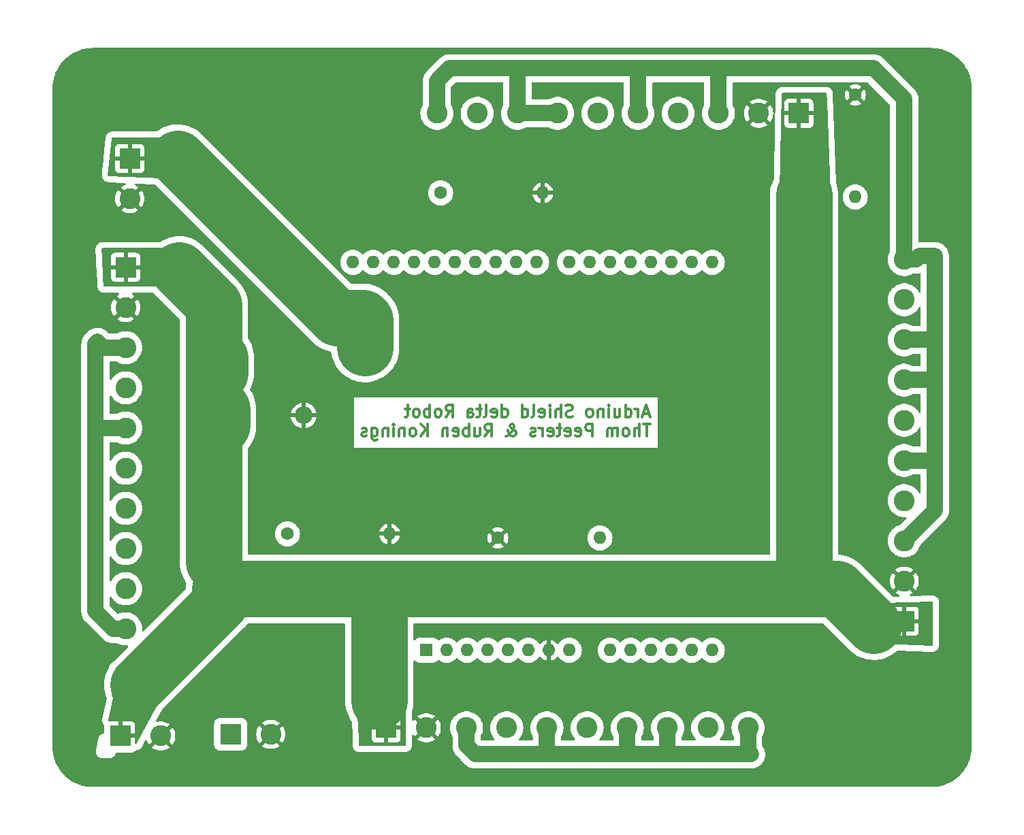
<source format=gbr>
%TF.GenerationSoftware,KiCad,Pcbnew,7.0.8*%
%TF.CreationDate,2023-11-07T11:30:32+01:00*%
%TF.ProjectId,Schield,53636869-656c-4642-9e6b-696361645f70,rev?*%
%TF.SameCoordinates,Original*%
%TF.FileFunction,Copper,L2,Bot*%
%TF.FilePolarity,Positive*%
%FSLAX46Y46*%
G04 Gerber Fmt 4.6, Leading zero omitted, Abs format (unit mm)*
G04 Created by KiCad (PCBNEW 7.0.8) date 2023-11-07 11:30:32*
%MOMM*%
%LPD*%
G01*
G04 APERTURE LIST*
G04 Aperture macros list*
%AMRoundRect*
0 Rectangle with rounded corners*
0 $1 Rounding radius*
0 $2 $3 $4 $5 $6 $7 $8 $9 X,Y pos of 4 corners*
0 Add a 4 corners polygon primitive as box body*
4,1,4,$2,$3,$4,$5,$6,$7,$8,$9,$2,$3,0*
0 Add four circle primitives for the rounded corners*
1,1,$1+$1,$2,$3*
1,1,$1+$1,$4,$5*
1,1,$1+$1,$6,$7*
1,1,$1+$1,$8,$9*
0 Add four rect primitives between the rounded corners*
20,1,$1+$1,$2,$3,$4,$5,0*
20,1,$1+$1,$4,$5,$6,$7,0*
20,1,$1+$1,$6,$7,$8,$9,0*
20,1,$1+$1,$8,$9,$2,$3,0*%
G04 Aperture macros list end*
%ADD10C,0.300000*%
%TA.AperFunction,NonConductor*%
%ADD11C,0.300000*%
%TD*%
%TA.AperFunction,ComponentPad*%
%ADD12R,2.600000X2.600000*%
%TD*%
%TA.AperFunction,ComponentPad*%
%ADD13C,2.600000*%
%TD*%
%TA.AperFunction,ComponentPad*%
%ADD14C,1.600000*%
%TD*%
%TA.AperFunction,ComponentPad*%
%ADD15O,1.600000X1.600000*%
%TD*%
%TA.AperFunction,ComponentPad*%
%ADD16R,1.600000X1.600000*%
%TD*%
%TA.AperFunction,ComponentPad*%
%ADD17RoundRect,0.550000X-0.550000X-0.550000X0.550000X-0.550000X0.550000X0.550000X-0.550000X0.550000X0*%
%TD*%
%TA.AperFunction,ComponentPad*%
%ADD18C,2.200000*%
%TD*%
%TA.AperFunction,ComponentPad*%
%ADD19R,2.200000X2.200000*%
%TD*%
%TA.AperFunction,ComponentPad*%
%ADD20O,2.200000X2.200000*%
%TD*%
%TA.AperFunction,Conductor*%
%ADD21C,7.000000*%
%TD*%
%TA.AperFunction,Conductor*%
%ADD22C,2.000000*%
%TD*%
%TA.AperFunction,Conductor*%
%ADD23C,0.250000*%
%TD*%
G04 APERTURE END LIST*
D10*
D11*
X238530917Y-125481257D02*
X237816632Y-125481257D01*
X238673774Y-125909828D02*
X238173774Y-124409828D01*
X238173774Y-124409828D02*
X237673774Y-125909828D01*
X237173775Y-125909828D02*
X237173775Y-124909828D01*
X237173775Y-125195542D02*
X237102346Y-125052685D01*
X237102346Y-125052685D02*
X237030918Y-124981257D01*
X237030918Y-124981257D02*
X236888060Y-124909828D01*
X236888060Y-124909828D02*
X236745203Y-124909828D01*
X235602347Y-125909828D02*
X235602347Y-124409828D01*
X235602347Y-125838400D02*
X235745204Y-125909828D01*
X235745204Y-125909828D02*
X236030918Y-125909828D01*
X236030918Y-125909828D02*
X236173775Y-125838400D01*
X236173775Y-125838400D02*
X236245204Y-125766971D01*
X236245204Y-125766971D02*
X236316632Y-125624114D01*
X236316632Y-125624114D02*
X236316632Y-125195542D01*
X236316632Y-125195542D02*
X236245204Y-125052685D01*
X236245204Y-125052685D02*
X236173775Y-124981257D01*
X236173775Y-124981257D02*
X236030918Y-124909828D01*
X236030918Y-124909828D02*
X235745204Y-124909828D01*
X235745204Y-124909828D02*
X235602347Y-124981257D01*
X234245204Y-124909828D02*
X234245204Y-125909828D01*
X234888061Y-124909828D02*
X234888061Y-125695542D01*
X234888061Y-125695542D02*
X234816632Y-125838400D01*
X234816632Y-125838400D02*
X234673775Y-125909828D01*
X234673775Y-125909828D02*
X234459489Y-125909828D01*
X234459489Y-125909828D02*
X234316632Y-125838400D01*
X234316632Y-125838400D02*
X234245204Y-125766971D01*
X233530918Y-125909828D02*
X233530918Y-124909828D01*
X233530918Y-124409828D02*
X233602346Y-124481257D01*
X233602346Y-124481257D02*
X233530918Y-124552685D01*
X233530918Y-124552685D02*
X233459489Y-124481257D01*
X233459489Y-124481257D02*
X233530918Y-124409828D01*
X233530918Y-124409828D02*
X233530918Y-124552685D01*
X232816632Y-124909828D02*
X232816632Y-125909828D01*
X232816632Y-125052685D02*
X232745203Y-124981257D01*
X232745203Y-124981257D02*
X232602346Y-124909828D01*
X232602346Y-124909828D02*
X232388060Y-124909828D01*
X232388060Y-124909828D02*
X232245203Y-124981257D01*
X232245203Y-124981257D02*
X232173775Y-125124114D01*
X232173775Y-125124114D02*
X232173775Y-125909828D01*
X231245203Y-125909828D02*
X231388060Y-125838400D01*
X231388060Y-125838400D02*
X231459489Y-125766971D01*
X231459489Y-125766971D02*
X231530917Y-125624114D01*
X231530917Y-125624114D02*
X231530917Y-125195542D01*
X231530917Y-125195542D02*
X231459489Y-125052685D01*
X231459489Y-125052685D02*
X231388060Y-124981257D01*
X231388060Y-124981257D02*
X231245203Y-124909828D01*
X231245203Y-124909828D02*
X231030917Y-124909828D01*
X231030917Y-124909828D02*
X230888060Y-124981257D01*
X230888060Y-124981257D02*
X230816632Y-125052685D01*
X230816632Y-125052685D02*
X230745203Y-125195542D01*
X230745203Y-125195542D02*
X230745203Y-125624114D01*
X230745203Y-125624114D02*
X230816632Y-125766971D01*
X230816632Y-125766971D02*
X230888060Y-125838400D01*
X230888060Y-125838400D02*
X231030917Y-125909828D01*
X231030917Y-125909828D02*
X231245203Y-125909828D01*
X229030917Y-125838400D02*
X228816632Y-125909828D01*
X228816632Y-125909828D02*
X228459489Y-125909828D01*
X228459489Y-125909828D02*
X228316632Y-125838400D01*
X228316632Y-125838400D02*
X228245203Y-125766971D01*
X228245203Y-125766971D02*
X228173774Y-125624114D01*
X228173774Y-125624114D02*
X228173774Y-125481257D01*
X228173774Y-125481257D02*
X228245203Y-125338400D01*
X228245203Y-125338400D02*
X228316632Y-125266971D01*
X228316632Y-125266971D02*
X228459489Y-125195542D01*
X228459489Y-125195542D02*
X228745203Y-125124114D01*
X228745203Y-125124114D02*
X228888060Y-125052685D01*
X228888060Y-125052685D02*
X228959489Y-124981257D01*
X228959489Y-124981257D02*
X229030917Y-124838400D01*
X229030917Y-124838400D02*
X229030917Y-124695542D01*
X229030917Y-124695542D02*
X228959489Y-124552685D01*
X228959489Y-124552685D02*
X228888060Y-124481257D01*
X228888060Y-124481257D02*
X228745203Y-124409828D01*
X228745203Y-124409828D02*
X228388060Y-124409828D01*
X228388060Y-124409828D02*
X228173774Y-124481257D01*
X227530918Y-125909828D02*
X227530918Y-124409828D01*
X226888061Y-125909828D02*
X226888061Y-125124114D01*
X226888061Y-125124114D02*
X226959489Y-124981257D01*
X226959489Y-124981257D02*
X227102346Y-124909828D01*
X227102346Y-124909828D02*
X227316632Y-124909828D01*
X227316632Y-124909828D02*
X227459489Y-124981257D01*
X227459489Y-124981257D02*
X227530918Y-125052685D01*
X226173775Y-125909828D02*
X226173775Y-124909828D01*
X226173775Y-124409828D02*
X226245203Y-124481257D01*
X226245203Y-124481257D02*
X226173775Y-124552685D01*
X226173775Y-124552685D02*
X226102346Y-124481257D01*
X226102346Y-124481257D02*
X226173775Y-124409828D01*
X226173775Y-124409828D02*
X226173775Y-124552685D01*
X224888060Y-125838400D02*
X225030917Y-125909828D01*
X225030917Y-125909828D02*
X225316632Y-125909828D01*
X225316632Y-125909828D02*
X225459489Y-125838400D01*
X225459489Y-125838400D02*
X225530917Y-125695542D01*
X225530917Y-125695542D02*
X225530917Y-125124114D01*
X225530917Y-125124114D02*
X225459489Y-124981257D01*
X225459489Y-124981257D02*
X225316632Y-124909828D01*
X225316632Y-124909828D02*
X225030917Y-124909828D01*
X225030917Y-124909828D02*
X224888060Y-124981257D01*
X224888060Y-124981257D02*
X224816632Y-125124114D01*
X224816632Y-125124114D02*
X224816632Y-125266971D01*
X224816632Y-125266971D02*
X225530917Y-125409828D01*
X223959489Y-125909828D02*
X224102346Y-125838400D01*
X224102346Y-125838400D02*
X224173775Y-125695542D01*
X224173775Y-125695542D02*
X224173775Y-124409828D01*
X222745204Y-125909828D02*
X222745204Y-124409828D01*
X222745204Y-125838400D02*
X222888061Y-125909828D01*
X222888061Y-125909828D02*
X223173775Y-125909828D01*
X223173775Y-125909828D02*
X223316632Y-125838400D01*
X223316632Y-125838400D02*
X223388061Y-125766971D01*
X223388061Y-125766971D02*
X223459489Y-125624114D01*
X223459489Y-125624114D02*
X223459489Y-125195542D01*
X223459489Y-125195542D02*
X223388061Y-125052685D01*
X223388061Y-125052685D02*
X223316632Y-124981257D01*
X223316632Y-124981257D02*
X223173775Y-124909828D01*
X223173775Y-124909828D02*
X222888061Y-124909828D01*
X222888061Y-124909828D02*
X222745204Y-124981257D01*
X220245204Y-125909828D02*
X220245204Y-124409828D01*
X220245204Y-125838400D02*
X220388061Y-125909828D01*
X220388061Y-125909828D02*
X220673775Y-125909828D01*
X220673775Y-125909828D02*
X220816632Y-125838400D01*
X220816632Y-125838400D02*
X220888061Y-125766971D01*
X220888061Y-125766971D02*
X220959489Y-125624114D01*
X220959489Y-125624114D02*
X220959489Y-125195542D01*
X220959489Y-125195542D02*
X220888061Y-125052685D01*
X220888061Y-125052685D02*
X220816632Y-124981257D01*
X220816632Y-124981257D02*
X220673775Y-124909828D01*
X220673775Y-124909828D02*
X220388061Y-124909828D01*
X220388061Y-124909828D02*
X220245204Y-124981257D01*
X218959489Y-125838400D02*
X219102346Y-125909828D01*
X219102346Y-125909828D02*
X219388061Y-125909828D01*
X219388061Y-125909828D02*
X219530918Y-125838400D01*
X219530918Y-125838400D02*
X219602346Y-125695542D01*
X219602346Y-125695542D02*
X219602346Y-125124114D01*
X219602346Y-125124114D02*
X219530918Y-124981257D01*
X219530918Y-124981257D02*
X219388061Y-124909828D01*
X219388061Y-124909828D02*
X219102346Y-124909828D01*
X219102346Y-124909828D02*
X218959489Y-124981257D01*
X218959489Y-124981257D02*
X218888061Y-125124114D01*
X218888061Y-125124114D02*
X218888061Y-125266971D01*
X218888061Y-125266971D02*
X219602346Y-125409828D01*
X218030918Y-125909828D02*
X218173775Y-125838400D01*
X218173775Y-125838400D02*
X218245204Y-125695542D01*
X218245204Y-125695542D02*
X218245204Y-124409828D01*
X217673775Y-124909828D02*
X217102347Y-124909828D01*
X217459490Y-124409828D02*
X217459490Y-125695542D01*
X217459490Y-125695542D02*
X217388061Y-125838400D01*
X217388061Y-125838400D02*
X217245204Y-125909828D01*
X217245204Y-125909828D02*
X217102347Y-125909828D01*
X215959490Y-125909828D02*
X215959490Y-125124114D01*
X215959490Y-125124114D02*
X216030918Y-124981257D01*
X216030918Y-124981257D02*
X216173775Y-124909828D01*
X216173775Y-124909828D02*
X216459490Y-124909828D01*
X216459490Y-124909828D02*
X216602347Y-124981257D01*
X215959490Y-125838400D02*
X216102347Y-125909828D01*
X216102347Y-125909828D02*
X216459490Y-125909828D01*
X216459490Y-125909828D02*
X216602347Y-125838400D01*
X216602347Y-125838400D02*
X216673775Y-125695542D01*
X216673775Y-125695542D02*
X216673775Y-125552685D01*
X216673775Y-125552685D02*
X216602347Y-125409828D01*
X216602347Y-125409828D02*
X216459490Y-125338400D01*
X216459490Y-125338400D02*
X216102347Y-125338400D01*
X216102347Y-125338400D02*
X215959490Y-125266971D01*
X213245204Y-125909828D02*
X213745204Y-125195542D01*
X214102347Y-125909828D02*
X214102347Y-124409828D01*
X214102347Y-124409828D02*
X213530918Y-124409828D01*
X213530918Y-124409828D02*
X213388061Y-124481257D01*
X213388061Y-124481257D02*
X213316632Y-124552685D01*
X213316632Y-124552685D02*
X213245204Y-124695542D01*
X213245204Y-124695542D02*
X213245204Y-124909828D01*
X213245204Y-124909828D02*
X213316632Y-125052685D01*
X213316632Y-125052685D02*
X213388061Y-125124114D01*
X213388061Y-125124114D02*
X213530918Y-125195542D01*
X213530918Y-125195542D02*
X214102347Y-125195542D01*
X212388061Y-125909828D02*
X212530918Y-125838400D01*
X212530918Y-125838400D02*
X212602347Y-125766971D01*
X212602347Y-125766971D02*
X212673775Y-125624114D01*
X212673775Y-125624114D02*
X212673775Y-125195542D01*
X212673775Y-125195542D02*
X212602347Y-125052685D01*
X212602347Y-125052685D02*
X212530918Y-124981257D01*
X212530918Y-124981257D02*
X212388061Y-124909828D01*
X212388061Y-124909828D02*
X212173775Y-124909828D01*
X212173775Y-124909828D02*
X212030918Y-124981257D01*
X212030918Y-124981257D02*
X211959490Y-125052685D01*
X211959490Y-125052685D02*
X211888061Y-125195542D01*
X211888061Y-125195542D02*
X211888061Y-125624114D01*
X211888061Y-125624114D02*
X211959490Y-125766971D01*
X211959490Y-125766971D02*
X212030918Y-125838400D01*
X212030918Y-125838400D02*
X212173775Y-125909828D01*
X212173775Y-125909828D02*
X212388061Y-125909828D01*
X211245204Y-125909828D02*
X211245204Y-124409828D01*
X211245204Y-124981257D02*
X211102347Y-124909828D01*
X211102347Y-124909828D02*
X210816632Y-124909828D01*
X210816632Y-124909828D02*
X210673775Y-124981257D01*
X210673775Y-124981257D02*
X210602347Y-125052685D01*
X210602347Y-125052685D02*
X210530918Y-125195542D01*
X210530918Y-125195542D02*
X210530918Y-125624114D01*
X210530918Y-125624114D02*
X210602347Y-125766971D01*
X210602347Y-125766971D02*
X210673775Y-125838400D01*
X210673775Y-125838400D02*
X210816632Y-125909828D01*
X210816632Y-125909828D02*
X211102347Y-125909828D01*
X211102347Y-125909828D02*
X211245204Y-125838400D01*
X209673775Y-125909828D02*
X209816632Y-125838400D01*
X209816632Y-125838400D02*
X209888061Y-125766971D01*
X209888061Y-125766971D02*
X209959489Y-125624114D01*
X209959489Y-125624114D02*
X209959489Y-125195542D01*
X209959489Y-125195542D02*
X209888061Y-125052685D01*
X209888061Y-125052685D02*
X209816632Y-124981257D01*
X209816632Y-124981257D02*
X209673775Y-124909828D01*
X209673775Y-124909828D02*
X209459489Y-124909828D01*
X209459489Y-124909828D02*
X209316632Y-124981257D01*
X209316632Y-124981257D02*
X209245204Y-125052685D01*
X209245204Y-125052685D02*
X209173775Y-125195542D01*
X209173775Y-125195542D02*
X209173775Y-125624114D01*
X209173775Y-125624114D02*
X209245204Y-125766971D01*
X209245204Y-125766971D02*
X209316632Y-125838400D01*
X209316632Y-125838400D02*
X209459489Y-125909828D01*
X209459489Y-125909828D02*
X209673775Y-125909828D01*
X208745203Y-124909828D02*
X208173775Y-124909828D01*
X208530918Y-124409828D02*
X208530918Y-125695542D01*
X208530918Y-125695542D02*
X208459489Y-125838400D01*
X208459489Y-125838400D02*
X208316632Y-125909828D01*
X208316632Y-125909828D02*
X208173775Y-125909828D01*
X238673774Y-126824828D02*
X237816632Y-126824828D01*
X238245203Y-128324828D02*
X238245203Y-126824828D01*
X237316632Y-128324828D02*
X237316632Y-126824828D01*
X236673775Y-128324828D02*
X236673775Y-127539114D01*
X236673775Y-127539114D02*
X236745203Y-127396257D01*
X236745203Y-127396257D02*
X236888060Y-127324828D01*
X236888060Y-127324828D02*
X237102346Y-127324828D01*
X237102346Y-127324828D02*
X237245203Y-127396257D01*
X237245203Y-127396257D02*
X237316632Y-127467685D01*
X235745203Y-128324828D02*
X235888060Y-128253400D01*
X235888060Y-128253400D02*
X235959489Y-128181971D01*
X235959489Y-128181971D02*
X236030917Y-128039114D01*
X236030917Y-128039114D02*
X236030917Y-127610542D01*
X236030917Y-127610542D02*
X235959489Y-127467685D01*
X235959489Y-127467685D02*
X235888060Y-127396257D01*
X235888060Y-127396257D02*
X235745203Y-127324828D01*
X235745203Y-127324828D02*
X235530917Y-127324828D01*
X235530917Y-127324828D02*
X235388060Y-127396257D01*
X235388060Y-127396257D02*
X235316632Y-127467685D01*
X235316632Y-127467685D02*
X235245203Y-127610542D01*
X235245203Y-127610542D02*
X235245203Y-128039114D01*
X235245203Y-128039114D02*
X235316632Y-128181971D01*
X235316632Y-128181971D02*
X235388060Y-128253400D01*
X235388060Y-128253400D02*
X235530917Y-128324828D01*
X235530917Y-128324828D02*
X235745203Y-128324828D01*
X234602346Y-128324828D02*
X234602346Y-127324828D01*
X234602346Y-127467685D02*
X234530917Y-127396257D01*
X234530917Y-127396257D02*
X234388060Y-127324828D01*
X234388060Y-127324828D02*
X234173774Y-127324828D01*
X234173774Y-127324828D02*
X234030917Y-127396257D01*
X234030917Y-127396257D02*
X233959489Y-127539114D01*
X233959489Y-127539114D02*
X233959489Y-128324828D01*
X233959489Y-127539114D02*
X233888060Y-127396257D01*
X233888060Y-127396257D02*
X233745203Y-127324828D01*
X233745203Y-127324828D02*
X233530917Y-127324828D01*
X233530917Y-127324828D02*
X233388060Y-127396257D01*
X233388060Y-127396257D02*
X233316631Y-127539114D01*
X233316631Y-127539114D02*
X233316631Y-128324828D01*
X231459489Y-128324828D02*
X231459489Y-126824828D01*
X231459489Y-126824828D02*
X230888060Y-126824828D01*
X230888060Y-126824828D02*
X230745203Y-126896257D01*
X230745203Y-126896257D02*
X230673774Y-126967685D01*
X230673774Y-126967685D02*
X230602346Y-127110542D01*
X230602346Y-127110542D02*
X230602346Y-127324828D01*
X230602346Y-127324828D02*
X230673774Y-127467685D01*
X230673774Y-127467685D02*
X230745203Y-127539114D01*
X230745203Y-127539114D02*
X230888060Y-127610542D01*
X230888060Y-127610542D02*
X231459489Y-127610542D01*
X229388060Y-128253400D02*
X229530917Y-128324828D01*
X229530917Y-128324828D02*
X229816632Y-128324828D01*
X229816632Y-128324828D02*
X229959489Y-128253400D01*
X229959489Y-128253400D02*
X230030917Y-128110542D01*
X230030917Y-128110542D02*
X230030917Y-127539114D01*
X230030917Y-127539114D02*
X229959489Y-127396257D01*
X229959489Y-127396257D02*
X229816632Y-127324828D01*
X229816632Y-127324828D02*
X229530917Y-127324828D01*
X229530917Y-127324828D02*
X229388060Y-127396257D01*
X229388060Y-127396257D02*
X229316632Y-127539114D01*
X229316632Y-127539114D02*
X229316632Y-127681971D01*
X229316632Y-127681971D02*
X230030917Y-127824828D01*
X228102346Y-128253400D02*
X228245203Y-128324828D01*
X228245203Y-128324828D02*
X228530918Y-128324828D01*
X228530918Y-128324828D02*
X228673775Y-128253400D01*
X228673775Y-128253400D02*
X228745203Y-128110542D01*
X228745203Y-128110542D02*
X228745203Y-127539114D01*
X228745203Y-127539114D02*
X228673775Y-127396257D01*
X228673775Y-127396257D02*
X228530918Y-127324828D01*
X228530918Y-127324828D02*
X228245203Y-127324828D01*
X228245203Y-127324828D02*
X228102346Y-127396257D01*
X228102346Y-127396257D02*
X228030918Y-127539114D01*
X228030918Y-127539114D02*
X228030918Y-127681971D01*
X228030918Y-127681971D02*
X228745203Y-127824828D01*
X227602346Y-127324828D02*
X227030918Y-127324828D01*
X227388061Y-126824828D02*
X227388061Y-128110542D01*
X227388061Y-128110542D02*
X227316632Y-128253400D01*
X227316632Y-128253400D02*
X227173775Y-128324828D01*
X227173775Y-128324828D02*
X227030918Y-128324828D01*
X225959489Y-128253400D02*
X226102346Y-128324828D01*
X226102346Y-128324828D02*
X226388061Y-128324828D01*
X226388061Y-128324828D02*
X226530918Y-128253400D01*
X226530918Y-128253400D02*
X226602346Y-128110542D01*
X226602346Y-128110542D02*
X226602346Y-127539114D01*
X226602346Y-127539114D02*
X226530918Y-127396257D01*
X226530918Y-127396257D02*
X226388061Y-127324828D01*
X226388061Y-127324828D02*
X226102346Y-127324828D01*
X226102346Y-127324828D02*
X225959489Y-127396257D01*
X225959489Y-127396257D02*
X225888061Y-127539114D01*
X225888061Y-127539114D02*
X225888061Y-127681971D01*
X225888061Y-127681971D02*
X226602346Y-127824828D01*
X225245204Y-128324828D02*
X225245204Y-127324828D01*
X225245204Y-127610542D02*
X225173775Y-127467685D01*
X225173775Y-127467685D02*
X225102347Y-127396257D01*
X225102347Y-127396257D02*
X224959489Y-127324828D01*
X224959489Y-127324828D02*
X224816632Y-127324828D01*
X224388061Y-128253400D02*
X224245204Y-128324828D01*
X224245204Y-128324828D02*
X223959490Y-128324828D01*
X223959490Y-128324828D02*
X223816633Y-128253400D01*
X223816633Y-128253400D02*
X223745204Y-128110542D01*
X223745204Y-128110542D02*
X223745204Y-128039114D01*
X223745204Y-128039114D02*
X223816633Y-127896257D01*
X223816633Y-127896257D02*
X223959490Y-127824828D01*
X223959490Y-127824828D02*
X224173776Y-127824828D01*
X224173776Y-127824828D02*
X224316633Y-127753400D01*
X224316633Y-127753400D02*
X224388061Y-127610542D01*
X224388061Y-127610542D02*
X224388061Y-127539114D01*
X224388061Y-127539114D02*
X224316633Y-127396257D01*
X224316633Y-127396257D02*
X224173776Y-127324828D01*
X224173776Y-127324828D02*
X223959490Y-127324828D01*
X223959490Y-127324828D02*
X223816633Y-127396257D01*
X220745204Y-128324828D02*
X220816633Y-128324828D01*
X220816633Y-128324828D02*
X220959490Y-128253400D01*
X220959490Y-128253400D02*
X221173775Y-128039114D01*
X221173775Y-128039114D02*
X221530918Y-127610542D01*
X221530918Y-127610542D02*
X221673775Y-127396257D01*
X221673775Y-127396257D02*
X221745204Y-127181971D01*
X221745204Y-127181971D02*
X221745204Y-127039114D01*
X221745204Y-127039114D02*
X221673775Y-126896257D01*
X221673775Y-126896257D02*
X221530918Y-126824828D01*
X221530918Y-126824828D02*
X221459490Y-126824828D01*
X221459490Y-126824828D02*
X221316633Y-126896257D01*
X221316633Y-126896257D02*
X221245204Y-127039114D01*
X221245204Y-127039114D02*
X221245204Y-127110542D01*
X221245204Y-127110542D02*
X221316633Y-127253400D01*
X221316633Y-127253400D02*
X221388061Y-127324828D01*
X221388061Y-127324828D02*
X221816633Y-127610542D01*
X221816633Y-127610542D02*
X221888061Y-127681971D01*
X221888061Y-127681971D02*
X221959490Y-127824828D01*
X221959490Y-127824828D02*
X221959490Y-128039114D01*
X221959490Y-128039114D02*
X221888061Y-128181971D01*
X221888061Y-128181971D02*
X221816633Y-128253400D01*
X221816633Y-128253400D02*
X221673775Y-128324828D01*
X221673775Y-128324828D02*
X221459490Y-128324828D01*
X221459490Y-128324828D02*
X221316633Y-128253400D01*
X221316633Y-128253400D02*
X221245204Y-128181971D01*
X221245204Y-128181971D02*
X221030918Y-127896257D01*
X221030918Y-127896257D02*
X220959490Y-127681971D01*
X220959490Y-127681971D02*
X220959490Y-127539114D01*
X218102347Y-128324828D02*
X218602347Y-127610542D01*
X218959490Y-128324828D02*
X218959490Y-126824828D01*
X218959490Y-126824828D02*
X218388061Y-126824828D01*
X218388061Y-126824828D02*
X218245204Y-126896257D01*
X218245204Y-126896257D02*
X218173775Y-126967685D01*
X218173775Y-126967685D02*
X218102347Y-127110542D01*
X218102347Y-127110542D02*
X218102347Y-127324828D01*
X218102347Y-127324828D02*
X218173775Y-127467685D01*
X218173775Y-127467685D02*
X218245204Y-127539114D01*
X218245204Y-127539114D02*
X218388061Y-127610542D01*
X218388061Y-127610542D02*
X218959490Y-127610542D01*
X216816633Y-127324828D02*
X216816633Y-128324828D01*
X217459490Y-127324828D02*
X217459490Y-128110542D01*
X217459490Y-128110542D02*
X217388061Y-128253400D01*
X217388061Y-128253400D02*
X217245204Y-128324828D01*
X217245204Y-128324828D02*
X217030918Y-128324828D01*
X217030918Y-128324828D02*
X216888061Y-128253400D01*
X216888061Y-128253400D02*
X216816633Y-128181971D01*
X216102347Y-128324828D02*
X216102347Y-126824828D01*
X216102347Y-127396257D02*
X215959490Y-127324828D01*
X215959490Y-127324828D02*
X215673775Y-127324828D01*
X215673775Y-127324828D02*
X215530918Y-127396257D01*
X215530918Y-127396257D02*
X215459490Y-127467685D01*
X215459490Y-127467685D02*
X215388061Y-127610542D01*
X215388061Y-127610542D02*
X215388061Y-128039114D01*
X215388061Y-128039114D02*
X215459490Y-128181971D01*
X215459490Y-128181971D02*
X215530918Y-128253400D01*
X215530918Y-128253400D02*
X215673775Y-128324828D01*
X215673775Y-128324828D02*
X215959490Y-128324828D01*
X215959490Y-128324828D02*
X216102347Y-128253400D01*
X214173775Y-128253400D02*
X214316632Y-128324828D01*
X214316632Y-128324828D02*
X214602347Y-128324828D01*
X214602347Y-128324828D02*
X214745204Y-128253400D01*
X214745204Y-128253400D02*
X214816632Y-128110542D01*
X214816632Y-128110542D02*
X214816632Y-127539114D01*
X214816632Y-127539114D02*
X214745204Y-127396257D01*
X214745204Y-127396257D02*
X214602347Y-127324828D01*
X214602347Y-127324828D02*
X214316632Y-127324828D01*
X214316632Y-127324828D02*
X214173775Y-127396257D01*
X214173775Y-127396257D02*
X214102347Y-127539114D01*
X214102347Y-127539114D02*
X214102347Y-127681971D01*
X214102347Y-127681971D02*
X214816632Y-127824828D01*
X213459490Y-127324828D02*
X213459490Y-128324828D01*
X213459490Y-127467685D02*
X213388061Y-127396257D01*
X213388061Y-127396257D02*
X213245204Y-127324828D01*
X213245204Y-127324828D02*
X213030918Y-127324828D01*
X213030918Y-127324828D02*
X212888061Y-127396257D01*
X212888061Y-127396257D02*
X212816633Y-127539114D01*
X212816633Y-127539114D02*
X212816633Y-128324828D01*
X210959490Y-128324828D02*
X210959490Y-126824828D01*
X210102347Y-128324828D02*
X210745204Y-127467685D01*
X210102347Y-126824828D02*
X210959490Y-127681971D01*
X209245204Y-128324828D02*
X209388061Y-128253400D01*
X209388061Y-128253400D02*
X209459490Y-128181971D01*
X209459490Y-128181971D02*
X209530918Y-128039114D01*
X209530918Y-128039114D02*
X209530918Y-127610542D01*
X209530918Y-127610542D02*
X209459490Y-127467685D01*
X209459490Y-127467685D02*
X209388061Y-127396257D01*
X209388061Y-127396257D02*
X209245204Y-127324828D01*
X209245204Y-127324828D02*
X209030918Y-127324828D01*
X209030918Y-127324828D02*
X208888061Y-127396257D01*
X208888061Y-127396257D02*
X208816633Y-127467685D01*
X208816633Y-127467685D02*
X208745204Y-127610542D01*
X208745204Y-127610542D02*
X208745204Y-128039114D01*
X208745204Y-128039114D02*
X208816633Y-128181971D01*
X208816633Y-128181971D02*
X208888061Y-128253400D01*
X208888061Y-128253400D02*
X209030918Y-128324828D01*
X209030918Y-128324828D02*
X209245204Y-128324828D01*
X208102347Y-127324828D02*
X208102347Y-128324828D01*
X208102347Y-127467685D02*
X208030918Y-127396257D01*
X208030918Y-127396257D02*
X207888061Y-127324828D01*
X207888061Y-127324828D02*
X207673775Y-127324828D01*
X207673775Y-127324828D02*
X207530918Y-127396257D01*
X207530918Y-127396257D02*
X207459490Y-127539114D01*
X207459490Y-127539114D02*
X207459490Y-128324828D01*
X206745204Y-128324828D02*
X206745204Y-127324828D01*
X206745204Y-126824828D02*
X206816632Y-126896257D01*
X206816632Y-126896257D02*
X206745204Y-126967685D01*
X206745204Y-126967685D02*
X206673775Y-126896257D01*
X206673775Y-126896257D02*
X206745204Y-126824828D01*
X206745204Y-126824828D02*
X206745204Y-126967685D01*
X206030918Y-127324828D02*
X206030918Y-128324828D01*
X206030918Y-127467685D02*
X205959489Y-127396257D01*
X205959489Y-127396257D02*
X205816632Y-127324828D01*
X205816632Y-127324828D02*
X205602346Y-127324828D01*
X205602346Y-127324828D02*
X205459489Y-127396257D01*
X205459489Y-127396257D02*
X205388061Y-127539114D01*
X205388061Y-127539114D02*
X205388061Y-128324828D01*
X204030918Y-127324828D02*
X204030918Y-128539114D01*
X204030918Y-128539114D02*
X204102346Y-128681971D01*
X204102346Y-128681971D02*
X204173775Y-128753400D01*
X204173775Y-128753400D02*
X204316632Y-128824828D01*
X204316632Y-128824828D02*
X204530918Y-128824828D01*
X204530918Y-128824828D02*
X204673775Y-128753400D01*
X204030918Y-128253400D02*
X204173775Y-128324828D01*
X204173775Y-128324828D02*
X204459489Y-128324828D01*
X204459489Y-128324828D02*
X204602346Y-128253400D01*
X204602346Y-128253400D02*
X204673775Y-128181971D01*
X204673775Y-128181971D02*
X204745203Y-128039114D01*
X204745203Y-128039114D02*
X204745203Y-127610542D01*
X204745203Y-127610542D02*
X204673775Y-127467685D01*
X204673775Y-127467685D02*
X204602346Y-127396257D01*
X204602346Y-127396257D02*
X204459489Y-127324828D01*
X204459489Y-127324828D02*
X204173775Y-127324828D01*
X204173775Y-127324828D02*
X204030918Y-127396257D01*
X203388060Y-128253400D02*
X203245203Y-128324828D01*
X203245203Y-128324828D02*
X202959489Y-128324828D01*
X202959489Y-128324828D02*
X202816632Y-128253400D01*
X202816632Y-128253400D02*
X202745203Y-128110542D01*
X202745203Y-128110542D02*
X202745203Y-128039114D01*
X202745203Y-128039114D02*
X202816632Y-127896257D01*
X202816632Y-127896257D02*
X202959489Y-127824828D01*
X202959489Y-127824828D02*
X203173775Y-127824828D01*
X203173775Y-127824828D02*
X203316632Y-127753400D01*
X203316632Y-127753400D02*
X203388060Y-127610542D01*
X203388060Y-127610542D02*
X203388060Y-127539114D01*
X203388060Y-127539114D02*
X203316632Y-127396257D01*
X203316632Y-127396257D02*
X203173775Y-127324828D01*
X203173775Y-127324828D02*
X202959489Y-127324828D01*
X202959489Y-127324828D02*
X202816632Y-127396257D01*
D12*
%TO.P,Z_Axis1,1,Pin_1*%
%TO.N,/24+*%
X270256000Y-151332000D03*
D13*
%TO.P,Z_Axis1,2,Pin_2*%
%TO.N,GND*%
X270256000Y-146332000D03*
%TO.P,Z_Axis1,3,Pin_3*%
%TO.N,/5V*%
X270256000Y-141332000D03*
%TO.P,Z_Axis1,4,Pin_4*%
%TO.N,/stepZ*%
X270256000Y-136332000D03*
%TO.P,Z_Axis1,5,Pin_5*%
%TO.N,/5V*%
X270256000Y-131332000D03*
%TO.P,Z_Axis1,6,Pin_6*%
%TO.N,/DirZ*%
X270256000Y-126332000D03*
%TO.P,Z_Axis1,7,Pin_7*%
%TO.N,/5V*%
X270256000Y-121332000D03*
%TO.P,Z_Axis1,8,Pin_8*%
X270256000Y-116332000D03*
%TO.P,Z_Axis1,9,Pin_9*%
%TO.N,/LimitSwZ*%
X270256000Y-111332000D03*
%TO.P,Z_Axis1,10,Pin_10*%
%TO.N,/5V*%
X270256000Y-106332000D03*
%TD*%
D14*
%TO.P,R4,1*%
%TO.N,GND*%
X219710000Y-140970000D03*
D15*
%TO.P,R4,2*%
%TO.N,/LimitSwGrip*%
X232410000Y-140970000D03*
%TD*%
D14*
%TO.P,R1,1*%
%TO.N,/LimitSwX*%
X193548000Y-140462000D03*
D15*
%TO.P,R1,2*%
%TO.N,GND*%
X206248000Y-140462000D03*
%TD*%
D12*
%TO.P,Y_Axis1,1,Pin_1*%
%TO.N,/24+*%
X257142000Y-88138000D03*
D13*
%TO.P,Y_Axis1,2,Pin_2*%
%TO.N,GND*%
X252142000Y-88138000D03*
%TO.P,Y_Axis1,3,Pin_3*%
%TO.N,/5V*%
X247142000Y-88138000D03*
%TO.P,Y_Axis1,4,Pin_4*%
%TO.N,/StepY*%
X242142000Y-88138000D03*
%TO.P,Y_Axis1,5,Pin_5*%
%TO.N,/5V*%
X237142000Y-88138000D03*
%TO.P,Y_Axis1,6,Pin_6*%
%TO.N,/DirY*%
X232142000Y-88138000D03*
%TO.P,Y_Axis1,7,Pin_7*%
%TO.N,/5V*%
X227142000Y-88138000D03*
%TO.P,Y_Axis1,8,Pin_8*%
X222142000Y-88138000D03*
%TO.P,Y_Axis1,9,Pin_9*%
%TO.N,/LimitSwY*%
X217142000Y-88138000D03*
%TO.P,Y_Axis1,10,Pin_10*%
%TO.N,/5V*%
X212142000Y-88138000D03*
%TD*%
D14*
%TO.P,R2,1*%
%TO.N,/LimitSwY*%
X212598000Y-98044000D03*
D15*
%TO.P,R2,2*%
%TO.N,GND*%
X225298000Y-98044000D03*
%TD*%
D12*
%TO.P,gripper1,1,Pin_1*%
%TO.N,/24+*%
X205820000Y-164592000D03*
D13*
%TO.P,gripper1,2,Pin_2*%
%TO.N,GND*%
X210820000Y-164592000D03*
%TO.P,gripper1,3,Pin_3*%
%TO.N,/5V*%
X215820000Y-164592000D03*
%TO.P,gripper1,4,Pin_4*%
%TO.N,/StepGrip*%
X220820000Y-164592000D03*
%TO.P,gripper1,5,Pin_5*%
%TO.N,/5V*%
X225820000Y-164592000D03*
%TO.P,gripper1,6,Pin_6*%
%TO.N,/DirGrip*%
X230820000Y-164592000D03*
%TO.P,gripper1,7,Pin_7*%
%TO.N,/5V*%
X235820000Y-164592000D03*
%TO.P,gripper1,8,Pin_8*%
X240820000Y-164592000D03*
%TO.P,gripper1,9,Pin_9*%
%TO.N,/LimitSwGrip*%
X245820000Y-164592000D03*
%TO.P,gripper1,10,Pin_10*%
%TO.N,/5V*%
X250820000Y-164592000D03*
%TD*%
D12*
%TO.P,InConv1,1,Pin_1*%
%TO.N,/24+*%
X172800000Y-165608000D03*
D13*
%TO.P,InConv1,2,Pin_2*%
%TO.N,GND*%
X177800000Y-165608000D03*
%TD*%
D16*
%TO.P,A1,1,NC*%
%TO.N,unconnected-(A1-NC-Pad1)*%
X210820000Y-154940000D03*
D15*
%TO.P,A1,2,IOREF*%
%TO.N,unconnected-(A1-IOREF-Pad2)*%
X213360000Y-154940000D03*
%TO.P,A1,3,~{RESET}*%
%TO.N,unconnected-(A1-~{RESET}-Pad3)*%
X215900000Y-154940000D03*
%TO.P,A1,4,3V3*%
%TO.N,unconnected-(A1-3V3-Pad4)*%
X218440000Y-154940000D03*
%TO.P,A1,5,+5V*%
%TO.N,/5V*%
X220980000Y-154940000D03*
%TO.P,A1,6,GND*%
%TO.N,unconnected-(A1-GND-Pad6)*%
X223520000Y-154940000D03*
%TO.P,A1,7,GND*%
%TO.N,GND*%
X226060000Y-154940000D03*
%TO.P,A1,8,VIN*%
%TO.N,unconnected-(A1-VIN-Pad8)*%
X228600000Y-154940000D03*
%TO.P,A1,9,A0*%
%TO.N,/StepGrip*%
X233680000Y-154940000D03*
%TO.P,A1,10,A1*%
%TO.N,/DirGrip*%
X236220000Y-154940000D03*
%TO.P,A1,11,A2*%
%TO.N,/LimitSwGrip*%
X238760000Y-154940000D03*
%TO.P,A1,12,A3*%
%TO.N,/LimitSwX*%
X241300000Y-154940000D03*
%TO.P,A1,13,SDA/A4*%
%TO.N,/DirZ*%
X243840000Y-154940000D03*
%TO.P,A1,14,SCL/A5*%
%TO.N,/stepZ*%
X246380000Y-154940000D03*
%TO.P,A1,15,D0/RX*%
%TO.N,unconnected-(A1-D0{slash}RX-Pad15)*%
X246380000Y-106680000D03*
%TO.P,A1,16,D1/TX*%
%TO.N,unconnected-(A1-D1{slash}TX-Pad16)*%
X243840000Y-106680000D03*
%TO.P,A1,17,D2*%
%TO.N,/LimitSwZ*%
X241300000Y-106680000D03*
%TO.P,A1,18,D3*%
%TO.N,/DirX*%
X238760000Y-106680000D03*
%TO.P,A1,19,D4*%
%TO.N,/StepX*%
X236220000Y-106680000D03*
%TO.P,A1,20,D5*%
%TO.N,unconnected-(A1-D5-Pad20)*%
X233680000Y-106680000D03*
%TO.P,A1,21,D6*%
%TO.N,/StepY*%
X231140000Y-106680000D03*
%TO.P,A1,22,D7*%
%TO.N,/DirY*%
X228600000Y-106680000D03*
%TO.P,A1,23,D8*%
%TO.N,/LimitSwY*%
X224540000Y-106680000D03*
%TO.P,A1,24,D9*%
%TO.N,unconnected-(A1-D9-Pad24)*%
X222000000Y-106680000D03*
%TO.P,A1,25,D10*%
%TO.N,unconnected-(A1-D10-Pad25)*%
X219460000Y-106680000D03*
%TO.P,A1,26,D11*%
%TO.N,unconnected-(A1-D11-Pad26)*%
X216920000Y-106680000D03*
%TO.P,A1,27,D12*%
%TO.N,unconnected-(A1-D12-Pad27)*%
X214380000Y-106680000D03*
%TO.P,A1,28,D13*%
%TO.N,unconnected-(A1-D13-Pad28)*%
X211840000Y-106680000D03*
%TO.P,A1,29,GND*%
%TO.N,unconnected-(A1-GND-Pad29)*%
X209300000Y-106680000D03*
%TO.P,A1,30,AREF*%
%TO.N,unconnected-(A1-AREF-Pad30)*%
X206760000Y-106680000D03*
%TO.P,A1,31,SDA/A4*%
%TO.N,unconnected-(A1-SDA{slash}A4-Pad31)*%
X204220000Y-106680000D03*
%TO.P,A1,32,SCL/A5*%
%TO.N,unconnected-(A1-SCL{slash}A5-Pad32)*%
X201680000Y-106680000D03*
%TD*%
D12*
%TO.P,OutConv1,1,Pin_1*%
%TO.N,/5V*%
X186476000Y-165405000D03*
D13*
%TO.P,OutConv1,2,Pin_2*%
%TO.N,GND*%
X191476000Y-165405000D03*
%TD*%
D17*
%TO.P,F1,1*%
%TO.N,/24+*%
X185156000Y-113578000D03*
X185156000Y-118578000D03*
D18*
%TO.P,F1,2*%
%TO.N,/24 V  in*%
X202956000Y-113578000D03*
X202956000Y-118578000D03*
%TD*%
D12*
%TO.P,X_asis1,1,Pin_1*%
%TO.N,/24+*%
X173431000Y-107294000D03*
D13*
%TO.P,X_asis1,2,Pin_2*%
%TO.N,GND*%
X173431000Y-112294000D03*
%TO.P,X_asis1,3,Pin_3*%
%TO.N,/5V*%
X173431000Y-117294000D03*
%TO.P,X_asis1,4,Pin_4*%
%TO.N,/StepX*%
X173431000Y-122294000D03*
%TO.P,X_asis1,5,Pin_5*%
%TO.N,/5V*%
X173431000Y-127294000D03*
%TO.P,X_asis1,6,Pin_6*%
%TO.N,/DirX*%
X173431000Y-132294000D03*
%TO.P,X_asis1,7,Pin_7*%
%TO.N,/5V*%
X173431000Y-137294000D03*
%TO.P,X_asis1,8,Pin_8*%
X173431000Y-142294000D03*
%TO.P,X_asis1,9,Pin_9*%
%TO.N,/LimitSwX*%
X173431000Y-147294000D03*
%TO.P,X_asis1,10,Pin_10*%
%TO.N,/5V*%
X173431000Y-152294000D03*
%TD*%
D14*
%TO.P,R3,1*%
%TO.N,GND*%
X264160000Y-85852000D03*
D15*
%TO.P,R3,2*%
%TO.N,/LimitSwZ*%
X264160000Y-98552000D03*
%TD*%
D12*
%TO.P,PowerIn1,1,Pin_1*%
%TO.N,/24 V  in*%
X173939000Y-93766000D03*
D13*
%TO.P,PowerIn1,2,Pin_2*%
%TO.N,GND*%
X173939000Y-98766000D03*
%TD*%
D19*
%TO.P,D1,1,K*%
%TO.N,/24+*%
X185420000Y-125730000D03*
D20*
%TO.P,D1,2,A*%
%TO.N,GND*%
X195580000Y-125730000D03*
%TD*%
D21*
%TO.N,/24+*%
X184404000Y-112014000D02*
X180086000Y-107696000D01*
X184404000Y-144018000D02*
X184404000Y-128016000D01*
X184404000Y-128016000D02*
X184404000Y-121158000D01*
X184404000Y-121158000D02*
X184404000Y-112014000D01*
X257810000Y-147320000D02*
X257810000Y-98298000D01*
X204978000Y-147320000D02*
X257810000Y-147320000D01*
X184404000Y-128016000D02*
X185420000Y-127000000D01*
X185420000Y-127000000D02*
X185420000Y-124968000D01*
X204978000Y-147320000D02*
X204978000Y-161290000D01*
X185166000Y-149098000D02*
X175006000Y-159258000D01*
X185166000Y-147320000D02*
X185166000Y-149098000D01*
X257810000Y-147320000D02*
X261874000Y-147320000D01*
X261874000Y-147320000D02*
X266446000Y-151892000D01*
X184404000Y-121158000D02*
X185156000Y-120406000D01*
X185156000Y-120406000D02*
X185156000Y-118578000D01*
X185166000Y-147320000D02*
X204978000Y-147320000D01*
D22*
%TO.N,/5V*%
X215820000Y-166798000D02*
X216916000Y-167894000D01*
X215820000Y-164592000D02*
X215820000Y-166798000D01*
X237142000Y-88138000D02*
X237142000Y-82644000D01*
X273812000Y-116332000D02*
X270256000Y-116332000D01*
X240820000Y-167866000D02*
X240820000Y-164592000D01*
X274066000Y-130556000D02*
X274066000Y-120904000D01*
X270256000Y-86360000D02*
X266446000Y-82550000D01*
X169672000Y-150114000D02*
X169672000Y-127254000D01*
X274066000Y-137522000D02*
X274066000Y-131572000D01*
X169712000Y-127294000D02*
X173431000Y-127294000D01*
X213718000Y-82550000D02*
X212142000Y-84126000D01*
X235966000Y-167894000D02*
X235820000Y-167748000D01*
X225806000Y-167894000D02*
X225820000Y-167880000D01*
X170634000Y-117294000D02*
X173431000Y-117294000D01*
X240792000Y-167894000D02*
X251206000Y-167894000D01*
X240792000Y-167894000D02*
X240820000Y-167866000D01*
X169672000Y-127254000D02*
X169672000Y-116840000D01*
X274066000Y-105918000D02*
X272141460Y-105918000D01*
X272141460Y-105918000D02*
X271727460Y-106332000D01*
X169926000Y-116586000D02*
X170634000Y-117294000D01*
X171852000Y-152294000D02*
X169672000Y-150114000D01*
X222250000Y-82550000D02*
X213718000Y-82550000D01*
X216916000Y-167894000D02*
X225806000Y-167894000D01*
X247142000Y-88138000D02*
X247142000Y-82804000D01*
X274066000Y-131572000D02*
X274066000Y-130556000D01*
X225820000Y-167880000D02*
X225820000Y-164592000D01*
X274066000Y-120904000D02*
X274066000Y-116586000D01*
X273638000Y-121332000D02*
X270256000Y-121332000D01*
X173431000Y-152294000D02*
X171852000Y-152294000D01*
X235966000Y-167894000D02*
X240792000Y-167894000D01*
X274066000Y-131572000D02*
X273826000Y-131332000D01*
X212142000Y-84126000D02*
X212142000Y-88138000D01*
X251206000Y-167894000D02*
X250820000Y-167508000D01*
D23*
X247142000Y-82804000D02*
X247396000Y-82550000D01*
D22*
X271727460Y-106332000D02*
X270256000Y-106332000D01*
X247396000Y-82550000D02*
X237236000Y-82550000D01*
X274066000Y-116586000D02*
X273812000Y-116332000D01*
X266446000Y-82550000D02*
X247396000Y-82550000D01*
X235820000Y-167748000D02*
X235820000Y-164592000D01*
X270256000Y-141332000D02*
X274066000Y-137522000D01*
X222142000Y-88138000D02*
X227142000Y-88138000D01*
X237236000Y-82550000D02*
X222250000Y-82550000D01*
X237142000Y-82644000D02*
X237236000Y-82550000D01*
X273826000Y-131332000D02*
X270256000Y-131332000D01*
X270256000Y-106332000D02*
X270256000Y-86360000D01*
X222142000Y-88138000D02*
X222142000Y-82658000D01*
X225806000Y-167894000D02*
X235966000Y-167894000D01*
X274066000Y-120904000D02*
X273638000Y-121332000D01*
X169672000Y-116840000D02*
X169926000Y-116586000D01*
X250820000Y-167508000D02*
X250820000Y-164592000D01*
X169672000Y-127254000D02*
X169712000Y-127294000D01*
X222142000Y-82658000D02*
X222250000Y-82550000D01*
X274066000Y-116586000D02*
X274066000Y-105918000D01*
D21*
%TO.N,/24 V  in*%
X199684000Y-113578000D02*
X179872000Y-93766000D01*
X203200000Y-113822000D02*
X202956000Y-113578000D01*
X202956000Y-113578000D02*
X199684000Y-113578000D01*
X203200000Y-117348000D02*
X203200000Y-113822000D01*
%TD*%
%TA.AperFunction,Conductor*%
%TO.N,GND*%
G36*
X273855318Y-80019488D02*
G01*
X274053934Y-80028160D01*
X274058865Y-80028574D01*
X274274792Y-80055489D01*
X274470940Y-80081313D01*
X274475265Y-80081883D01*
X274479894Y-80082671D01*
X274692183Y-80127183D01*
X274890534Y-80171157D01*
X274894778Y-80172257D01*
X275102544Y-80234112D01*
X275296658Y-80295317D01*
X275300530Y-80296680D01*
X275502457Y-80375472D01*
X275690817Y-80453494D01*
X275694252Y-80455045D01*
X275769343Y-80491755D01*
X275888992Y-80550249D01*
X276026629Y-80621897D01*
X276070009Y-80644479D01*
X276073107Y-80646207D01*
X276259382Y-80757202D01*
X276431662Y-80866957D01*
X276434377Y-80868789D01*
X276610918Y-80994837D01*
X276773098Y-81119282D01*
X276775426Y-81121159D01*
X276941055Y-81261439D01*
X277092895Y-81400574D01*
X277247424Y-81555103D01*
X277386555Y-81706938D01*
X277401008Y-81724003D01*
X277526839Y-81872572D01*
X277528716Y-81874900D01*
X277653162Y-82037081D01*
X277779209Y-82213621D01*
X277781040Y-82216335D01*
X277890797Y-82388617D01*
X278001791Y-82574891D01*
X278003525Y-82578000D01*
X278097750Y-82759007D01*
X278163992Y-82894503D01*
X278192953Y-82953744D01*
X278194524Y-82957229D01*
X278272536Y-83145566D01*
X278351309Y-83347445D01*
X278352681Y-83351340D01*
X278413899Y-83545496D01*
X278475735Y-83753200D01*
X278476843Y-83757472D01*
X278520818Y-83955826D01*
X278565326Y-84168101D01*
X278566115Y-84172733D01*
X278592524Y-84373319D01*
X278619422Y-84589114D01*
X278619839Y-84594080D01*
X278628513Y-84792728D01*
X278637500Y-85010000D01*
X278637500Y-166958000D01*
X278628513Y-167175271D01*
X278619839Y-167373918D01*
X278619422Y-167378884D01*
X278592524Y-167594680D01*
X278566115Y-167795265D01*
X278565326Y-167799897D01*
X278520818Y-168012173D01*
X278476843Y-168210526D01*
X278475735Y-168214798D01*
X278413899Y-168422503D01*
X278352681Y-168616658D01*
X278351309Y-168620552D01*
X278272536Y-168822433D01*
X278194524Y-169010769D01*
X278192944Y-169014274D01*
X278097750Y-169208992D01*
X278003525Y-169389998D01*
X278001791Y-169393107D01*
X277890797Y-169579382D01*
X277781040Y-169751663D01*
X277779209Y-169754377D01*
X277653162Y-169930918D01*
X277528716Y-170093099D01*
X277526839Y-170095426D01*
X277386557Y-170261059D01*
X277247426Y-170412895D01*
X277092895Y-170567426D01*
X276941059Y-170706557D01*
X276775426Y-170846839D01*
X276773099Y-170848716D01*
X276610918Y-170973162D01*
X276434377Y-171099209D01*
X276431663Y-171101040D01*
X276259382Y-171210797D01*
X276073107Y-171321791D01*
X276069998Y-171323525D01*
X275888992Y-171417750D01*
X275694274Y-171512944D01*
X275690769Y-171514524D01*
X275502433Y-171592536D01*
X275300552Y-171671309D01*
X275296658Y-171672681D01*
X275102503Y-171733899D01*
X274894798Y-171795735D01*
X274890526Y-171796843D01*
X274692173Y-171840818D01*
X274479897Y-171885326D01*
X274475265Y-171886115D01*
X274274680Y-171912524D01*
X274058884Y-171939422D01*
X274053918Y-171939839D01*
X273855271Y-171948513D01*
X273638000Y-171957500D01*
X169338000Y-171957500D01*
X169120728Y-171948513D01*
X168922080Y-171939839D01*
X168917114Y-171939422D01*
X168701319Y-171912524D01*
X168500733Y-171886115D01*
X168496101Y-171885326D01*
X168283826Y-171840818D01*
X168085472Y-171796843D01*
X168081200Y-171795735D01*
X167873496Y-171733899D01*
X167679340Y-171672681D01*
X167675445Y-171671309D01*
X167473566Y-171592536D01*
X167285229Y-171514524D01*
X167281744Y-171512953D01*
X167222503Y-171483992D01*
X167087007Y-171417750D01*
X166906000Y-171323525D01*
X166902891Y-171321791D01*
X166716617Y-171210797D01*
X166544335Y-171101040D01*
X166541621Y-171099209D01*
X166365081Y-170973162D01*
X166202900Y-170848716D01*
X166200572Y-170846839D01*
X166034940Y-170706557D01*
X165883103Y-170567424D01*
X165728574Y-170412895D01*
X165589439Y-170261055D01*
X165449159Y-170095426D01*
X165447282Y-170093098D01*
X165322837Y-169930918D01*
X165196789Y-169754377D01*
X165194957Y-169751662D01*
X165085202Y-169579382D01*
X164974207Y-169393107D01*
X164972473Y-169389998D01*
X164967451Y-169380351D01*
X164948729Y-169344386D01*
X164878249Y-169208992D01*
X164819755Y-169089343D01*
X164783045Y-169014252D01*
X164781494Y-169010817D01*
X164703463Y-168822433D01*
X164624680Y-168620530D01*
X164623317Y-168616658D01*
X164597672Y-168535323D01*
X164562100Y-168422503D01*
X164500257Y-168214778D01*
X164499155Y-168210526D01*
X164490741Y-168172574D01*
X164455175Y-168012145D01*
X164450948Y-167991987D01*
X164410671Y-167799894D01*
X164409883Y-167795265D01*
X164395397Y-167685232D01*
X164383489Y-167594791D01*
X164356574Y-167378865D01*
X164356160Y-167373934D01*
X164347486Y-167175271D01*
X164338500Y-166958000D01*
X164338500Y-166957500D01*
X164338500Y-150179635D01*
X167917818Y-150179635D01*
X167928841Y-150277460D01*
X167936196Y-150375624D01*
X167936197Y-150375629D01*
X167942738Y-150404285D01*
X167943904Y-150411144D01*
X167947194Y-150440349D01*
X167972671Y-150535430D01*
X167994581Y-150631420D01*
X168005317Y-150658777D01*
X168007491Y-150665382D01*
X168015098Y-150693768D01*
X168015100Y-150693776D01*
X168054464Y-150783999D01*
X168090431Y-150875641D01*
X168090432Y-150875645D01*
X168105126Y-150901094D01*
X168108261Y-150907304D01*
X168120014Y-150934241D01*
X168120019Y-150934251D01*
X168172392Y-151017602D01*
X168221613Y-151102856D01*
X168239936Y-151125832D01*
X168243961Y-151131506D01*
X168259602Y-151156397D01*
X168323821Y-151231020D01*
X168385200Y-151307987D01*
X168385202Y-151307988D01*
X168409409Y-151330448D01*
X168457348Y-151374929D01*
X169553597Y-152471178D01*
X170591070Y-153508651D01*
X170658017Y-153580804D01*
X170734979Y-153642178D01*
X170809600Y-153706396D01*
X170809607Y-153706401D01*
X170834493Y-153722037D01*
X170840170Y-153726065D01*
X170863143Y-153744386D01*
X170948393Y-153793605D01*
X171031754Y-153845984D01*
X171058697Y-153857739D01*
X171064898Y-153860869D01*
X171090357Y-153875568D01*
X171181987Y-153911530D01*
X171272226Y-153950901D01*
X171272227Y-153950901D01*
X171272229Y-153950902D01*
X171300622Y-153958509D01*
X171307230Y-153960683D01*
X171319429Y-153965471D01*
X171334570Y-153971415D01*
X171334574Y-153971416D01*
X171334584Y-153971420D01*
X171430546Y-153993323D01*
X171525650Y-154018806D01*
X171554867Y-154022097D01*
X171561707Y-154023259D01*
X171590370Y-154029802D01*
X171590376Y-154029802D01*
X171590379Y-154029803D01*
X171688529Y-154037157D01*
X171786364Y-154048181D01*
X171884741Y-154044500D01*
X172328406Y-154044500D01*
X172392833Y-154062551D01*
X172485432Y-154118862D01*
X172485434Y-154118863D01*
X172485436Y-154118864D01*
X172595011Y-154166459D01*
X172742725Y-154230620D01*
X173012839Y-154306303D01*
X173257159Y-154339884D01*
X173290741Y-154344500D01*
X173290742Y-154344500D01*
X173571255Y-154344500D01*
X173571258Y-154344500D01*
X173596805Y-154340988D01*
X173665896Y-154351359D01*
X173718417Y-154397439D01*
X173737687Y-154464599D01*
X173717588Y-154531516D01*
X173701370Y-154551514D01*
X172360089Y-155892797D01*
X171927802Y-156325084D01*
X171927173Y-156325777D01*
X171720555Y-156553397D01*
X171474876Y-156883093D01*
X171474861Y-156883115D01*
X171262140Y-157235000D01*
X171262139Y-157235002D01*
X171084370Y-157605777D01*
X170943214Y-157991986D01*
X170839991Y-158390012D01*
X170839991Y-158390013D01*
X170775669Y-158796137D01*
X170750842Y-159206575D01*
X170765744Y-159617515D01*
X170820234Y-160025060D01*
X170820237Y-160025073D01*
X170913810Y-160425477D01*
X171045589Y-160814975D01*
X171064606Y-160857230D01*
X171074169Y-160926442D01*
X171072874Y-160933649D01*
X170527781Y-163524586D01*
X170522471Y-163556592D01*
X170517930Y-163593782D01*
X170517930Y-163593781D01*
X170512471Y-163698343D01*
X170533599Y-163855595D01*
X170535830Y-163872202D01*
X170550003Y-163927730D01*
X170553114Y-163939915D01*
X170553114Y-163939914D01*
X170576924Y-164016130D01*
X170576925Y-164016133D01*
X170576927Y-164016138D01*
X170656688Y-164172371D01*
X170719961Y-164246772D01*
X170748396Y-164310591D01*
X170749500Y-164327102D01*
X170749500Y-165170525D01*
X170729815Y-165237564D01*
X170677011Y-165283319D01*
X170651386Y-165291050D01*
X170651405Y-165291116D01*
X170647965Y-165292082D01*
X170644968Y-165292987D01*
X170644459Y-165293067D01*
X170644448Y-165293070D01*
X170644447Y-165293071D01*
X170577712Y-165320524D01*
X170482222Y-165359806D01*
X170482219Y-165359807D01*
X170421137Y-165393705D01*
X170421138Y-165393704D01*
X170421131Y-165393707D01*
X170421128Y-165393710D01*
X170353426Y-165436111D01*
X170222563Y-165552931D01*
X170122174Y-165696777D01*
X170122167Y-165696788D01*
X170089109Y-165758329D01*
X170071141Y-165794007D01*
X170071139Y-165794013D01*
X170015341Y-165960319D01*
X169875539Y-166624822D01*
X169723630Y-167346876D01*
X169720110Y-167366778D01*
X169716448Y-167394263D01*
X169711616Y-167430523D01*
X169716256Y-167605878D01*
X169723907Y-167659092D01*
X169726201Y-167675042D01*
X169726201Y-167675041D01*
X169741731Y-167753385D01*
X169741732Y-167753390D01*
X169804332Y-167917245D01*
X169804335Y-167917250D01*
X169903038Y-168062256D01*
X169903041Y-168062259D01*
X169948796Y-168115063D01*
X170004218Y-168172576D01*
X170145475Y-168276583D01*
X170306909Y-168345210D01*
X170373948Y-168364895D01*
X170412573Y-168375135D01*
X170586803Y-168395500D01*
X170586811Y-168395500D01*
X171344518Y-168395500D01*
X171357505Y-168395388D01*
X171531360Y-168372032D01*
X171590787Y-168356864D01*
X171641591Y-168341982D01*
X171800571Y-168267847D01*
X171938170Y-168159046D01*
X171987575Y-168109640D01*
X171987580Y-168109634D01*
X171987581Y-168109634D01*
X172040983Y-168050260D01*
X172040986Y-168050257D01*
X172134649Y-167901940D01*
X172189445Y-167742252D01*
X172229823Y-167685232D01*
X172294619Y-167659092D01*
X172306732Y-167658499D01*
X174150002Y-167658499D01*
X174150008Y-167658499D01*
X174252797Y-167647999D01*
X174419334Y-167592814D01*
X174568656Y-167500712D01*
X174675105Y-167394263D01*
X174736428Y-167360778D01*
X174749793Y-167358626D01*
X174881809Y-167344730D01*
X174949974Y-167329398D01*
X174949974Y-167329399D01*
X174983624Y-167319935D01*
X175026876Y-167307773D01*
X175185331Y-167232521D01*
X175322161Y-167122755D01*
X175349386Y-167095144D01*
X175371217Y-167073004D01*
X175383724Y-167059629D01*
X175398506Y-167043822D01*
X175498869Y-166899952D01*
X175877324Y-166195102D01*
X175926377Y-166145354D01*
X175994543Y-166130022D01*
X176060178Y-166153977D01*
X176101997Y-166208463D01*
X176173709Y-166391181D01*
X176173708Y-166391181D01*
X176308602Y-166624822D01*
X176362294Y-166692151D01*
X177197452Y-165856993D01*
X177207188Y-165886956D01*
X177295186Y-166025619D01*
X177414903Y-166138040D01*
X177549510Y-166212041D01*
X176714848Y-167046702D01*
X176897483Y-167171220D01*
X176897485Y-167171221D01*
X177140539Y-167288269D01*
X177140537Y-167288269D01*
X177398337Y-167367790D01*
X177398343Y-167367792D01*
X177665101Y-167407999D01*
X177665110Y-167408000D01*
X177934890Y-167408000D01*
X177934898Y-167407999D01*
X178201656Y-167367792D01*
X178201662Y-167367790D01*
X178459461Y-167288269D01*
X178702521Y-167171218D01*
X178885150Y-167046702D01*
X178593449Y-166755001D01*
X184425500Y-166755001D01*
X184425501Y-166755018D01*
X184436000Y-166857796D01*
X184436001Y-166857799D01*
X184491185Y-167024331D01*
X184491187Y-167024336D01*
X184506316Y-167048864D01*
X184583288Y-167173656D01*
X184707344Y-167297712D01*
X184856666Y-167389814D01*
X185023203Y-167444999D01*
X185125991Y-167455500D01*
X187826008Y-167455499D01*
X187928797Y-167444999D01*
X188095334Y-167389814D01*
X188244656Y-167297712D01*
X188368712Y-167173656D01*
X188460814Y-167024334D01*
X188515999Y-166857797D01*
X188526500Y-166755009D01*
X188526500Y-165405004D01*
X189670953Y-165405004D01*
X189691113Y-165674026D01*
X189691113Y-165674028D01*
X189751142Y-165937033D01*
X189751148Y-165937052D01*
X189849709Y-166188181D01*
X189849708Y-166188181D01*
X189984602Y-166421822D01*
X190038294Y-166489151D01*
X190038295Y-166489151D01*
X190873452Y-165653993D01*
X190883188Y-165683956D01*
X190971186Y-165822619D01*
X191090903Y-165935040D01*
X191225510Y-166009041D01*
X190390848Y-166843702D01*
X190573483Y-166968220D01*
X190573485Y-166968221D01*
X190816539Y-167085269D01*
X190816537Y-167085269D01*
X191074337Y-167164790D01*
X191074343Y-167164792D01*
X191341101Y-167204999D01*
X191341110Y-167205000D01*
X191610890Y-167205000D01*
X191610898Y-167204999D01*
X191877656Y-167164792D01*
X191877662Y-167164790D01*
X192135461Y-167085269D01*
X192378521Y-166968218D01*
X192561150Y-166843702D01*
X191723534Y-166006086D01*
X191791629Y-165979126D01*
X191924492Y-165882595D01*
X192029175Y-165756055D01*
X192077631Y-165653079D01*
X192913703Y-166489151D01*
X192913704Y-166489150D01*
X192967393Y-166421828D01*
X192967400Y-166421817D01*
X193102290Y-166188181D01*
X193200851Y-165937052D01*
X193200857Y-165937033D01*
X193260886Y-165674028D01*
X193260886Y-165674026D01*
X193281047Y-165405004D01*
X193281047Y-165404995D01*
X193260886Y-165135973D01*
X193260886Y-165135971D01*
X193200857Y-164872966D01*
X193200851Y-164872947D01*
X193102290Y-164621818D01*
X193102291Y-164621818D01*
X192967397Y-164388177D01*
X192913704Y-164320847D01*
X192078546Y-165156004D01*
X192068812Y-165126044D01*
X191980814Y-164987381D01*
X191861097Y-164874960D01*
X191726489Y-164800958D01*
X192561150Y-163966296D01*
X192378517Y-163841779D01*
X192378516Y-163841778D01*
X192135460Y-163724730D01*
X192135462Y-163724730D01*
X191877662Y-163645209D01*
X191877656Y-163645207D01*
X191610898Y-163605000D01*
X191341101Y-163605000D01*
X191074343Y-163645207D01*
X191074337Y-163645209D01*
X190816538Y-163724730D01*
X190573485Y-163841778D01*
X190573476Y-163841783D01*
X190390848Y-163966296D01*
X191228465Y-164803913D01*
X191160371Y-164830874D01*
X191027508Y-164927405D01*
X190922825Y-165053945D01*
X190874368Y-165156921D01*
X190038295Y-164320848D01*
X189984600Y-164388180D01*
X189849709Y-164621818D01*
X189751148Y-164872947D01*
X189751142Y-164872966D01*
X189691113Y-165135971D01*
X189691113Y-165135973D01*
X189670953Y-165404995D01*
X189670953Y-165405004D01*
X188526500Y-165405004D01*
X188526499Y-164054992D01*
X188524710Y-164037483D01*
X188515999Y-163952203D01*
X188515998Y-163952200D01*
X188511927Y-163939914D01*
X188460814Y-163785666D01*
X188368712Y-163636344D01*
X188244656Y-163512288D01*
X188095334Y-163420186D01*
X187928797Y-163365001D01*
X187928795Y-163365000D01*
X187826010Y-163354500D01*
X185125998Y-163354500D01*
X185125981Y-163354501D01*
X185023203Y-163365000D01*
X185023200Y-163365001D01*
X184856668Y-163420185D01*
X184856663Y-163420187D01*
X184707342Y-163512289D01*
X184583289Y-163636342D01*
X184491187Y-163785663D01*
X184491185Y-163785668D01*
X184480343Y-163818387D01*
X184436001Y-163952203D01*
X184436001Y-163952204D01*
X184436000Y-163952204D01*
X184425500Y-164054983D01*
X184425500Y-166755001D01*
X178593449Y-166755001D01*
X178047534Y-166209086D01*
X178115629Y-166182126D01*
X178248492Y-166085595D01*
X178353175Y-165959055D01*
X178401631Y-165856079D01*
X179237703Y-166692151D01*
X179237704Y-166692150D01*
X179291393Y-166624828D01*
X179291400Y-166624817D01*
X179426290Y-166391181D01*
X179524851Y-166140052D01*
X179524857Y-166140033D01*
X179584886Y-165877028D01*
X179584886Y-165877026D01*
X179605047Y-165608004D01*
X179605047Y-165607995D01*
X179584886Y-165338973D01*
X179584886Y-165338971D01*
X179524857Y-165075966D01*
X179524851Y-165075947D01*
X179426290Y-164824818D01*
X179426291Y-164824818D01*
X179291397Y-164591177D01*
X179237704Y-164523847D01*
X178402546Y-165359004D01*
X178392812Y-165329044D01*
X178304814Y-165190381D01*
X178185097Y-165077960D01*
X178050488Y-165003957D01*
X178885150Y-164169296D01*
X178702517Y-164044779D01*
X178702516Y-164044778D01*
X178459460Y-163927730D01*
X178459462Y-163927730D01*
X178201662Y-163848209D01*
X178201656Y-163848207D01*
X177934898Y-163808000D01*
X177665101Y-163808000D01*
X177398343Y-163848207D01*
X177398328Y-163848211D01*
X177374390Y-163855595D01*
X177304527Y-163856545D01*
X177245241Y-163819573D01*
X177215355Y-163756417D01*
X177224358Y-163687130D01*
X177228583Y-163678467D01*
X177952674Y-162329892D01*
X177974235Y-162300878D01*
X188042542Y-152232571D01*
X188046372Y-152229054D01*
X188064042Y-152214147D01*
X188189688Y-152085426D01*
X188244194Y-152030921D01*
X188244194Y-152030922D01*
X188261475Y-152011883D01*
X188351260Y-151919902D01*
X188351259Y-151919902D01*
X188351264Y-151919898D01*
X188398413Y-151861191D01*
X188400813Y-151858379D01*
X188451441Y-151802606D01*
X188528246Y-151699534D01*
X188594652Y-151616852D01*
X188651980Y-151576910D01*
X188691331Y-151570500D01*
X200603500Y-151570500D01*
X200670539Y-151590185D01*
X200716294Y-151642989D01*
X200727500Y-151694500D01*
X200727500Y-161392738D01*
X200742397Y-161700712D01*
X200801809Y-162107586D01*
X200900212Y-162506824D01*
X201036691Y-162894714D01*
X201209967Y-163267612D01*
X201209977Y-163267630D01*
X201418418Y-163622036D01*
X201418429Y-163622053D01*
X201435253Y-163645209D01*
X201506672Y-163743509D01*
X201512405Y-163751399D01*
X201535885Y-163817206D01*
X201535947Y-163818387D01*
X201620668Y-165597500D01*
X201638681Y-165975779D01*
X201677731Y-166795837D01*
X201698172Y-166938011D01*
X201709240Y-166983633D01*
X201711164Y-166991384D01*
X201711165Y-166991389D01*
X201773766Y-167155246D01*
X201773768Y-167155250D01*
X201872471Y-167300256D01*
X201885611Y-167315420D01*
X201918229Y-167353063D01*
X201973651Y-167410576D01*
X202114908Y-167514583D01*
X202276342Y-167583210D01*
X202343381Y-167602895D01*
X202382006Y-167613135D01*
X202556236Y-167633500D01*
X202556244Y-167633500D01*
X208155991Y-167633500D01*
X208156000Y-167633500D01*
X208316599Y-167616233D01*
X208368110Y-167605027D01*
X208393384Y-167599072D01*
X208557248Y-167536469D01*
X208702259Y-167437762D01*
X208755063Y-167392007D01*
X208812576Y-167336585D01*
X208916583Y-167195328D01*
X208985210Y-167033894D01*
X209004895Y-166966855D01*
X209015135Y-166928230D01*
X209035500Y-166754000D01*
X209035500Y-165563928D01*
X209055185Y-165496889D01*
X209107989Y-165451134D01*
X209177147Y-165441190D01*
X209240703Y-165470215D01*
X209266887Y-165501928D01*
X209328602Y-165608822D01*
X209382294Y-165676151D01*
X210217452Y-164840992D01*
X210227188Y-164870956D01*
X210315186Y-165009619D01*
X210434903Y-165122040D01*
X210569510Y-165196041D01*
X209734848Y-166030702D01*
X209917483Y-166155220D01*
X209917485Y-166155221D01*
X210160539Y-166272269D01*
X210160537Y-166272269D01*
X210418337Y-166351790D01*
X210418343Y-166351792D01*
X210685101Y-166391999D01*
X210685110Y-166392000D01*
X210954890Y-166392000D01*
X210954898Y-166391999D01*
X211221656Y-166351792D01*
X211221662Y-166351790D01*
X211479461Y-166272269D01*
X211722521Y-166155218D01*
X211905150Y-166030702D01*
X211067534Y-165193086D01*
X211135629Y-165166126D01*
X211268492Y-165069595D01*
X211373175Y-164943055D01*
X211421631Y-164840079D01*
X212257703Y-165676151D01*
X212257704Y-165676150D01*
X212311393Y-165608828D01*
X212311400Y-165608817D01*
X212446290Y-165375181D01*
X212544851Y-165124052D01*
X212544857Y-165124033D01*
X212604886Y-164861028D01*
X212604886Y-164861026D01*
X212625047Y-164592004D01*
X212625047Y-164592000D01*
X213764709Y-164592000D01*
X213783851Y-164871862D01*
X213783852Y-164871864D01*
X213840921Y-165146499D01*
X213840926Y-165146516D01*
X213932792Y-165405000D01*
X213934864Y-165410830D01*
X214008494Y-165552931D01*
X214055598Y-165643837D01*
X214069500Y-165700885D01*
X214069500Y-166765268D01*
X214065818Y-166863635D01*
X214076841Y-166961460D01*
X214084196Y-167059624D01*
X214084197Y-167059629D01*
X214090738Y-167088285D01*
X214091904Y-167095144D01*
X214095194Y-167124349D01*
X214120671Y-167219430D01*
X214140835Y-167307773D01*
X214142581Y-167315420D01*
X214153317Y-167342777D01*
X214155491Y-167349382D01*
X214163098Y-167377768D01*
X214163100Y-167377776D01*
X214202464Y-167467999D01*
X214238431Y-167559641D01*
X214238432Y-167559645D01*
X214253126Y-167585094D01*
X214256261Y-167591304D01*
X214268014Y-167618241D01*
X214268019Y-167618251D01*
X214320392Y-167701602D01*
X214369613Y-167786856D01*
X214387936Y-167809832D01*
X214391961Y-167815506D01*
X214407602Y-167840397D01*
X214471821Y-167915020D01*
X214527673Y-167985057D01*
X214533200Y-167991987D01*
X214533202Y-167991988D01*
X214554927Y-168012145D01*
X214605348Y-168058929D01*
X215142392Y-168595973D01*
X215655070Y-169108651D01*
X215722017Y-169180804D01*
X215776870Y-169224547D01*
X215798979Y-169242178D01*
X215873603Y-169306398D01*
X215898487Y-169322033D01*
X215904163Y-169326060D01*
X215927143Y-169344386D01*
X216012397Y-169393607D01*
X216064491Y-169426340D01*
X216095751Y-169445982D01*
X216122695Y-169457737D01*
X216128900Y-169460870D01*
X216154357Y-169475568D01*
X216154358Y-169475568D01*
X216154361Y-169475570D01*
X216154363Y-169475571D01*
X216246000Y-169511535D01*
X216336225Y-169550900D01*
X216364620Y-169558508D01*
X216371219Y-169560680D01*
X216388149Y-169567324D01*
X216398584Y-169571420D01*
X216398589Y-169571421D01*
X216398592Y-169571422D01*
X216435680Y-169579887D01*
X216494569Y-169593328D01*
X216589650Y-169618805D01*
X216618856Y-169622095D01*
X216625701Y-169623258D01*
X216654370Y-169629802D01*
X216654375Y-169629802D01*
X216654378Y-169629803D01*
X216752537Y-169637158D01*
X216850363Y-169648181D01*
X216948731Y-169644500D01*
X225740506Y-169644500D01*
X225773269Y-169644500D01*
X225871634Y-169648181D01*
X225871634Y-169648180D01*
X225871636Y-169648181D01*
X225900848Y-169644889D01*
X225907787Y-169644500D01*
X235864219Y-169644500D01*
X235871158Y-169644889D01*
X235900363Y-169648180D01*
X235998714Y-169644500D01*
X240726506Y-169644500D01*
X240759269Y-169644500D01*
X240857634Y-169648181D01*
X240857634Y-169648180D01*
X240857636Y-169648181D01*
X240886848Y-169644889D01*
X240893787Y-169644500D01*
X251104219Y-169644500D01*
X251111158Y-169644889D01*
X251140363Y-169648180D01*
X251238714Y-169644500D01*
X251271494Y-169644500D01*
X251271501Y-169644500D01*
X251300096Y-169642356D01*
X251304183Y-169642050D01*
X251402543Y-169638370D01*
X251431432Y-169632903D01*
X251438297Y-169631999D01*
X251467630Y-169629802D01*
X251539618Y-169613370D01*
X251563616Y-169607893D01*
X251582958Y-169604233D01*
X251660333Y-169589594D01*
X251688072Y-169579886D01*
X251694761Y-169577960D01*
X251700908Y-169576556D01*
X251723416Y-169571420D01*
X251815053Y-169535454D01*
X251907973Y-169502941D01*
X251933960Y-169489205D01*
X251940275Y-169486308D01*
X251967643Y-169475568D01*
X252052907Y-169426340D01*
X252115788Y-169393107D01*
X252139924Y-169380351D01*
X252139925Y-169380349D01*
X252139933Y-169380346D01*
X252163586Y-169362887D01*
X252169401Y-169359082D01*
X252194852Y-169344389D01*
X252194852Y-169344388D01*
X252194857Y-169344386D01*
X252242494Y-169306396D01*
X252271831Y-169283001D01*
X252327144Y-169242178D01*
X252351030Y-169224550D01*
X252371815Y-169203763D01*
X252376996Y-169199134D01*
X252399981Y-169180805D01*
X252466942Y-169108637D01*
X252536550Y-169039030D01*
X252554006Y-169015377D01*
X252558439Y-169010026D01*
X252578433Y-168988479D01*
X252633892Y-168907135D01*
X252692346Y-168827933D01*
X252706088Y-168801928D01*
X252709654Y-168796011D01*
X252726228Y-168771704D01*
X252768944Y-168683002D01*
X252814941Y-168595973D01*
X252824649Y-168568230D01*
X252827312Y-168561800D01*
X252840063Y-168535323D01*
X252869078Y-168441257D01*
X252901594Y-168348333D01*
X252907058Y-168319448D01*
X252908730Y-168312705D01*
X252917396Y-168284615D01*
X252932069Y-168187263D01*
X252950370Y-168090543D01*
X252951468Y-168061153D01*
X252952115Y-168054266D01*
X252956500Y-168025182D01*
X252956500Y-167926713D01*
X252960180Y-167828363D01*
X252956889Y-167799158D01*
X252956500Y-167792218D01*
X252956500Y-167762824D01*
X252956500Y-167762818D01*
X252941825Y-167665463D01*
X252934345Y-167599072D01*
X252930806Y-167567656D01*
X252930805Y-167567654D01*
X252930805Y-167567649D01*
X252923192Y-167539241D01*
X252921776Y-167532453D01*
X252917396Y-167503385D01*
X252916571Y-167500712D01*
X252888379Y-167409316D01*
X252875794Y-167362346D01*
X252862900Y-167314225D01*
X252858627Y-167304432D01*
X252851149Y-167287291D01*
X252848728Y-167280766D01*
X252840065Y-167252682D01*
X252797347Y-167163977D01*
X252793539Y-167155250D01*
X252757983Y-167073753D01*
X252757979Y-167073746D01*
X252757978Y-167073744D01*
X252742344Y-167048864D01*
X252738978Y-167042773D01*
X252726228Y-167016296D01*
X252693451Y-166968221D01*
X252670770Y-166934953D01*
X252646777Y-166896770D01*
X252618397Y-166851603D01*
X252599212Y-166829310D01*
X252594980Y-166823792D01*
X252592010Y-166819435D01*
X252570544Y-166752944D01*
X252570500Y-166749636D01*
X252570500Y-165700885D01*
X252584402Y-165643837D01*
X252602969Y-165608004D01*
X252705136Y-165410830D01*
X252799075Y-165146511D01*
X252799076Y-165146504D01*
X252799078Y-165146499D01*
X252832143Y-164987381D01*
X252856148Y-164871862D01*
X252875291Y-164592000D01*
X252856148Y-164312138D01*
X252826465Y-164169296D01*
X252799078Y-164037500D01*
X252799073Y-164037483D01*
X252734430Y-163855595D01*
X252705136Y-163773170D01*
X252576081Y-163524104D01*
X252414312Y-163294931D01*
X252414307Y-163294925D01*
X252222845Y-163089919D01*
X252005242Y-162912886D01*
X251765566Y-162767136D01*
X251508276Y-162655380D01*
X251238166Y-162579698D01*
X251238162Y-162579697D01*
X251238161Y-162579697D01*
X251076179Y-162557433D01*
X250960259Y-162541500D01*
X250960258Y-162541500D01*
X250679742Y-162541500D01*
X250679741Y-162541500D01*
X250401839Y-162579697D01*
X250401833Y-162579698D01*
X250131723Y-162655380D01*
X249874433Y-162767136D01*
X249634757Y-162912886D01*
X249417154Y-163089919D01*
X249225692Y-163294925D01*
X249225692Y-163294926D01*
X249225689Y-163294928D01*
X249225688Y-163294931D01*
X249183639Y-163354501D01*
X249063919Y-163524103D01*
X248934863Y-163773171D01*
X248840926Y-164037483D01*
X248840921Y-164037500D01*
X248783852Y-164312135D01*
X248783851Y-164312137D01*
X248764709Y-164592000D01*
X248783851Y-164871862D01*
X248783852Y-164871864D01*
X248840921Y-165146499D01*
X248840926Y-165146516D01*
X248932792Y-165405000D01*
X248934864Y-165410830D01*
X249008494Y-165552931D01*
X249055598Y-165643837D01*
X249069500Y-165700885D01*
X249069500Y-166019500D01*
X249049815Y-166086539D01*
X248997011Y-166132294D01*
X248945500Y-166143500D01*
X247462167Y-166143500D01*
X247395128Y-166123815D01*
X247349373Y-166071011D01*
X247339429Y-166001853D01*
X247368454Y-165938297D01*
X247371527Y-165934879D01*
X247414312Y-165889069D01*
X247576081Y-165659896D01*
X247705136Y-165410830D01*
X247799075Y-165146511D01*
X247799076Y-165146504D01*
X247799078Y-165146499D01*
X247832143Y-164987381D01*
X247856148Y-164871862D01*
X247875291Y-164592000D01*
X247856148Y-164312138D01*
X247826465Y-164169296D01*
X247799078Y-164037500D01*
X247799073Y-164037483D01*
X247734430Y-163855595D01*
X247705136Y-163773170D01*
X247576081Y-163524104D01*
X247414312Y-163294931D01*
X247414307Y-163294925D01*
X247222845Y-163089919D01*
X247005242Y-162912886D01*
X246765566Y-162767136D01*
X246508276Y-162655380D01*
X246238166Y-162579698D01*
X246238162Y-162579697D01*
X246238161Y-162579697D01*
X246076179Y-162557433D01*
X245960259Y-162541500D01*
X245960258Y-162541500D01*
X245679742Y-162541500D01*
X245679741Y-162541500D01*
X245401839Y-162579697D01*
X245401833Y-162579698D01*
X245131723Y-162655380D01*
X244874433Y-162767136D01*
X244634757Y-162912886D01*
X244417154Y-163089919D01*
X244225692Y-163294925D01*
X244225692Y-163294926D01*
X244225689Y-163294928D01*
X244225688Y-163294931D01*
X244183639Y-163354501D01*
X244063919Y-163524103D01*
X243934863Y-163773171D01*
X243840926Y-164037483D01*
X243840921Y-164037500D01*
X243783852Y-164312135D01*
X243783851Y-164312137D01*
X243764709Y-164592000D01*
X243783851Y-164871862D01*
X243783852Y-164871864D01*
X243840921Y-165146499D01*
X243840926Y-165146516D01*
X243932792Y-165405000D01*
X243934864Y-165410830D01*
X244063919Y-165659896D01*
X244225688Y-165889069D01*
X244268457Y-165934864D01*
X244299828Y-165997294D01*
X244292468Y-166066775D01*
X244248711Y-166121246D01*
X244182451Y-166143414D01*
X244177833Y-166143500D01*
X242694500Y-166143500D01*
X242627461Y-166123815D01*
X242581706Y-166071011D01*
X242570500Y-166019500D01*
X242570500Y-165700885D01*
X242584402Y-165643837D01*
X242602969Y-165608004D01*
X242705136Y-165410830D01*
X242799075Y-165146511D01*
X242799076Y-165146504D01*
X242799078Y-165146499D01*
X242832143Y-164987381D01*
X242856148Y-164871862D01*
X242875291Y-164592000D01*
X242856148Y-164312138D01*
X242826465Y-164169296D01*
X242799078Y-164037500D01*
X242799073Y-164037483D01*
X242734430Y-163855595D01*
X242705136Y-163773170D01*
X242576081Y-163524104D01*
X242414312Y-163294931D01*
X242414307Y-163294925D01*
X242222845Y-163089919D01*
X242005242Y-162912886D01*
X241765566Y-162767136D01*
X241508276Y-162655380D01*
X241238166Y-162579698D01*
X241238162Y-162579697D01*
X241238161Y-162579697D01*
X241076179Y-162557433D01*
X240960259Y-162541500D01*
X240960258Y-162541500D01*
X240679742Y-162541500D01*
X240679741Y-162541500D01*
X240401839Y-162579697D01*
X240401833Y-162579698D01*
X240131723Y-162655380D01*
X239874433Y-162767136D01*
X239634757Y-162912886D01*
X239417154Y-163089919D01*
X239225692Y-163294925D01*
X239225692Y-163294926D01*
X239225689Y-163294928D01*
X239225688Y-163294931D01*
X239183639Y-163354501D01*
X239063919Y-163524103D01*
X238934863Y-163773171D01*
X238840926Y-164037483D01*
X238840921Y-164037500D01*
X238783852Y-164312135D01*
X238783851Y-164312137D01*
X238764709Y-164592000D01*
X238783851Y-164871862D01*
X238783852Y-164871864D01*
X238840921Y-165146499D01*
X238840926Y-165146516D01*
X238932792Y-165405000D01*
X238934864Y-165410830D01*
X239008494Y-165552931D01*
X239055598Y-165643837D01*
X239069500Y-165700885D01*
X239069500Y-166019500D01*
X239049815Y-166086539D01*
X238997011Y-166132294D01*
X238945500Y-166143500D01*
X237694500Y-166143500D01*
X237627461Y-166123815D01*
X237581706Y-166071011D01*
X237570500Y-166019500D01*
X237570500Y-165700885D01*
X237584402Y-165643837D01*
X237602969Y-165608004D01*
X237705136Y-165410830D01*
X237799075Y-165146511D01*
X237799076Y-165146504D01*
X237799078Y-165146499D01*
X237832143Y-164987381D01*
X237856148Y-164871862D01*
X237875291Y-164592000D01*
X237856148Y-164312138D01*
X237826465Y-164169296D01*
X237799078Y-164037500D01*
X237799073Y-164037483D01*
X237734430Y-163855595D01*
X237705136Y-163773170D01*
X237576081Y-163524104D01*
X237414312Y-163294931D01*
X237414307Y-163294925D01*
X237222845Y-163089919D01*
X237005242Y-162912886D01*
X236765566Y-162767136D01*
X236508276Y-162655380D01*
X236238166Y-162579698D01*
X236238162Y-162579697D01*
X236238161Y-162579697D01*
X236076179Y-162557433D01*
X235960259Y-162541500D01*
X235960258Y-162541500D01*
X235679742Y-162541500D01*
X235679741Y-162541500D01*
X235401839Y-162579697D01*
X235401833Y-162579698D01*
X235131723Y-162655380D01*
X234874433Y-162767136D01*
X234634757Y-162912886D01*
X234417154Y-163089919D01*
X234225692Y-163294925D01*
X234225692Y-163294926D01*
X234225689Y-163294928D01*
X234225688Y-163294931D01*
X234183639Y-163354501D01*
X234063919Y-163524103D01*
X233934863Y-163773171D01*
X233840926Y-164037483D01*
X233840921Y-164037500D01*
X233783852Y-164312135D01*
X233783851Y-164312137D01*
X233764709Y-164592000D01*
X233783851Y-164871862D01*
X233783852Y-164871864D01*
X233840921Y-165146499D01*
X233840926Y-165146516D01*
X233932792Y-165405000D01*
X233934864Y-165410830D01*
X234008494Y-165552931D01*
X234055598Y-165643837D01*
X234069500Y-165700885D01*
X234069500Y-166019500D01*
X234049815Y-166086539D01*
X233997011Y-166132294D01*
X233945500Y-166143500D01*
X232462167Y-166143500D01*
X232395128Y-166123815D01*
X232349373Y-166071011D01*
X232339429Y-166001853D01*
X232368454Y-165938297D01*
X232371527Y-165934879D01*
X232414312Y-165889069D01*
X232576081Y-165659896D01*
X232705136Y-165410830D01*
X232799075Y-165146511D01*
X232799076Y-165146504D01*
X232799078Y-165146499D01*
X232832143Y-164987381D01*
X232856148Y-164871862D01*
X232875291Y-164592000D01*
X232856148Y-164312138D01*
X232826465Y-164169296D01*
X232799078Y-164037500D01*
X232799073Y-164037483D01*
X232734430Y-163855595D01*
X232705136Y-163773170D01*
X232576081Y-163524104D01*
X232414312Y-163294931D01*
X232414307Y-163294925D01*
X232222845Y-163089919D01*
X232005242Y-162912886D01*
X231765566Y-162767136D01*
X231508276Y-162655380D01*
X231238166Y-162579698D01*
X231238162Y-162579697D01*
X231238161Y-162579697D01*
X231076179Y-162557433D01*
X230960259Y-162541500D01*
X230960258Y-162541500D01*
X230679742Y-162541500D01*
X230679741Y-162541500D01*
X230401839Y-162579697D01*
X230401833Y-162579698D01*
X230131723Y-162655380D01*
X229874433Y-162767136D01*
X229634757Y-162912886D01*
X229417154Y-163089919D01*
X229225692Y-163294925D01*
X229225692Y-163294926D01*
X229225689Y-163294928D01*
X229225688Y-163294931D01*
X229183639Y-163354501D01*
X229063919Y-163524103D01*
X228934863Y-163773171D01*
X228840926Y-164037483D01*
X228840921Y-164037500D01*
X228783852Y-164312135D01*
X228783851Y-164312137D01*
X228764709Y-164592000D01*
X228783851Y-164871862D01*
X228783852Y-164871864D01*
X228840921Y-165146499D01*
X228840926Y-165146516D01*
X228932792Y-165405000D01*
X228934864Y-165410830D01*
X229063919Y-165659896D01*
X229225688Y-165889069D01*
X229268457Y-165934864D01*
X229299828Y-165997294D01*
X229292468Y-166066775D01*
X229248711Y-166121246D01*
X229182451Y-166143414D01*
X229177833Y-166143500D01*
X227694500Y-166143500D01*
X227627461Y-166123815D01*
X227581706Y-166071011D01*
X227570500Y-166019500D01*
X227570500Y-165700885D01*
X227584402Y-165643837D01*
X227602969Y-165608004D01*
X227705136Y-165410830D01*
X227799075Y-165146511D01*
X227799076Y-165146504D01*
X227799078Y-165146499D01*
X227832143Y-164987381D01*
X227856148Y-164871862D01*
X227875291Y-164592000D01*
X227856148Y-164312138D01*
X227826465Y-164169296D01*
X227799078Y-164037500D01*
X227799073Y-164037483D01*
X227734430Y-163855595D01*
X227705136Y-163773170D01*
X227576081Y-163524104D01*
X227414312Y-163294931D01*
X227414307Y-163294925D01*
X227222845Y-163089919D01*
X227005242Y-162912886D01*
X226765566Y-162767136D01*
X226508276Y-162655380D01*
X226238166Y-162579698D01*
X226238162Y-162579697D01*
X226238161Y-162579697D01*
X226076179Y-162557433D01*
X225960259Y-162541500D01*
X225960258Y-162541500D01*
X225679742Y-162541500D01*
X225679741Y-162541500D01*
X225401839Y-162579697D01*
X225401833Y-162579698D01*
X225131723Y-162655380D01*
X224874433Y-162767136D01*
X224634757Y-162912886D01*
X224417154Y-163089919D01*
X224225692Y-163294925D01*
X224225692Y-163294926D01*
X224225689Y-163294928D01*
X224225688Y-163294931D01*
X224183639Y-163354501D01*
X224063919Y-163524103D01*
X223934863Y-163773171D01*
X223840926Y-164037483D01*
X223840921Y-164037500D01*
X223783852Y-164312135D01*
X223783851Y-164312137D01*
X223764709Y-164592000D01*
X223783851Y-164871862D01*
X223783852Y-164871864D01*
X223840921Y-165146499D01*
X223840926Y-165146516D01*
X223932792Y-165405000D01*
X223934864Y-165410830D01*
X224008494Y-165552931D01*
X224055598Y-165643837D01*
X224069500Y-165700885D01*
X224069500Y-166019500D01*
X224049815Y-166086539D01*
X223997011Y-166132294D01*
X223945500Y-166143500D01*
X222462167Y-166143500D01*
X222395128Y-166123815D01*
X222349373Y-166071011D01*
X222339429Y-166001853D01*
X222368454Y-165938297D01*
X222371527Y-165934879D01*
X222414312Y-165889069D01*
X222576081Y-165659896D01*
X222705136Y-165410830D01*
X222799075Y-165146511D01*
X222799076Y-165146504D01*
X222799078Y-165146499D01*
X222832143Y-164987381D01*
X222856148Y-164871862D01*
X222875291Y-164592000D01*
X222856148Y-164312138D01*
X222826465Y-164169296D01*
X222799078Y-164037500D01*
X222799073Y-164037483D01*
X222734430Y-163855595D01*
X222705136Y-163773170D01*
X222576081Y-163524104D01*
X222414312Y-163294931D01*
X222414307Y-163294925D01*
X222222845Y-163089919D01*
X222005242Y-162912886D01*
X221765566Y-162767136D01*
X221508276Y-162655380D01*
X221238166Y-162579698D01*
X221238162Y-162579697D01*
X221238161Y-162579697D01*
X221076179Y-162557433D01*
X220960259Y-162541500D01*
X220960258Y-162541500D01*
X220679742Y-162541500D01*
X220679741Y-162541500D01*
X220401839Y-162579697D01*
X220401833Y-162579698D01*
X220131723Y-162655380D01*
X219874433Y-162767136D01*
X219634757Y-162912886D01*
X219417154Y-163089919D01*
X219225692Y-163294925D01*
X219225692Y-163294926D01*
X219225689Y-163294928D01*
X219225688Y-163294931D01*
X219183639Y-163354501D01*
X219063919Y-163524103D01*
X218934863Y-163773171D01*
X218840926Y-164037483D01*
X218840921Y-164037500D01*
X218783852Y-164312135D01*
X218783851Y-164312137D01*
X218764709Y-164592000D01*
X218783851Y-164871862D01*
X218783852Y-164871864D01*
X218840921Y-165146499D01*
X218840926Y-165146516D01*
X218932792Y-165405000D01*
X218934864Y-165410830D01*
X219063919Y-165659896D01*
X219225688Y-165889069D01*
X219268457Y-165934864D01*
X219299828Y-165997294D01*
X219292468Y-166066775D01*
X219248711Y-166121246D01*
X219182451Y-166143414D01*
X219177833Y-166143500D01*
X217694500Y-166143500D01*
X217627461Y-166123815D01*
X217581706Y-166071011D01*
X217570500Y-166019500D01*
X217570500Y-165700885D01*
X217584402Y-165643837D01*
X217602969Y-165608004D01*
X217705136Y-165410830D01*
X217799075Y-165146511D01*
X217799076Y-165146504D01*
X217799078Y-165146499D01*
X217832143Y-164987381D01*
X217856148Y-164871862D01*
X217875291Y-164592000D01*
X217856148Y-164312138D01*
X217826465Y-164169296D01*
X217799078Y-164037500D01*
X217799073Y-164037483D01*
X217734430Y-163855595D01*
X217705136Y-163773170D01*
X217576081Y-163524104D01*
X217414312Y-163294931D01*
X217414307Y-163294925D01*
X217222845Y-163089919D01*
X217005242Y-162912886D01*
X216765566Y-162767136D01*
X216508276Y-162655380D01*
X216238166Y-162579698D01*
X216238162Y-162579697D01*
X216238161Y-162579697D01*
X216076179Y-162557433D01*
X215960259Y-162541500D01*
X215960258Y-162541500D01*
X215679742Y-162541500D01*
X215679741Y-162541500D01*
X215401839Y-162579697D01*
X215401833Y-162579698D01*
X215131723Y-162655380D01*
X214874433Y-162767136D01*
X214634757Y-162912886D01*
X214417154Y-163089919D01*
X214225692Y-163294925D01*
X214225692Y-163294926D01*
X214225689Y-163294928D01*
X214225688Y-163294931D01*
X214183639Y-163354501D01*
X214063919Y-163524103D01*
X213934863Y-163773171D01*
X213840926Y-164037483D01*
X213840921Y-164037500D01*
X213783852Y-164312135D01*
X213783851Y-164312137D01*
X213764709Y-164592000D01*
X212625047Y-164592000D01*
X212625047Y-164591995D01*
X212604886Y-164322973D01*
X212604886Y-164322971D01*
X212544857Y-164059966D01*
X212544851Y-164059947D01*
X212446290Y-163808818D01*
X212446291Y-163808818D01*
X212311397Y-163575177D01*
X212257704Y-163507847D01*
X211422546Y-164343004D01*
X211412812Y-164313044D01*
X211324814Y-164174381D01*
X211205097Y-164061960D01*
X211070489Y-163987958D01*
X211905150Y-163153296D01*
X211722517Y-163028779D01*
X211722516Y-163028778D01*
X211479460Y-162911730D01*
X211479462Y-162911730D01*
X211221662Y-162832209D01*
X211221656Y-162832207D01*
X210954898Y-162792000D01*
X210685101Y-162792000D01*
X210418343Y-162832207D01*
X210418337Y-162832209D01*
X210160538Y-162911730D01*
X209917485Y-163028778D01*
X209917476Y-163028783D01*
X209734848Y-163153296D01*
X210572465Y-163990913D01*
X210504371Y-164017874D01*
X210371508Y-164114405D01*
X210266825Y-164240945D01*
X210218368Y-164343921D01*
X209382295Y-163507848D01*
X209328600Y-163575180D01*
X209266887Y-163682071D01*
X209216320Y-163730287D01*
X209147713Y-163743509D01*
X209082848Y-163717541D01*
X209042320Y-163660627D01*
X209035500Y-163620071D01*
X209035500Y-162575537D01*
X209040678Y-162540080D01*
X209108202Y-162313798D01*
X209109813Y-162308400D01*
X209188814Y-161904869D01*
X209228500Y-161495596D01*
X209228500Y-156309230D01*
X209248185Y-156242191D01*
X209300989Y-156196436D01*
X209370147Y-156186492D01*
X209433703Y-156215517D01*
X209440181Y-156221549D01*
X209551344Y-156332712D01*
X209700666Y-156424814D01*
X209867203Y-156479999D01*
X209969991Y-156490500D01*
X211670008Y-156490499D01*
X211772797Y-156479999D01*
X211939334Y-156424814D01*
X212088656Y-156332712D01*
X212212712Y-156208656D01*
X212221347Y-156194656D01*
X212273292Y-156147931D01*
X212342254Y-156136706D01*
X212406337Y-156164547D01*
X212407360Y-156165410D01*
X212445821Y-156198259D01*
X212445823Y-156198260D01*
X212445824Y-156198261D01*
X212445826Y-156198262D01*
X212653910Y-156325777D01*
X212879381Y-156419169D01*
X212879378Y-156419169D01*
X212879384Y-156419170D01*
X212879388Y-156419172D01*
X213116698Y-156476146D01*
X213360000Y-156495294D01*
X213603302Y-156476146D01*
X213840612Y-156419172D01*
X214066089Y-156325777D01*
X214274179Y-156198259D01*
X214459759Y-156039759D01*
X214535710Y-155950832D01*
X214594216Y-155912638D01*
X214664084Y-155912139D01*
X214723131Y-155949493D01*
X214724290Y-155950832D01*
X214752780Y-155984190D01*
X214800241Y-156039759D01*
X214896918Y-156122329D01*
X214985823Y-156198261D01*
X214985826Y-156198262D01*
X215193910Y-156325777D01*
X215419381Y-156419169D01*
X215419378Y-156419169D01*
X215419384Y-156419170D01*
X215419388Y-156419172D01*
X215656698Y-156476146D01*
X215900000Y-156495294D01*
X216143302Y-156476146D01*
X216380612Y-156419172D01*
X216606089Y-156325777D01*
X216814179Y-156198259D01*
X216999759Y-156039759D01*
X217075710Y-155950832D01*
X217134216Y-155912638D01*
X217204084Y-155912139D01*
X217263131Y-155949493D01*
X217264290Y-155950832D01*
X217292780Y-155984190D01*
X217340241Y-156039759D01*
X217436918Y-156122329D01*
X217525823Y-156198261D01*
X217525826Y-156198262D01*
X217733910Y-156325777D01*
X217959381Y-156419169D01*
X217959378Y-156419169D01*
X217959384Y-156419170D01*
X217959388Y-156419172D01*
X218196698Y-156476146D01*
X218440000Y-156495294D01*
X218683302Y-156476146D01*
X218920612Y-156419172D01*
X219146089Y-156325777D01*
X219354179Y-156198259D01*
X219539759Y-156039759D01*
X219615710Y-155950832D01*
X219674216Y-155912638D01*
X219744084Y-155912139D01*
X219803131Y-155949493D01*
X219804290Y-155950832D01*
X219832780Y-155984190D01*
X219880241Y-156039759D01*
X219976918Y-156122329D01*
X220065823Y-156198261D01*
X220065826Y-156198262D01*
X220273910Y-156325777D01*
X220499381Y-156419169D01*
X220499378Y-156419169D01*
X220499384Y-156419170D01*
X220499388Y-156419172D01*
X220736698Y-156476146D01*
X220980000Y-156495294D01*
X221223302Y-156476146D01*
X221460612Y-156419172D01*
X221686089Y-156325777D01*
X221894179Y-156198259D01*
X222079759Y-156039759D01*
X222155710Y-155950832D01*
X222214216Y-155912638D01*
X222284084Y-155912139D01*
X222343131Y-155949493D01*
X222344290Y-155950832D01*
X222372780Y-155984190D01*
X222420241Y-156039759D01*
X222516918Y-156122329D01*
X222605823Y-156198261D01*
X222605826Y-156198262D01*
X222813910Y-156325777D01*
X223039381Y-156419169D01*
X223039378Y-156419169D01*
X223039384Y-156419170D01*
X223039388Y-156419172D01*
X223276698Y-156476146D01*
X223520000Y-156495294D01*
X223763302Y-156476146D01*
X224000612Y-156419172D01*
X224226089Y-156325777D01*
X224434179Y-156198259D01*
X224619759Y-156039759D01*
X224778259Y-155854179D01*
X224835718Y-155760413D01*
X224887527Y-155713540D01*
X224956457Y-155702117D01*
X225020620Y-155729774D01*
X225043018Y-155754080D01*
X225060340Y-155778818D01*
X225221179Y-155939657D01*
X225407517Y-156070134D01*
X225613673Y-156166265D01*
X225613682Y-156166269D01*
X225809999Y-156218872D01*
X225810000Y-156218871D01*
X225810000Y-155375501D01*
X225917685Y-155424680D01*
X226024237Y-155440000D01*
X226095763Y-155440000D01*
X226202315Y-155424680D01*
X226310000Y-155375501D01*
X226310000Y-156218872D01*
X226506317Y-156166269D01*
X226506326Y-156166265D01*
X226712482Y-156070134D01*
X226898820Y-155939657D01*
X227059659Y-155778818D01*
X227076980Y-155754082D01*
X227131556Y-155710457D01*
X227201054Y-155703263D01*
X227263409Y-155734785D01*
X227284282Y-155760415D01*
X227341737Y-155854174D01*
X227341738Y-155854176D01*
X227341741Y-155854179D01*
X227500241Y-156039759D01*
X227643897Y-156162453D01*
X227685823Y-156198261D01*
X227685826Y-156198262D01*
X227893910Y-156325777D01*
X228119381Y-156419169D01*
X228119378Y-156419169D01*
X228119384Y-156419170D01*
X228119388Y-156419172D01*
X228356698Y-156476146D01*
X228600000Y-156495294D01*
X228843302Y-156476146D01*
X229080612Y-156419172D01*
X229306089Y-156325777D01*
X229514179Y-156198259D01*
X229699759Y-156039759D01*
X229858259Y-155854179D01*
X229985777Y-155646089D01*
X230079172Y-155420612D01*
X230136146Y-155183302D01*
X230155294Y-154940000D01*
X232124706Y-154940000D01*
X232143853Y-155183297D01*
X232143853Y-155183300D01*
X232143854Y-155183302D01*
X232164860Y-155270798D01*
X232200830Y-155420619D01*
X232294222Y-155646089D01*
X232421737Y-155854173D01*
X232421738Y-155854176D01*
X232421741Y-155854179D01*
X232580241Y-156039759D01*
X232723897Y-156162453D01*
X232765823Y-156198261D01*
X232765826Y-156198262D01*
X232973910Y-156325777D01*
X233199381Y-156419169D01*
X233199378Y-156419169D01*
X233199384Y-156419170D01*
X233199388Y-156419172D01*
X233436698Y-156476146D01*
X233680000Y-156495294D01*
X233923302Y-156476146D01*
X234160612Y-156419172D01*
X234386089Y-156325777D01*
X234594179Y-156198259D01*
X234779759Y-156039759D01*
X234855710Y-155950832D01*
X234914216Y-155912638D01*
X234984084Y-155912139D01*
X235043131Y-155949493D01*
X235044290Y-155950832D01*
X235072780Y-155984190D01*
X235120241Y-156039759D01*
X235216918Y-156122329D01*
X235305823Y-156198261D01*
X235305826Y-156198262D01*
X235513910Y-156325777D01*
X235739381Y-156419169D01*
X235739378Y-156419169D01*
X235739384Y-156419170D01*
X235739388Y-156419172D01*
X235976698Y-156476146D01*
X236220000Y-156495294D01*
X236463302Y-156476146D01*
X236700612Y-156419172D01*
X236926089Y-156325777D01*
X237134179Y-156198259D01*
X237319759Y-156039759D01*
X237395710Y-155950832D01*
X237454216Y-155912638D01*
X237524084Y-155912139D01*
X237583131Y-155949493D01*
X237584290Y-155950832D01*
X237612780Y-155984190D01*
X237660241Y-156039759D01*
X237756918Y-156122329D01*
X237845823Y-156198261D01*
X237845826Y-156198262D01*
X238053910Y-156325777D01*
X238279381Y-156419169D01*
X238279378Y-156419169D01*
X238279384Y-156419170D01*
X238279388Y-156419172D01*
X238516698Y-156476146D01*
X238760000Y-156495294D01*
X239003302Y-156476146D01*
X239240612Y-156419172D01*
X239466089Y-156325777D01*
X239674179Y-156198259D01*
X239859759Y-156039759D01*
X239935710Y-155950832D01*
X239994216Y-155912638D01*
X240064084Y-155912139D01*
X240123131Y-155949493D01*
X240124290Y-155950832D01*
X240152780Y-155984190D01*
X240200241Y-156039759D01*
X240296918Y-156122329D01*
X240385823Y-156198261D01*
X240385826Y-156198262D01*
X240593910Y-156325777D01*
X240819381Y-156419169D01*
X240819378Y-156419169D01*
X240819384Y-156419170D01*
X240819388Y-156419172D01*
X241056698Y-156476146D01*
X241300000Y-156495294D01*
X241543302Y-156476146D01*
X241780612Y-156419172D01*
X242006089Y-156325777D01*
X242214179Y-156198259D01*
X242399759Y-156039759D01*
X242475710Y-155950832D01*
X242534216Y-155912638D01*
X242604084Y-155912139D01*
X242663131Y-155949493D01*
X242664290Y-155950832D01*
X242692780Y-155984190D01*
X242740241Y-156039759D01*
X242836918Y-156122329D01*
X242925823Y-156198261D01*
X242925826Y-156198262D01*
X243133910Y-156325777D01*
X243359381Y-156419169D01*
X243359378Y-156419169D01*
X243359384Y-156419170D01*
X243359388Y-156419172D01*
X243596698Y-156476146D01*
X243840000Y-156495294D01*
X244083302Y-156476146D01*
X244320612Y-156419172D01*
X244546089Y-156325777D01*
X244754179Y-156198259D01*
X244939759Y-156039759D01*
X245015710Y-155950832D01*
X245074216Y-155912638D01*
X245144084Y-155912139D01*
X245203131Y-155949493D01*
X245204290Y-155950832D01*
X245232780Y-155984190D01*
X245280241Y-156039759D01*
X245376918Y-156122329D01*
X245465823Y-156198261D01*
X245465826Y-156198262D01*
X245673910Y-156325777D01*
X245899381Y-156419169D01*
X245899378Y-156419169D01*
X245899384Y-156419170D01*
X245899388Y-156419172D01*
X246136698Y-156476146D01*
X246380000Y-156495294D01*
X246623302Y-156476146D01*
X246860612Y-156419172D01*
X247086089Y-156325777D01*
X247294179Y-156198259D01*
X247479759Y-156039759D01*
X247638259Y-155854179D01*
X247765777Y-155646089D01*
X247859172Y-155420612D01*
X247916146Y-155183302D01*
X247935294Y-154940000D01*
X247916146Y-154696698D01*
X247859172Y-154459388D01*
X247857487Y-154455320D01*
X247765777Y-154233910D01*
X247638262Y-154025826D01*
X247638261Y-154025823D01*
X247588755Y-153967859D01*
X247479759Y-153840241D01*
X247357063Y-153735449D01*
X247294176Y-153681738D01*
X247294173Y-153681737D01*
X247086089Y-153554222D01*
X246860618Y-153460830D01*
X246860621Y-153460830D01*
X246754992Y-153435470D01*
X246623302Y-153403854D01*
X246623300Y-153403853D01*
X246623297Y-153403853D01*
X246380000Y-153384706D01*
X246136702Y-153403853D01*
X246136698Y-153403854D01*
X245922889Y-153455186D01*
X245899380Y-153460830D01*
X245673910Y-153554222D01*
X245465826Y-153681737D01*
X245465823Y-153681738D01*
X245280241Y-153840241D01*
X245204290Y-153929168D01*
X245145783Y-153967361D01*
X245075915Y-153967859D01*
X245016869Y-153930505D01*
X245015710Y-153929168D01*
X244997844Y-153908250D01*
X244939759Y-153840241D01*
X244817063Y-153735449D01*
X244754176Y-153681738D01*
X244754173Y-153681737D01*
X244546089Y-153554222D01*
X244320618Y-153460830D01*
X244320621Y-153460830D01*
X244214992Y-153435470D01*
X244083302Y-153403854D01*
X244083300Y-153403853D01*
X244083297Y-153403853D01*
X243840000Y-153384706D01*
X243596702Y-153403853D01*
X243596698Y-153403854D01*
X243382889Y-153455186D01*
X243359380Y-153460830D01*
X243133910Y-153554222D01*
X242925826Y-153681737D01*
X242925823Y-153681738D01*
X242740241Y-153840241D01*
X242664290Y-153929168D01*
X242605783Y-153967361D01*
X242535915Y-153967859D01*
X242476869Y-153930505D01*
X242475710Y-153929168D01*
X242457844Y-153908250D01*
X242399759Y-153840241D01*
X242277063Y-153735449D01*
X242214176Y-153681738D01*
X242214173Y-153681737D01*
X242006089Y-153554222D01*
X241780618Y-153460830D01*
X241780621Y-153460830D01*
X241674992Y-153435470D01*
X241543302Y-153403854D01*
X241543300Y-153403853D01*
X241543297Y-153403853D01*
X241300000Y-153384706D01*
X241056702Y-153403853D01*
X241056698Y-153403854D01*
X240842889Y-153455186D01*
X240819380Y-153460830D01*
X240593910Y-153554222D01*
X240385826Y-153681737D01*
X240385823Y-153681738D01*
X240200241Y-153840241D01*
X240124290Y-153929168D01*
X240065783Y-153967361D01*
X239995915Y-153967859D01*
X239936869Y-153930505D01*
X239935710Y-153929168D01*
X239917844Y-153908250D01*
X239859759Y-153840241D01*
X239737063Y-153735449D01*
X239674176Y-153681738D01*
X239674173Y-153681737D01*
X239466089Y-153554222D01*
X239240618Y-153460830D01*
X239240621Y-153460830D01*
X239134992Y-153435470D01*
X239003302Y-153403854D01*
X239003300Y-153403853D01*
X239003297Y-153403853D01*
X238760000Y-153384706D01*
X238516702Y-153403853D01*
X238516698Y-153403854D01*
X238302889Y-153455186D01*
X238279380Y-153460830D01*
X238053910Y-153554222D01*
X237845826Y-153681737D01*
X237845823Y-153681738D01*
X237660241Y-153840241D01*
X237584290Y-153929168D01*
X237525783Y-153967361D01*
X237455915Y-153967859D01*
X237396869Y-153930505D01*
X237395710Y-153929168D01*
X237377844Y-153908250D01*
X237319759Y-153840241D01*
X237197063Y-153735449D01*
X237134176Y-153681738D01*
X237134173Y-153681737D01*
X236926089Y-153554222D01*
X236700618Y-153460830D01*
X236700621Y-153460830D01*
X236594992Y-153435470D01*
X236463302Y-153403854D01*
X236463300Y-153403853D01*
X236463297Y-153403853D01*
X236220000Y-153384706D01*
X235976702Y-153403853D01*
X235976698Y-153403854D01*
X235762889Y-153455186D01*
X235739380Y-153460830D01*
X235513910Y-153554222D01*
X235305826Y-153681737D01*
X235305823Y-153681738D01*
X235120241Y-153840241D01*
X235044290Y-153929168D01*
X234985783Y-153967361D01*
X234915915Y-153967859D01*
X234856869Y-153930505D01*
X234855710Y-153929168D01*
X234837844Y-153908250D01*
X234779759Y-153840241D01*
X234657063Y-153735449D01*
X234594176Y-153681738D01*
X234594173Y-153681737D01*
X234386089Y-153554222D01*
X234160618Y-153460830D01*
X234160621Y-153460830D01*
X234054992Y-153435470D01*
X233923302Y-153403854D01*
X233923300Y-153403853D01*
X233923297Y-153403853D01*
X233680000Y-153384706D01*
X233436702Y-153403853D01*
X233436698Y-153403854D01*
X233222889Y-153455186D01*
X233199380Y-153460830D01*
X232973910Y-153554222D01*
X232765826Y-153681737D01*
X232765823Y-153681738D01*
X232580241Y-153840241D01*
X232421738Y-154025823D01*
X232421737Y-154025826D01*
X232294222Y-154233910D01*
X232200830Y-154459380D01*
X232200828Y-154459387D01*
X232200828Y-154459388D01*
X232171191Y-154582834D01*
X232143853Y-154696702D01*
X232124706Y-154940000D01*
X230155294Y-154940000D01*
X230136146Y-154696698D01*
X230079172Y-154459388D01*
X230077487Y-154455320D01*
X229985777Y-154233910D01*
X229858262Y-154025826D01*
X229858261Y-154025823D01*
X229808755Y-153967859D01*
X229699759Y-153840241D01*
X229577063Y-153735449D01*
X229514176Y-153681738D01*
X229514173Y-153681737D01*
X229306089Y-153554222D01*
X229080618Y-153460830D01*
X229080621Y-153460830D01*
X228974992Y-153435470D01*
X228843302Y-153403854D01*
X228843300Y-153403853D01*
X228843297Y-153403853D01*
X228600000Y-153384706D01*
X228356702Y-153403853D01*
X228356698Y-153403854D01*
X228142889Y-153455186D01*
X228119380Y-153460830D01*
X227893910Y-153554222D01*
X227685826Y-153681737D01*
X227685823Y-153681738D01*
X227500241Y-153840241D01*
X227341738Y-154025823D01*
X227341737Y-154025826D01*
X227284282Y-154119584D01*
X227232470Y-154166459D01*
X227163540Y-154177882D01*
X227099378Y-154150224D01*
X227076981Y-154125918D01*
X227059661Y-154101183D01*
X226898820Y-153940342D01*
X226712482Y-153809865D01*
X226506328Y-153713734D01*
X226310000Y-153661127D01*
X226310000Y-154504498D01*
X226202315Y-154455320D01*
X226095763Y-154440000D01*
X226024237Y-154440000D01*
X225917685Y-154455320D01*
X225810000Y-154504498D01*
X225810000Y-153661127D01*
X225613671Y-153713734D01*
X225407517Y-153809865D01*
X225221179Y-153940342D01*
X225060341Y-154101180D01*
X225043017Y-154125921D01*
X224988438Y-154169544D01*
X224918940Y-154176735D01*
X224856586Y-154145210D01*
X224835717Y-154119584D01*
X224778259Y-154025821D01*
X224619759Y-153840241D01*
X224497063Y-153735449D01*
X224434176Y-153681738D01*
X224434173Y-153681737D01*
X224226089Y-153554222D01*
X224000618Y-153460830D01*
X224000621Y-153460830D01*
X223894992Y-153435470D01*
X223763302Y-153403854D01*
X223763300Y-153403853D01*
X223763297Y-153403853D01*
X223520000Y-153384706D01*
X223276702Y-153403853D01*
X223276698Y-153403854D01*
X223062889Y-153455186D01*
X223039380Y-153460830D01*
X222813910Y-153554222D01*
X222605826Y-153681737D01*
X222605823Y-153681738D01*
X222420241Y-153840241D01*
X222344290Y-153929168D01*
X222285783Y-153967361D01*
X222215915Y-153967859D01*
X222156869Y-153930505D01*
X222155710Y-153929168D01*
X222137844Y-153908250D01*
X222079759Y-153840241D01*
X221957063Y-153735449D01*
X221894176Y-153681738D01*
X221894173Y-153681737D01*
X221686089Y-153554222D01*
X221460618Y-153460830D01*
X221460621Y-153460830D01*
X221354992Y-153435470D01*
X221223302Y-153403854D01*
X221223300Y-153403853D01*
X221223297Y-153403853D01*
X220980000Y-153384706D01*
X220736702Y-153403853D01*
X220736698Y-153403854D01*
X220522889Y-153455186D01*
X220499380Y-153460830D01*
X220273910Y-153554222D01*
X220065826Y-153681737D01*
X220065823Y-153681738D01*
X219880241Y-153840241D01*
X219804290Y-153929168D01*
X219745783Y-153967361D01*
X219675915Y-153967859D01*
X219616869Y-153930505D01*
X219615710Y-153929168D01*
X219597844Y-153908250D01*
X219539759Y-153840241D01*
X219417063Y-153735449D01*
X219354176Y-153681738D01*
X219354173Y-153681737D01*
X219146089Y-153554222D01*
X218920618Y-153460830D01*
X218920621Y-153460830D01*
X218814992Y-153435470D01*
X218683302Y-153403854D01*
X218683300Y-153403853D01*
X218683297Y-153403853D01*
X218440000Y-153384706D01*
X218196702Y-153403853D01*
X218196698Y-153403854D01*
X217982889Y-153455186D01*
X217959380Y-153460830D01*
X217733910Y-153554222D01*
X217525826Y-153681737D01*
X217525823Y-153681738D01*
X217340241Y-153840241D01*
X217264290Y-153929168D01*
X217205783Y-153967361D01*
X217135915Y-153967859D01*
X217076869Y-153930505D01*
X217075710Y-153929168D01*
X217057844Y-153908250D01*
X216999759Y-153840241D01*
X216877063Y-153735449D01*
X216814176Y-153681738D01*
X216814173Y-153681737D01*
X216606089Y-153554222D01*
X216380618Y-153460830D01*
X216380621Y-153460830D01*
X216274992Y-153435470D01*
X216143302Y-153403854D01*
X216143300Y-153403853D01*
X216143297Y-153403853D01*
X215900000Y-153384706D01*
X215656702Y-153403853D01*
X215656698Y-153403854D01*
X215442889Y-153455186D01*
X215419380Y-153460830D01*
X215193910Y-153554222D01*
X214985826Y-153681737D01*
X214985823Y-153681738D01*
X214800241Y-153840241D01*
X214724290Y-153929168D01*
X214665783Y-153967361D01*
X214595915Y-153967859D01*
X214536869Y-153930505D01*
X214535710Y-153929168D01*
X214517844Y-153908250D01*
X214459759Y-153840241D01*
X214337063Y-153735449D01*
X214274176Y-153681738D01*
X214274173Y-153681737D01*
X214066089Y-153554222D01*
X213840618Y-153460830D01*
X213840621Y-153460830D01*
X213734992Y-153435470D01*
X213603302Y-153403854D01*
X213603300Y-153403853D01*
X213603297Y-153403853D01*
X213360000Y-153384706D01*
X213116702Y-153403853D01*
X213116698Y-153403854D01*
X212902889Y-153455186D01*
X212879380Y-153460830D01*
X212653910Y-153554222D01*
X212445823Y-153681739D01*
X212445813Y-153681746D01*
X212407415Y-153714540D01*
X212343654Y-153743109D01*
X212274568Y-153732671D01*
X212222093Y-153686539D01*
X212221346Y-153685342D01*
X212212713Y-153671345D01*
X212088657Y-153547289D01*
X212088656Y-153547288D01*
X211995888Y-153490069D01*
X211939336Y-153455187D01*
X211939331Y-153455185D01*
X211937862Y-153454698D01*
X211772797Y-153400001D01*
X211772795Y-153400000D01*
X211670010Y-153389500D01*
X209969998Y-153389500D01*
X209969981Y-153389501D01*
X209867203Y-153400000D01*
X209867200Y-153400001D01*
X209700668Y-153455185D01*
X209700663Y-153455187D01*
X209551342Y-153547289D01*
X209440181Y-153658451D01*
X209378858Y-153691936D01*
X209309166Y-153686952D01*
X209253233Y-153645080D01*
X209228816Y-153579616D01*
X209228500Y-153570770D01*
X209228500Y-151694500D01*
X209248185Y-151627461D01*
X209300989Y-151581706D01*
X209352500Y-151570500D01*
X257604404Y-151570500D01*
X257653622Y-151570500D01*
X257658108Y-151570662D01*
X257707172Y-151574226D01*
X257861340Y-151570500D01*
X260062023Y-151570500D01*
X260129062Y-151590185D01*
X260149704Y-151606819D01*
X263513083Y-154970198D01*
X263741393Y-155177441D01*
X263741396Y-155177443D01*
X263741398Y-155177445D01*
X264071093Y-155423123D01*
X264071103Y-155423130D01*
X264071110Y-155423135D01*
X264423001Y-155635860D01*
X264793779Y-155813630D01*
X265179984Y-155954785D01*
X265578010Y-156058006D01*
X265984140Y-156122331D01*
X266394582Y-156147158D01*
X266805504Y-156132256D01*
X266805510Y-156132255D01*
X266805515Y-156132255D01*
X267090128Y-156094201D01*
X267213069Y-156077764D01*
X267213080Y-156077761D01*
X267213088Y-156077760D01*
X267332324Y-156049894D01*
X267613473Y-155984190D01*
X267883602Y-155892797D01*
X268002971Y-155852411D01*
X268002973Y-155852409D01*
X268002976Y-155852409D01*
X268377943Y-155683651D01*
X268734870Y-155479490D01*
X269070428Y-155241835D01*
X269302415Y-155041259D01*
X269366002Y-155012305D01*
X269388470Y-155011161D01*
X273652848Y-155181737D01*
X273653971Y-155181781D01*
X273653971Y-155181780D01*
X273653973Y-155181781D01*
X273653976Y-155181780D01*
X273828856Y-155168137D01*
X273885323Y-155157030D01*
X273925384Y-155148012D01*
X274089248Y-155085409D01*
X274234259Y-154986702D01*
X274287063Y-154940947D01*
X274344576Y-154885525D01*
X274448583Y-154744268D01*
X274517210Y-154582834D01*
X274536895Y-154515795D01*
X274547135Y-154477170D01*
X274567500Y-154302940D01*
X274567500Y-148973059D01*
X274567499Y-148971935D01*
X274546875Y-148797735D01*
X274533520Y-148741757D01*
X274522913Y-148702103D01*
X274453813Y-148540870D01*
X274349393Y-148399918D01*
X274313685Y-148361891D01*
X274301566Y-148348984D01*
X274301566Y-148348985D01*
X274301565Y-148348984D01*
X274243870Y-148293715D01*
X274243866Y-148293712D01*
X274098570Y-148195440D01*
X274098568Y-148195439D01*
X274058341Y-148180207D01*
X273934523Y-148133322D01*
X273866745Y-148116332D01*
X273827754Y-148107646D01*
X273740300Y-148100954D01*
X273652848Y-148094262D01*
X273652847Y-148094262D01*
X271079486Y-148197196D01*
X271011713Y-148180207D01*
X270963885Y-148129273D01*
X270951185Y-148060568D01*
X270977646Y-147995903D01*
X271020729Y-147961575D01*
X271158521Y-147895218D01*
X271341150Y-147770702D01*
X270503534Y-146933086D01*
X270571629Y-146906126D01*
X270704492Y-146809595D01*
X270809175Y-146683055D01*
X270857631Y-146580079D01*
X271693703Y-147416151D01*
X271693704Y-147416150D01*
X271747393Y-147348828D01*
X271747400Y-147348817D01*
X271882290Y-147115181D01*
X271980851Y-146864052D01*
X271980857Y-146864033D01*
X272040886Y-146601028D01*
X272040886Y-146601026D01*
X272061047Y-146332004D01*
X272061047Y-146331995D01*
X272040886Y-146062973D01*
X272040886Y-146062971D01*
X271980857Y-145799966D01*
X271980851Y-145799947D01*
X271882290Y-145548818D01*
X271882291Y-145548818D01*
X271747397Y-145315177D01*
X271693704Y-145247847D01*
X270858546Y-146083004D01*
X270848812Y-146053044D01*
X270760814Y-145914381D01*
X270641097Y-145801960D01*
X270506489Y-145727958D01*
X271341150Y-144893296D01*
X271158517Y-144768779D01*
X271158516Y-144768778D01*
X270915460Y-144651730D01*
X270915462Y-144651730D01*
X270657662Y-144572209D01*
X270657656Y-144572207D01*
X270390898Y-144532000D01*
X270121101Y-144532000D01*
X269854343Y-144572207D01*
X269854337Y-144572209D01*
X269596538Y-144651730D01*
X269353485Y-144768778D01*
X269353476Y-144768783D01*
X269170848Y-144893296D01*
X270008465Y-145730913D01*
X269940371Y-145757874D01*
X269807508Y-145854405D01*
X269702825Y-145980945D01*
X269654368Y-146083921D01*
X268818295Y-145247848D01*
X268764600Y-145315180D01*
X268629709Y-145548818D01*
X268531148Y-145799947D01*
X268531142Y-145799966D01*
X268471113Y-146062971D01*
X268471113Y-146062973D01*
X268450953Y-146331995D01*
X268450953Y-146332004D01*
X268471113Y-146601026D01*
X268471113Y-146601028D01*
X268531142Y-146864033D01*
X268531148Y-146864052D01*
X268629709Y-147115181D01*
X268629708Y-147115181D01*
X268764602Y-147348822D01*
X268818294Y-147416151D01*
X269653452Y-146580992D01*
X269663188Y-146610956D01*
X269751186Y-146749619D01*
X269870903Y-146862040D01*
X270005510Y-146936041D01*
X269170848Y-147770702D01*
X269353483Y-147895220D01*
X269353485Y-147895221D01*
X269596536Y-148012268D01*
X269605475Y-148015025D01*
X269663736Y-148053593D01*
X269691897Y-148117536D01*
X269681017Y-148186553D01*
X269634551Y-148238732D01*
X269573887Y-148257419D01*
X268905679Y-148284148D01*
X268837906Y-148267159D01*
X268813042Y-148247928D01*
X265008599Y-144443485D01*
X265005057Y-144439631D01*
X264990147Y-144421958D01*
X264861384Y-144296270D01*
X264834152Y-144269038D01*
X264806922Y-144241807D01*
X264806922Y-144241808D01*
X264806916Y-144241802D01*
X264787896Y-144224537D01*
X264695898Y-144134736D01*
X264676134Y-144118863D01*
X264637206Y-144087598D01*
X264634358Y-144085165D01*
X264593614Y-144048182D01*
X264578606Y-144034559D01*
X264475530Y-143957750D01*
X264375302Y-143877253D01*
X264375297Y-143877250D01*
X264375295Y-143877248D01*
X264340967Y-143854758D01*
X264312314Y-143835986D01*
X264309271Y-143833859D01*
X264248890Y-143788865D01*
X264138881Y-143722362D01*
X264031356Y-143651917D01*
X263964693Y-143616929D01*
X263961430Y-143615089D01*
X263897011Y-143576146D01*
X263897000Y-143576141D01*
X263896999Y-143576140D01*
X263857638Y-143557268D01*
X263781092Y-143520568D01*
X263743147Y-143500653D01*
X263667259Y-143460824D01*
X263597517Y-143432428D01*
X263594108Y-143430918D01*
X263526222Y-143398370D01*
X263405485Y-143354242D01*
X263381074Y-143344303D01*
X263286424Y-143305766D01*
X263214278Y-143284237D01*
X263210731Y-143283061D01*
X263140013Y-143257214D01*
X263015580Y-143224944D01*
X262981314Y-143214719D01*
X262892400Y-143188187D01*
X262892392Y-143188185D01*
X262892384Y-143188183D01*
X262818521Y-143173722D01*
X262814870Y-143172892D01*
X262741992Y-143153993D01*
X262741970Y-143153989D01*
X262615020Y-143133883D01*
X262488870Y-143109185D01*
X262413921Y-143101917D01*
X262410207Y-143101443D01*
X262335854Y-143089668D01*
X262207561Y-143081908D01*
X262172531Y-143078511D01*
X262107705Y-143052448D01*
X262067260Y-142995474D01*
X262060500Y-142955090D01*
X262060500Y-98552000D01*
X262604706Y-98552000D01*
X262623853Y-98795297D01*
X262623853Y-98795300D01*
X262623854Y-98795302D01*
X262662956Y-98958173D01*
X262680830Y-99032619D01*
X262774222Y-99258089D01*
X262901737Y-99466173D01*
X262901738Y-99466176D01*
X262955449Y-99529063D01*
X263060241Y-99651759D01*
X263203897Y-99774453D01*
X263245823Y-99810261D01*
X263245826Y-99810262D01*
X263453910Y-99937777D01*
X263679381Y-100031169D01*
X263679378Y-100031169D01*
X263679384Y-100031170D01*
X263679388Y-100031172D01*
X263916698Y-100088146D01*
X264160000Y-100107294D01*
X264403302Y-100088146D01*
X264640612Y-100031172D01*
X264866089Y-99937777D01*
X265074179Y-99810259D01*
X265259759Y-99651759D01*
X265418259Y-99466179D01*
X265545777Y-99258089D01*
X265639172Y-99032612D01*
X265696146Y-98795302D01*
X265715294Y-98552000D01*
X265696146Y-98308698D01*
X265639172Y-98071388D01*
X265627828Y-98044000D01*
X265545777Y-97845910D01*
X265430321Y-97657505D01*
X265418261Y-97637825D01*
X265418261Y-97637823D01*
X265354680Y-97563380D01*
X265259759Y-97452241D01*
X265113467Y-97327296D01*
X265074176Y-97293738D01*
X265074173Y-97293737D01*
X264866089Y-97166222D01*
X264640618Y-97072830D01*
X264640621Y-97072830D01*
X264421512Y-97020226D01*
X264403302Y-97015854D01*
X264403300Y-97015853D01*
X264403297Y-97015853D01*
X264160000Y-96996706D01*
X263916702Y-97015853D01*
X263679380Y-97072830D01*
X263453910Y-97166222D01*
X263245826Y-97293737D01*
X263245823Y-97293738D01*
X263060241Y-97452241D01*
X262901738Y-97637823D01*
X262901737Y-97637826D01*
X262774222Y-97845910D01*
X262680830Y-98071380D01*
X262623853Y-98308702D01*
X262604706Y-98552000D01*
X262060500Y-98552000D01*
X262060500Y-98195262D01*
X262053183Y-98044000D01*
X262045603Y-97887288D01*
X261986190Y-97480411D01*
X261887785Y-97081167D01*
X261839607Y-96944241D01*
X261816846Y-96879552D01*
X261809916Y-96843352D01*
X261807612Y-96785741D01*
X261370263Y-85852002D01*
X262855034Y-85852002D01*
X262874858Y-86078599D01*
X262874860Y-86078610D01*
X262933730Y-86298317D01*
X262933734Y-86298326D01*
X263029865Y-86504481D01*
X263029866Y-86504483D01*
X263080973Y-86577471D01*
X263080974Y-86577472D01*
X263762046Y-85896399D01*
X263774835Y-85977148D01*
X263832359Y-86090045D01*
X263921955Y-86179641D01*
X264034852Y-86237165D01*
X264115599Y-86249953D01*
X263434526Y-86931025D01*
X263434526Y-86931026D01*
X263507512Y-86982131D01*
X263507516Y-86982133D01*
X263713673Y-87078265D01*
X263713682Y-87078269D01*
X263933389Y-87137139D01*
X263933400Y-87137141D01*
X264159998Y-87156966D01*
X264160002Y-87156966D01*
X264386599Y-87137141D01*
X264386610Y-87137139D01*
X264606317Y-87078269D01*
X264606331Y-87078264D01*
X264812478Y-86982136D01*
X264885472Y-86931025D01*
X264204401Y-86249953D01*
X264285148Y-86237165D01*
X264398045Y-86179641D01*
X264487641Y-86090045D01*
X264545165Y-85977148D01*
X264557953Y-85896400D01*
X265239025Y-86577472D01*
X265290136Y-86504478D01*
X265386264Y-86298331D01*
X265386269Y-86298317D01*
X265445139Y-86078610D01*
X265445141Y-86078599D01*
X265464966Y-85852002D01*
X265464966Y-85851997D01*
X265445141Y-85625400D01*
X265445139Y-85625389D01*
X265386269Y-85405682D01*
X265386265Y-85405673D01*
X265290133Y-85199516D01*
X265290131Y-85199512D01*
X265239026Y-85126526D01*
X265239025Y-85126526D01*
X264557953Y-85807598D01*
X264545165Y-85726852D01*
X264487641Y-85613955D01*
X264398045Y-85524359D01*
X264285148Y-85466835D01*
X264204400Y-85454046D01*
X264885472Y-84772974D01*
X264885471Y-84772973D01*
X264812483Y-84721866D01*
X264812481Y-84721865D01*
X264606326Y-84625734D01*
X264606317Y-84625730D01*
X264386610Y-84566860D01*
X264386599Y-84566858D01*
X264171364Y-84548028D01*
X264163969Y-84545135D01*
X264148636Y-84548028D01*
X263933400Y-84566858D01*
X263933389Y-84566860D01*
X263713682Y-84625730D01*
X263713673Y-84625734D01*
X263507513Y-84721868D01*
X263434527Y-84772972D01*
X263434526Y-84772973D01*
X264115600Y-85454046D01*
X264034852Y-85466835D01*
X263921955Y-85524359D01*
X263832359Y-85613955D01*
X263774835Y-85726852D01*
X263762046Y-85807599D01*
X263080973Y-85126526D01*
X263080972Y-85126527D01*
X263029868Y-85199513D01*
X262933734Y-85405673D01*
X262933730Y-85405682D01*
X262874860Y-85625389D01*
X262874858Y-85625400D01*
X262855034Y-85851997D01*
X262855034Y-85852002D01*
X261370263Y-85852002D01*
X261363657Y-85686846D01*
X261343638Y-85541725D01*
X261332532Y-85495172D01*
X261329933Y-85484616D01*
X261267330Y-85320752D01*
X261265187Y-85317603D01*
X261168625Y-85175743D01*
X261137145Y-85139414D01*
X261122868Y-85122937D01*
X261067446Y-85065424D01*
X260926189Y-84961417D01*
X260764755Y-84892790D01*
X260764752Y-84892789D01*
X260764753Y-84892789D01*
X260697716Y-84873105D01*
X260659104Y-84862868D01*
X260659098Y-84862867D01*
X260659091Y-84862865D01*
X260484861Y-84842500D01*
X255140000Y-84842500D01*
X255139991Y-84842500D01*
X254979402Y-84859766D01*
X254927890Y-84870973D01*
X254902622Y-84876926D01*
X254902619Y-84876927D01*
X254902616Y-84876928D01*
X254774261Y-84925964D01*
X254738749Y-84939532D01*
X254593743Y-85038235D01*
X254555140Y-85071686D01*
X254540937Y-85083993D01*
X254500524Y-85122937D01*
X254483425Y-85139414D01*
X254379418Y-85280670D01*
X254310789Y-85442108D01*
X254291105Y-85509145D01*
X254280868Y-85547756D01*
X254280866Y-85547764D01*
X254280865Y-85547770D01*
X254260500Y-85722000D01*
X254260500Y-85722007D01*
X254260500Y-85844130D01*
X254234472Y-87093500D01*
X254191763Y-89143500D01*
X254184959Y-89470108D01*
X254042631Y-96301783D01*
X254028455Y-96356825D01*
X253950827Y-96504733D01*
X253795766Y-96885575D01*
X253678188Y-97279591D01*
X253599185Y-97683131D01*
X253599185Y-97683134D01*
X253559500Y-98092402D01*
X253559500Y-142945500D01*
X253539815Y-143012539D01*
X253487011Y-143058294D01*
X253435500Y-143069500D01*
X205134378Y-143069500D01*
X205129891Y-143069337D01*
X205107212Y-143067690D01*
X205080831Y-143065774D01*
X205080828Y-143065774D01*
X204926660Y-143069500D01*
X188778500Y-143069500D01*
X188711461Y-143049815D01*
X188665706Y-142997011D01*
X188654500Y-142945500D01*
X188654500Y-140462000D01*
X191992706Y-140462000D01*
X192011853Y-140705297D01*
X192011853Y-140705300D01*
X192011854Y-140705302D01*
X192060594Y-140908317D01*
X192068830Y-140942619D01*
X192162222Y-141168089D01*
X192289737Y-141376173D01*
X192289738Y-141376176D01*
X192289741Y-141376179D01*
X192448241Y-141561759D01*
X192591897Y-141684453D01*
X192633823Y-141720261D01*
X192633826Y-141720262D01*
X192841910Y-141847777D01*
X193067381Y-141941169D01*
X193067378Y-141941169D01*
X193067384Y-141941170D01*
X193067388Y-141941172D01*
X193304698Y-141998146D01*
X193548000Y-142017294D01*
X193791302Y-141998146D01*
X194028612Y-141941172D01*
X194254089Y-141847777D01*
X194462179Y-141720259D01*
X194647759Y-141561759D01*
X194806259Y-141376179D01*
X194933777Y-141168089D01*
X195027172Y-140942612D01*
X195084146Y-140705302D01*
X195103294Y-140462000D01*
X195084146Y-140218698D01*
X195082538Y-140211999D01*
X204969127Y-140211999D01*
X204969128Y-140212000D01*
X205932314Y-140212000D01*
X205920359Y-140223955D01*
X205862835Y-140336852D01*
X205843014Y-140462000D01*
X205862835Y-140587148D01*
X205920359Y-140700045D01*
X205932314Y-140712000D01*
X204969128Y-140712000D01*
X205021730Y-140908317D01*
X205021734Y-140908326D01*
X205117865Y-141114482D01*
X205248342Y-141300820D01*
X205409179Y-141461657D01*
X205595517Y-141592134D01*
X205801673Y-141688265D01*
X205801682Y-141688269D01*
X205997999Y-141740872D01*
X205998000Y-141740871D01*
X205998000Y-140777686D01*
X206009955Y-140789641D01*
X206122852Y-140847165D01*
X206216519Y-140862000D01*
X206279481Y-140862000D01*
X206373148Y-140847165D01*
X206486045Y-140789641D01*
X206498000Y-140777686D01*
X206498000Y-141740872D01*
X206694317Y-141688269D01*
X206694326Y-141688265D01*
X206900482Y-141592134D01*
X207086820Y-141461657D01*
X207247657Y-141300820D01*
X207378134Y-141114482D01*
X207445505Y-140970002D01*
X218405034Y-140970002D01*
X218424858Y-141196599D01*
X218424860Y-141196610D01*
X218483730Y-141416317D01*
X218483734Y-141416326D01*
X218579865Y-141622481D01*
X218579866Y-141622483D01*
X218630973Y-141695471D01*
X218630974Y-141695472D01*
X219312046Y-141014399D01*
X219324835Y-141095148D01*
X219382359Y-141208045D01*
X219471955Y-141297641D01*
X219584852Y-141355165D01*
X219665599Y-141367953D01*
X218984526Y-142049025D01*
X218984526Y-142049026D01*
X219057512Y-142100131D01*
X219057516Y-142100133D01*
X219263673Y-142196265D01*
X219263682Y-142196269D01*
X219483389Y-142255139D01*
X219483400Y-142255141D01*
X219709998Y-142274966D01*
X219710002Y-142274966D01*
X219936599Y-142255141D01*
X219936610Y-142255139D01*
X220156317Y-142196269D01*
X220156331Y-142196264D01*
X220362478Y-142100136D01*
X220435472Y-142049025D01*
X219754401Y-141367953D01*
X219835148Y-141355165D01*
X219948045Y-141297641D01*
X220037641Y-141208045D01*
X220095165Y-141095148D01*
X220107953Y-141014400D01*
X220789025Y-141695472D01*
X220840136Y-141622478D01*
X220936264Y-141416331D01*
X220936269Y-141416317D01*
X220995139Y-141196610D01*
X220995141Y-141196599D01*
X221014966Y-140970002D01*
X221014966Y-140970000D01*
X230854706Y-140970000D01*
X230873853Y-141213297D01*
X230873853Y-141213300D01*
X230873854Y-141213302D01*
X230922594Y-141416317D01*
X230930830Y-141450619D01*
X231024222Y-141676089D01*
X231151737Y-141884173D01*
X231151738Y-141884176D01*
X231205449Y-141947063D01*
X231310241Y-142069759D01*
X231453897Y-142192453D01*
X231495823Y-142228261D01*
X231495826Y-142228262D01*
X231703910Y-142355777D01*
X231929381Y-142449169D01*
X231929378Y-142449169D01*
X231929384Y-142449170D01*
X231929388Y-142449172D01*
X232166698Y-142506146D01*
X232410000Y-142525294D01*
X232653302Y-142506146D01*
X232890612Y-142449172D01*
X233116089Y-142355777D01*
X233324179Y-142228259D01*
X233509759Y-142069759D01*
X233668259Y-141884179D01*
X233795777Y-141676089D01*
X233889172Y-141450612D01*
X233946146Y-141213302D01*
X233965294Y-140970000D01*
X233946146Y-140726698D01*
X233889172Y-140489388D01*
X233889169Y-140489380D01*
X233795777Y-140263910D01*
X233680321Y-140075505D01*
X233668261Y-140055825D01*
X233668261Y-140055823D01*
X233604680Y-139981380D01*
X233509759Y-139870241D01*
X233361638Y-139743734D01*
X233324176Y-139711738D01*
X233324173Y-139711737D01*
X233116089Y-139584222D01*
X232890618Y-139490830D01*
X232890621Y-139490830D01*
X232771961Y-139462342D01*
X232653302Y-139433854D01*
X232653300Y-139433853D01*
X232653297Y-139433853D01*
X232410000Y-139414706D01*
X232166702Y-139433853D01*
X231929380Y-139490830D01*
X231703910Y-139584222D01*
X231495826Y-139711737D01*
X231495823Y-139711738D01*
X231310241Y-139870241D01*
X231151738Y-140055823D01*
X231151737Y-140055826D01*
X231024222Y-140263910D01*
X230930830Y-140489380D01*
X230930828Y-140489387D01*
X230930828Y-140489388D01*
X230907913Y-140584835D01*
X230873853Y-140726702D01*
X230854706Y-140970000D01*
X221014966Y-140970000D01*
X221014966Y-140969997D01*
X220995141Y-140743400D01*
X220995139Y-140743389D01*
X220936269Y-140523682D01*
X220936265Y-140523673D01*
X220840133Y-140317516D01*
X220840131Y-140317512D01*
X220789026Y-140244526D01*
X220789025Y-140244526D01*
X220107953Y-140925598D01*
X220095165Y-140844852D01*
X220037641Y-140731955D01*
X219948045Y-140642359D01*
X219835148Y-140584835D01*
X219754400Y-140572046D01*
X220435472Y-139890974D01*
X220435471Y-139890973D01*
X220362483Y-139839866D01*
X220362481Y-139839865D01*
X220156326Y-139743734D01*
X220156317Y-139743730D01*
X219936610Y-139684860D01*
X219936599Y-139684858D01*
X219710002Y-139665034D01*
X219709998Y-139665034D01*
X219483400Y-139684858D01*
X219483389Y-139684860D01*
X219263682Y-139743730D01*
X219263673Y-139743734D01*
X219057513Y-139839868D01*
X218984527Y-139890972D01*
X218984526Y-139890973D01*
X219665600Y-140572046D01*
X219584852Y-140584835D01*
X219471955Y-140642359D01*
X219382359Y-140731955D01*
X219324835Y-140844852D01*
X219312046Y-140925599D01*
X218630973Y-140244526D01*
X218630972Y-140244527D01*
X218579868Y-140317513D01*
X218483734Y-140523673D01*
X218483730Y-140523682D01*
X218424860Y-140743389D01*
X218424858Y-140743400D01*
X218405034Y-140969997D01*
X218405034Y-140970002D01*
X207445505Y-140970002D01*
X207474265Y-140908326D01*
X207474269Y-140908317D01*
X207526872Y-140712000D01*
X206563686Y-140712000D01*
X206575641Y-140700045D01*
X206633165Y-140587148D01*
X206652986Y-140462000D01*
X206633165Y-140336852D01*
X206575641Y-140223955D01*
X206563686Y-140212000D01*
X207526872Y-140212000D01*
X207526872Y-140211999D01*
X207474269Y-140015682D01*
X207474265Y-140015673D01*
X207378134Y-139809517D01*
X207247657Y-139623179D01*
X207086820Y-139462342D01*
X206900482Y-139331865D01*
X206694328Y-139235734D01*
X206498000Y-139183127D01*
X206498000Y-140146314D01*
X206486045Y-140134359D01*
X206373148Y-140076835D01*
X206279481Y-140062000D01*
X206216519Y-140062000D01*
X206122852Y-140076835D01*
X206009955Y-140134359D01*
X205998000Y-140146314D01*
X205998000Y-139183127D01*
X205801671Y-139235734D01*
X205595517Y-139331865D01*
X205409179Y-139462342D01*
X205248342Y-139623179D01*
X205117865Y-139809517D01*
X205021734Y-140015673D01*
X205021730Y-140015682D01*
X204969127Y-140211999D01*
X195082538Y-140211999D01*
X195027172Y-139981388D01*
X194964432Y-139829919D01*
X194933777Y-139755910D01*
X194806262Y-139547826D01*
X194806261Y-139547823D01*
X194676062Y-139395380D01*
X194647759Y-139362241D01*
X194499638Y-139235734D01*
X194462176Y-139203738D01*
X194462173Y-139203737D01*
X194254089Y-139076222D01*
X194028618Y-138982830D01*
X194028621Y-138982830D01*
X193922992Y-138957470D01*
X193791302Y-138925854D01*
X193791300Y-138925853D01*
X193791297Y-138925853D01*
X193548000Y-138906706D01*
X193304702Y-138925853D01*
X193067380Y-138982830D01*
X192841910Y-139076222D01*
X192633826Y-139203737D01*
X192633823Y-139203738D01*
X192448241Y-139362241D01*
X192289738Y-139547823D01*
X192289737Y-139547826D01*
X192162222Y-139755910D01*
X192068830Y-139981380D01*
X192068828Y-139981387D01*
X192068828Y-139981388D01*
X192045913Y-140076835D01*
X192011853Y-140218702D01*
X191992706Y-140462000D01*
X188654500Y-140462000D01*
X188654500Y-129808611D01*
X188674185Y-129741572D01*
X188686686Y-129725268D01*
X188705431Y-129704617D01*
X188705430Y-129704617D01*
X188705441Y-129704606D01*
X188753631Y-129639935D01*
X188782249Y-129601531D01*
X188844084Y-129524539D01*
X188862747Y-129501302D01*
X188904015Y-129438309D01*
X188906140Y-129435270D01*
X188951135Y-129374890D01*
X189017637Y-129264881D01*
X189088085Y-129157352D01*
X189123086Y-129090660D01*
X189124906Y-129087435D01*
X189163860Y-129022999D01*
X189219431Y-128907092D01*
X189249303Y-128850175D01*
X189279176Y-128793259D01*
X189307577Y-128723501D01*
X189309076Y-128720116D01*
X189341630Y-128652221D01*
X189385757Y-128531485D01*
X189434234Y-128412424D01*
X189434235Y-128412422D01*
X189434237Y-128412416D01*
X189454561Y-128344302D01*
X189455767Y-128340258D01*
X189456930Y-128336752D01*
X189482785Y-128266015D01*
X189506987Y-128172688D01*
X189515055Y-128141580D01*
X189529544Y-128093026D01*
X189551813Y-128018400D01*
X189566277Y-127944515D01*
X189567107Y-127940867D01*
X189586006Y-127867994D01*
X189591378Y-127834080D01*
X189606116Y-127741020D01*
X189630814Y-127614869D01*
X189638080Y-127539927D01*
X189638554Y-127536213D01*
X189650331Y-127461860D01*
X189658091Y-127333561D01*
X189670500Y-127205596D01*
X189670500Y-127130301D01*
X189670613Y-127126557D01*
X189671047Y-127119366D01*
X189675158Y-127051418D01*
X189670500Y-126922973D01*
X189670500Y-125980000D01*
X193994728Y-125980000D01*
X193994811Y-125981067D01*
X194053603Y-126225956D01*
X194149980Y-126458631D01*
X194281568Y-126673362D01*
X194281571Y-126673367D01*
X194445130Y-126864869D01*
X194636632Y-127028428D01*
X194636637Y-127028431D01*
X194851368Y-127160019D01*
X195084043Y-127256396D01*
X195328932Y-127315188D01*
X195329999Y-127315271D01*
X195330000Y-127315271D01*
X195330000Y-126221683D01*
X195358819Y-126239209D01*
X195504404Y-126280000D01*
X195617622Y-126280000D01*
X195729783Y-126264584D01*
X195830000Y-126221053D01*
X195830000Y-127315271D01*
X195831067Y-127315188D01*
X196075956Y-127256396D01*
X196308631Y-127160019D01*
X196523362Y-127028431D01*
X196523367Y-127028428D01*
X196714869Y-126864869D01*
X196878428Y-126673367D01*
X196878431Y-126673362D01*
X197010019Y-126458631D01*
X197106396Y-126225956D01*
X197165188Y-125981067D01*
X197165272Y-125980000D01*
X196074852Y-125980000D01*
X196123559Y-125842953D01*
X196133877Y-125692114D01*
X196103116Y-125544085D01*
X196069910Y-125480000D01*
X197165271Y-125480000D01*
X197165271Y-125479999D01*
X197165188Y-125478932D01*
X197106396Y-125234043D01*
X197010019Y-125001368D01*
X196878431Y-124786637D01*
X196878428Y-124786632D01*
X196714869Y-124595130D01*
X196523367Y-124431571D01*
X196523362Y-124431568D01*
X196308631Y-124299980D01*
X196075956Y-124203603D01*
X195831064Y-124144811D01*
X195830000Y-124144726D01*
X195830000Y-125238316D01*
X195801181Y-125220791D01*
X195655596Y-125180000D01*
X195542378Y-125180000D01*
X195430217Y-125195416D01*
X195330000Y-125238946D01*
X195330000Y-124144726D01*
X195328935Y-124144811D01*
X195084043Y-124203603D01*
X194851368Y-124299980D01*
X194636637Y-124431568D01*
X194636632Y-124431571D01*
X194445130Y-124595130D01*
X194281571Y-124786632D01*
X194281568Y-124786637D01*
X194149980Y-125001368D01*
X194053603Y-125234043D01*
X193994811Y-125478932D01*
X193994728Y-125479999D01*
X193994729Y-125480000D01*
X195085148Y-125480000D01*
X195036441Y-125617047D01*
X195026123Y-125767886D01*
X195056884Y-125915915D01*
X195090090Y-125980000D01*
X193994728Y-125980000D01*
X189670500Y-125980000D01*
X189670500Y-124865270D01*
X189655603Y-124557288D01*
X189596190Y-124150411D01*
X189497785Y-123751167D01*
X189410832Y-123504037D01*
X201839691Y-123504037D01*
X201839691Y-129730340D01*
X239579565Y-129730340D01*
X239579565Y-123504037D01*
X201839691Y-123504037D01*
X189410832Y-123504037D01*
X189361308Y-123363285D01*
X189288454Y-123206500D01*
X189188032Y-122990387D01*
X189188022Y-122990369D01*
X188979581Y-122635963D01*
X188979570Y-122635946D01*
X188974577Y-122629074D01*
X188915235Y-122547397D01*
X188891756Y-122481591D01*
X188903740Y-122420906D01*
X188955437Y-122313080D01*
X189015176Y-122199259D01*
X189043574Y-122129508D01*
X189045073Y-122126123D01*
X189077631Y-122058220D01*
X189121765Y-121937467D01*
X189170234Y-121818424D01*
X189191763Y-121746272D01*
X189192926Y-121742766D01*
X189218786Y-121672015D01*
X189251060Y-121547561D01*
X189287813Y-121424400D01*
X189302276Y-121350515D01*
X189303105Y-121346873D01*
X189308276Y-121326934D01*
X189322007Y-121273990D01*
X189342118Y-121147013D01*
X189366814Y-121020869D01*
X189374079Y-120945938D01*
X189374553Y-120942223D01*
X189385789Y-120871286D01*
X189386332Y-120867859D01*
X189394093Y-120739543D01*
X189406500Y-120611596D01*
X189406500Y-120536304D01*
X189406613Y-120532560D01*
X189410449Y-120469136D01*
X189411158Y-120457418D01*
X189406500Y-120328964D01*
X189406500Y-118475270D01*
X189391603Y-118167288D01*
X189332190Y-117760411D01*
X189233785Y-117361167D01*
X189097308Y-116973285D01*
X188924031Y-116600385D01*
X188911086Y-116578375D01*
X188715574Y-116245951D01*
X188715572Y-116245949D01*
X188678182Y-116194486D01*
X188654702Y-116128680D01*
X188654500Y-116121600D01*
X188654500Y-112196492D01*
X188654722Y-112191252D01*
X188655598Y-112180911D01*
X188656674Y-112168223D01*
X188654500Y-111988334D01*
X188654500Y-111911270D01*
X188653258Y-111885602D01*
X188651705Y-111757061D01*
X188643528Y-111682173D01*
X188643241Y-111678534D01*
X188639603Y-111603288D01*
X188621028Y-111476084D01*
X188607077Y-111348298D01*
X188591715Y-111274572D01*
X188591067Y-111270907D01*
X188583369Y-111218188D01*
X188580190Y-111196411D01*
X188549427Y-111071602D01*
X188545371Y-111052135D01*
X188523207Y-110945754D01*
X188523206Y-110945750D01*
X188500801Y-110873850D01*
X188499809Y-110870294D01*
X188488406Y-110824031D01*
X188481786Y-110797169D01*
X188481785Y-110797166D01*
X188439120Y-110675908D01*
X188400877Y-110553180D01*
X188371643Y-110483792D01*
X188370293Y-110480297D01*
X188354198Y-110434553D01*
X188345308Y-110409285D01*
X188291137Y-110292708D01*
X188241227Y-110174242D01*
X188205428Y-110107991D01*
X188203758Y-110104664D01*
X188198323Y-110092967D01*
X188172031Y-110036385D01*
X188171173Y-110034926D01*
X188106860Y-109925575D01*
X188055171Y-109829919D01*
X188045750Y-109812484D01*
X188003724Y-109749998D01*
X188001741Y-109746847D01*
X187963573Y-109681950D01*
X187940526Y-109650229D01*
X187888012Y-109577949D01*
X187816275Y-109471286D01*
X187795613Y-109446187D01*
X187768411Y-109413142D01*
X187766149Y-109410219D01*
X187721880Y-109349288D01*
X187721871Y-109349278D01*
X187721869Y-109349275D01*
X187636644Y-109253077D01*
X187554936Y-109153821D01*
X187501688Y-109100574D01*
X187499138Y-109097866D01*
X187449209Y-109041507D01*
X187449206Y-109041504D01*
X187355094Y-108953978D01*
X183018922Y-104617808D01*
X183018916Y-104617802D01*
X182853461Y-104467614D01*
X182790602Y-104410555D01*
X182460906Y-104164876D01*
X182460884Y-104164861D01*
X182108999Y-103952140D01*
X182108997Y-103952139D01*
X181738222Y-103774370D01*
X181352013Y-103633214D01*
X180953987Y-103529991D01*
X180547862Y-103465669D01*
X180137424Y-103440842D01*
X180137420Y-103440842D01*
X180137418Y-103440842D01*
X180000444Y-103445809D01*
X179726484Y-103455744D01*
X179318939Y-103510234D01*
X179318926Y-103510237D01*
X178918522Y-103603810D01*
X178529021Y-103735590D01*
X178529018Y-103735591D01*
X178154069Y-103904343D01*
X178154050Y-103904352D01*
X177797133Y-104108506D01*
X177797120Y-104108514D01*
X177775692Y-104123691D01*
X177709607Y-104146374D01*
X177704024Y-104146500D01*
X170564698Y-104146500D01*
X170558820Y-104146523D01*
X170384754Y-104168242D01*
X170384752Y-104168242D01*
X170384747Y-104168243D01*
X170327385Y-104182311D01*
X170283229Y-104194570D01*
X170283221Y-104194573D01*
X170122881Y-104265699D01*
X170122875Y-104265703D01*
X169983265Y-104371884D01*
X169983264Y-104371885D01*
X169956384Y-104397772D01*
X169932929Y-104420361D01*
X169932925Y-104420365D01*
X169932925Y-104420364D01*
X169878409Y-104478727D01*
X169781971Y-104625253D01*
X169721926Y-104790062D01*
X169721922Y-104790077D01*
X169705789Y-104858054D01*
X169697592Y-104897158D01*
X169697591Y-104897169D01*
X169686413Y-105072216D01*
X169686413Y-105072223D01*
X169748375Y-106249500D01*
X169856270Y-108299500D01*
X169876378Y-108681552D01*
X169927361Y-109650225D01*
X169928268Y-109656370D01*
X169948059Y-109790461D01*
X169948062Y-109790478D01*
X169953456Y-109812469D01*
X169958771Y-109834140D01*
X169959097Y-109835467D01*
X169960571Y-109841375D01*
X169960578Y-109841396D01*
X170023174Y-110005243D01*
X170023178Y-110005250D01*
X170121881Y-110150256D01*
X170121884Y-110150259D01*
X170167639Y-110203063D01*
X170223061Y-110260576D01*
X170364318Y-110364583D01*
X170525752Y-110433210D01*
X170592791Y-110452895D01*
X170631416Y-110463135D01*
X170805646Y-110483500D01*
X172498686Y-110483500D01*
X172565725Y-110503185D01*
X172611480Y-110555989D01*
X172621424Y-110625147D01*
X172592399Y-110688703D01*
X172552487Y-110719220D01*
X172528484Y-110730778D01*
X172528476Y-110730783D01*
X172345848Y-110855296D01*
X173183465Y-111692913D01*
X173115371Y-111719874D01*
X172982508Y-111816405D01*
X172877825Y-111942945D01*
X172829368Y-112045921D01*
X171993295Y-111209848D01*
X171939600Y-111277180D01*
X171804709Y-111510818D01*
X171706148Y-111761947D01*
X171706142Y-111761966D01*
X171646113Y-112024971D01*
X171646113Y-112024973D01*
X171625953Y-112293995D01*
X171625953Y-112294004D01*
X171646113Y-112563026D01*
X171646113Y-112563028D01*
X171706142Y-112826033D01*
X171706148Y-112826052D01*
X171804709Y-113077181D01*
X171804708Y-113077181D01*
X171939602Y-113310822D01*
X171993294Y-113378151D01*
X171993295Y-113378151D01*
X172828452Y-112542993D01*
X172838188Y-112572956D01*
X172926186Y-112711619D01*
X173045903Y-112824040D01*
X173180510Y-112898041D01*
X172345848Y-113732702D01*
X172528483Y-113857220D01*
X172528485Y-113857221D01*
X172771539Y-113974269D01*
X172771537Y-113974269D01*
X173029337Y-114053790D01*
X173029343Y-114053792D01*
X173296101Y-114093999D01*
X173296110Y-114094000D01*
X173565890Y-114094000D01*
X173565898Y-114093999D01*
X173832656Y-114053792D01*
X173832662Y-114053790D01*
X174090461Y-113974269D01*
X174333521Y-113857218D01*
X174516150Y-113732702D01*
X173678534Y-112895086D01*
X173746629Y-112868126D01*
X173879492Y-112771595D01*
X173984175Y-112645055D01*
X174032631Y-112542079D01*
X174868703Y-113378151D01*
X174868704Y-113378150D01*
X174922393Y-113310828D01*
X174922400Y-113310817D01*
X175057290Y-113077181D01*
X175155851Y-112826052D01*
X175155857Y-112826033D01*
X175215886Y-112563028D01*
X175215886Y-112563026D01*
X175236047Y-112294004D01*
X175236047Y-112293995D01*
X175215886Y-112024973D01*
X175215886Y-112024971D01*
X175155857Y-111761966D01*
X175155851Y-111761947D01*
X175057290Y-111510818D01*
X175057291Y-111510818D01*
X174922397Y-111277177D01*
X174868704Y-111209847D01*
X174033546Y-112045004D01*
X174023812Y-112015044D01*
X173935814Y-111876381D01*
X173816097Y-111763960D01*
X173681489Y-111689958D01*
X174516150Y-110855296D01*
X174333517Y-110730779D01*
X174333516Y-110730778D01*
X174309514Y-110719220D01*
X174257654Y-110672398D01*
X174239341Y-110604971D01*
X174260389Y-110538347D01*
X174314115Y-110493678D01*
X174363315Y-110483500D01*
X176816701Y-110483500D01*
X176883740Y-110503185D01*
X176912436Y-110528691D01*
X176935069Y-110556185D01*
X180117181Y-113738295D01*
X180150666Y-113799618D01*
X180153500Y-113825976D01*
X180153500Y-121027697D01*
X180153387Y-121031441D01*
X180148842Y-121106575D01*
X180153500Y-121235026D01*
X180153500Y-127885697D01*
X180153387Y-127889441D01*
X180150167Y-127942683D01*
X180148842Y-127964582D01*
X180150793Y-128018389D01*
X180153500Y-128093026D01*
X180153500Y-144120738D01*
X180168397Y-144428712D01*
X180227809Y-144835586D01*
X180326212Y-145234824D01*
X180326214Y-145234831D01*
X180326215Y-145234833D01*
X180330794Y-145247847D01*
X180462691Y-145622714D01*
X180635967Y-145995612D01*
X180635977Y-145995630D01*
X180809616Y-146290862D01*
X180844427Y-146350050D01*
X180844432Y-146350057D01*
X180844436Y-146350063D01*
X180954686Y-146501809D01*
X180978166Y-146567615D01*
X180976058Y-146598515D01*
X180973623Y-146610956D01*
X180955185Y-146705131D01*
X180955185Y-146705134D01*
X180950437Y-146754104D01*
X180949841Y-146758560D01*
X180941558Y-146807056D01*
X180930387Y-146960871D01*
X180915500Y-147114400D01*
X180915500Y-147163621D01*
X180915337Y-147168113D01*
X180911774Y-147217160D01*
X180911774Y-147217177D01*
X180913414Y-147285078D01*
X180895353Y-147352573D01*
X180877131Y-147375752D01*
X175685563Y-152567321D01*
X175624240Y-152600806D01*
X175554548Y-152595822D01*
X175498615Y-152553950D01*
X175474198Y-152488486D01*
X175474171Y-152471188D01*
X175486291Y-152294000D01*
X175467148Y-152014138D01*
X175423191Y-151802606D01*
X175410078Y-151739500D01*
X175410073Y-151739483D01*
X175362924Y-151606819D01*
X175316136Y-151475170D01*
X175187081Y-151226104D01*
X175025312Y-150996931D01*
X175025307Y-150996925D01*
X174833845Y-150791919D01*
X174674178Y-150662020D01*
X174616246Y-150614889D01*
X174616244Y-150614888D01*
X174616242Y-150614886D01*
X174376566Y-150469136D01*
X174119276Y-150357380D01*
X173849166Y-150281698D01*
X173849162Y-150281697D01*
X173849161Y-150281697D01*
X173710209Y-150262598D01*
X173571259Y-150243500D01*
X173571258Y-150243500D01*
X173290742Y-150243500D01*
X173290741Y-150243500D01*
X173012839Y-150281697D01*
X173012833Y-150281698D01*
X172742720Y-150357381D01*
X172574890Y-150430280D01*
X172505559Y-150438934D01*
X172442555Y-150408730D01*
X172437808Y-150404227D01*
X171458819Y-149425238D01*
X171425334Y-149363915D01*
X171422500Y-149337557D01*
X171422500Y-148383585D01*
X171442185Y-148316546D01*
X171494989Y-148270791D01*
X171564147Y-148260847D01*
X171627703Y-148289872D01*
X171656598Y-148326538D01*
X171668228Y-148348984D01*
X171674919Y-148361896D01*
X171836688Y-148591069D01*
X171836692Y-148591073D01*
X171836692Y-148591074D01*
X171940385Y-148702102D01*
X172028155Y-148796081D01*
X172245754Y-148973111D01*
X172245756Y-148973112D01*
X172245757Y-148973113D01*
X172485433Y-149118863D01*
X172694257Y-149209567D01*
X172742725Y-149230620D01*
X173012839Y-149306303D01*
X173257159Y-149339884D01*
X173290741Y-149344500D01*
X173290742Y-149344500D01*
X173571259Y-149344500D01*
X173601219Y-149340381D01*
X173849161Y-149306303D01*
X174119275Y-149230620D01*
X174376568Y-149118862D01*
X174616246Y-148973111D01*
X174833845Y-148796081D01*
X175025312Y-148591069D01*
X175187081Y-148361896D01*
X175316136Y-148112830D01*
X175410075Y-147848511D01*
X175410076Y-147848504D01*
X175410078Y-147848499D01*
X175439500Y-147706910D01*
X175467148Y-147573862D01*
X175486291Y-147294000D01*
X175467148Y-147014138D01*
X175435542Y-146862040D01*
X175410078Y-146739500D01*
X175410073Y-146739483D01*
X175341052Y-146545278D01*
X175316136Y-146475170D01*
X175187081Y-146226104D01*
X175025312Y-145996931D01*
X175025307Y-145996925D01*
X174833845Y-145791919D01*
X174616242Y-145614886D01*
X174376566Y-145469136D01*
X174119276Y-145357380D01*
X173849166Y-145281698D01*
X173849162Y-145281697D01*
X173849161Y-145281697D01*
X173710209Y-145262598D01*
X173571259Y-145243500D01*
X173571258Y-145243500D01*
X173290742Y-145243500D01*
X173290741Y-145243500D01*
X173012839Y-145281697D01*
X173012833Y-145281698D01*
X172742723Y-145357380D01*
X172485433Y-145469136D01*
X172245757Y-145614886D01*
X172028154Y-145791919D01*
X171836692Y-145996925D01*
X171836692Y-145996926D01*
X171674919Y-146226103D01*
X171656598Y-146261462D01*
X171608277Y-146311929D01*
X171540343Y-146328261D01*
X171474364Y-146305272D01*
X171431287Y-146250261D01*
X171422500Y-146204414D01*
X171422500Y-143383585D01*
X171442185Y-143316546D01*
X171494989Y-143270791D01*
X171564147Y-143260847D01*
X171627703Y-143289872D01*
X171656598Y-143326538D01*
X171665802Y-143344302D01*
X171674919Y-143361896D01*
X171836688Y-143591069D01*
X171836692Y-143591073D01*
X171836692Y-143591074D01*
X172021412Y-143788861D01*
X172028155Y-143796081D01*
X172245754Y-143973111D01*
X172245756Y-143973112D01*
X172245757Y-143973113D01*
X172485433Y-144118863D01*
X172694257Y-144209567D01*
X172742725Y-144230620D01*
X173012839Y-144306303D01*
X173257159Y-144339884D01*
X173290741Y-144344500D01*
X173290742Y-144344500D01*
X173571259Y-144344500D01*
X173601219Y-144340381D01*
X173849161Y-144306303D01*
X174119275Y-144230620D01*
X174372249Y-144120738D01*
X174376566Y-144118863D01*
X174376568Y-144118862D01*
X174616246Y-143973111D01*
X174833845Y-143796081D01*
X175025312Y-143591069D01*
X175187081Y-143361896D01*
X175316136Y-143112830D01*
X175410075Y-142848511D01*
X175410076Y-142848504D01*
X175410078Y-142848499D01*
X175439500Y-142706910D01*
X175467148Y-142573862D01*
X175486291Y-142294000D01*
X175467148Y-142014138D01*
X175440142Y-141884179D01*
X175410078Y-141739500D01*
X175410073Y-141739483D01*
X175316136Y-141475171D01*
X175316136Y-141475170D01*
X175187081Y-141226104D01*
X175025312Y-140996931D01*
X175025307Y-140996925D01*
X174833845Y-140791919D01*
X174760139Y-140731955D01*
X174616246Y-140614889D01*
X174616244Y-140614888D01*
X174616242Y-140614886D01*
X174376566Y-140469136D01*
X174119276Y-140357380D01*
X173849166Y-140281698D01*
X173849162Y-140281697D01*
X173849161Y-140281697D01*
X173710209Y-140262598D01*
X173571259Y-140243500D01*
X173571258Y-140243500D01*
X173290742Y-140243500D01*
X173290741Y-140243500D01*
X173012839Y-140281697D01*
X173012833Y-140281698D01*
X172742723Y-140357380D01*
X172485433Y-140469136D01*
X172245757Y-140614886D01*
X172028154Y-140791919D01*
X171836692Y-140996925D01*
X171836692Y-140996926D01*
X171836689Y-140996928D01*
X171836688Y-140996931D01*
X171771982Y-141088597D01*
X171674919Y-141226103D01*
X171656598Y-141261462D01*
X171608277Y-141311929D01*
X171540343Y-141328261D01*
X171474364Y-141305272D01*
X171431287Y-141250261D01*
X171422500Y-141204414D01*
X171422500Y-138383585D01*
X171442185Y-138316546D01*
X171494989Y-138270791D01*
X171564147Y-138260847D01*
X171627703Y-138289872D01*
X171656598Y-138326538D01*
X171665802Y-138344302D01*
X171674919Y-138361896D01*
X171836688Y-138591069D01*
X171836692Y-138591073D01*
X171836692Y-138591074D01*
X172015871Y-138782928D01*
X172028155Y-138796081D01*
X172245754Y-138973111D01*
X172245756Y-138973112D01*
X172245757Y-138973113D01*
X172485433Y-139118863D01*
X172633385Y-139183127D01*
X172742725Y-139230620D01*
X173012839Y-139306303D01*
X173238053Y-139337258D01*
X173290741Y-139344500D01*
X173290742Y-139344500D01*
X173571259Y-139344500D01*
X173623947Y-139337258D01*
X173849161Y-139306303D01*
X174119275Y-139230620D01*
X174376568Y-139118862D01*
X174616246Y-138973111D01*
X174833845Y-138796081D01*
X175025312Y-138591069D01*
X175187081Y-138361896D01*
X175316136Y-138112830D01*
X175410075Y-137848511D01*
X175410076Y-137848504D01*
X175410078Y-137848499D01*
X175439500Y-137706910D01*
X175467148Y-137573862D01*
X175486291Y-137294000D01*
X175467148Y-137014138D01*
X175438222Y-136874939D01*
X175410078Y-136739500D01*
X175410073Y-136739483D01*
X175316136Y-136475171D01*
X175316136Y-136475170D01*
X175187081Y-136226104D01*
X175025312Y-135996931D01*
X175025307Y-135996925D01*
X174833845Y-135791919D01*
X174616242Y-135614886D01*
X174376566Y-135469136D01*
X174119276Y-135357380D01*
X173849166Y-135281698D01*
X173849162Y-135281697D01*
X173849161Y-135281697D01*
X173710209Y-135262598D01*
X173571259Y-135243500D01*
X173571258Y-135243500D01*
X173290742Y-135243500D01*
X173290741Y-135243500D01*
X173012839Y-135281697D01*
X173012833Y-135281698D01*
X172742723Y-135357380D01*
X172485433Y-135469136D01*
X172245757Y-135614886D01*
X172028154Y-135791919D01*
X171836692Y-135996925D01*
X171836692Y-135996926D01*
X171836689Y-135996928D01*
X171836688Y-135996931D01*
X171771982Y-136088597D01*
X171674919Y-136226103D01*
X171656598Y-136261462D01*
X171608277Y-136311929D01*
X171540343Y-136328261D01*
X171474364Y-136305272D01*
X171431287Y-136250261D01*
X171422500Y-136204414D01*
X171422500Y-133383585D01*
X171442185Y-133316546D01*
X171494989Y-133270791D01*
X171564147Y-133260847D01*
X171627703Y-133289872D01*
X171656598Y-133326538D01*
X171665802Y-133344302D01*
X171674919Y-133361896D01*
X171836688Y-133591069D01*
X171836692Y-133591073D01*
X171836692Y-133591074D01*
X172028154Y-133796080D01*
X172028155Y-133796081D01*
X172245754Y-133973111D01*
X172245756Y-133973112D01*
X172245757Y-133973113D01*
X172485433Y-134118863D01*
X172694257Y-134209567D01*
X172742725Y-134230620D01*
X173012839Y-134306303D01*
X173257159Y-134339884D01*
X173290741Y-134344500D01*
X173290742Y-134344500D01*
X173571259Y-134344500D01*
X173601219Y-134340381D01*
X173849161Y-134306303D01*
X174119275Y-134230620D01*
X174376568Y-134118862D01*
X174616246Y-133973111D01*
X174833845Y-133796081D01*
X175025312Y-133591069D01*
X175187081Y-133361896D01*
X175316136Y-133112830D01*
X175410075Y-132848511D01*
X175410076Y-132848504D01*
X175410078Y-132848499D01*
X175439500Y-132706910D01*
X175467148Y-132573862D01*
X175486291Y-132294000D01*
X175467148Y-132014138D01*
X175439500Y-131881089D01*
X175410078Y-131739500D01*
X175410073Y-131739483D01*
X175364716Y-131611862D01*
X175316136Y-131475170D01*
X175187081Y-131226104D01*
X175025312Y-130996931D01*
X175025307Y-130996925D01*
X174833845Y-130791919D01*
X174616242Y-130614886D01*
X174376566Y-130469136D01*
X174119276Y-130357380D01*
X173849166Y-130281698D01*
X173849162Y-130281697D01*
X173849161Y-130281697D01*
X173710209Y-130262598D01*
X173571259Y-130243500D01*
X173571258Y-130243500D01*
X173290742Y-130243500D01*
X173290741Y-130243500D01*
X173012839Y-130281697D01*
X173012833Y-130281698D01*
X172742723Y-130357380D01*
X172485433Y-130469136D01*
X172245757Y-130614886D01*
X172028154Y-130791919D01*
X171836692Y-130996925D01*
X171836692Y-130996926D01*
X171836689Y-130996928D01*
X171836688Y-130996931D01*
X171771982Y-131088597D01*
X171674919Y-131226103D01*
X171656598Y-131261462D01*
X171608277Y-131311929D01*
X171540343Y-131328261D01*
X171474364Y-131305272D01*
X171431287Y-131250261D01*
X171422500Y-131204414D01*
X171422500Y-129168500D01*
X171442185Y-129101461D01*
X171494989Y-129055706D01*
X171546500Y-129044500D01*
X172328406Y-129044500D01*
X172392833Y-129062551D01*
X172485432Y-129118862D01*
X172485434Y-129118863D01*
X172485436Y-129118864D01*
X172574038Y-129157349D01*
X172742725Y-129230620D01*
X173012839Y-129306303D01*
X173257159Y-129339884D01*
X173290741Y-129344500D01*
X173290742Y-129344500D01*
X173571259Y-129344500D01*
X173601219Y-129340381D01*
X173849161Y-129306303D01*
X174119275Y-129230620D01*
X174328100Y-129139914D01*
X174376566Y-129118863D01*
X174376568Y-129118862D01*
X174616246Y-128973111D01*
X174833845Y-128796081D01*
X175025312Y-128591069D01*
X175187081Y-128361896D01*
X175316136Y-128112830D01*
X175410075Y-127848511D01*
X175410076Y-127848504D01*
X175410078Y-127848499D01*
X175436571Y-127721005D01*
X175467148Y-127573862D01*
X175486291Y-127294000D01*
X175467148Y-127014138D01*
X175440624Y-126886499D01*
X175410078Y-126739500D01*
X175410073Y-126739483D01*
X175316136Y-126475171D01*
X175316136Y-126475170D01*
X175187081Y-126226104D01*
X175025312Y-125996931D01*
X175025307Y-125996925D01*
X174833845Y-125791919D01*
X174711168Y-125692114D01*
X174616246Y-125614889D01*
X174616244Y-125614888D01*
X174616242Y-125614886D01*
X174376566Y-125469136D01*
X174119276Y-125357380D01*
X173849166Y-125281698D01*
X173849162Y-125281697D01*
X173849161Y-125281697D01*
X173659663Y-125255651D01*
X173571259Y-125243500D01*
X173571258Y-125243500D01*
X173290742Y-125243500D01*
X173290741Y-125243500D01*
X173012839Y-125281697D01*
X173012833Y-125281698D01*
X172742723Y-125357380D01*
X172485436Y-125469135D01*
X172467570Y-125480000D01*
X172392833Y-125525448D01*
X172328406Y-125543500D01*
X171546500Y-125543500D01*
X171479461Y-125523815D01*
X171433706Y-125471011D01*
X171422500Y-125419500D01*
X171422500Y-123383585D01*
X171442185Y-123316546D01*
X171494989Y-123270791D01*
X171564147Y-123260847D01*
X171627703Y-123289872D01*
X171656598Y-123326538D01*
X171665802Y-123344302D01*
X171674919Y-123361896D01*
X171836688Y-123591069D01*
X171836692Y-123591073D01*
X171836692Y-123591074D01*
X171986208Y-123751167D01*
X172028155Y-123796081D01*
X172245754Y-123973111D01*
X172245756Y-123973112D01*
X172245757Y-123973113D01*
X172485433Y-124118863D01*
X172694257Y-124209567D01*
X172742725Y-124230620D01*
X173012839Y-124306303D01*
X173257159Y-124339884D01*
X173290741Y-124344500D01*
X173290742Y-124344500D01*
X173571259Y-124344500D01*
X173601219Y-124340381D01*
X173849161Y-124306303D01*
X174119275Y-124230620D01*
X174376568Y-124118862D01*
X174616246Y-123973111D01*
X174833845Y-123796081D01*
X175025312Y-123591069D01*
X175187081Y-123361896D01*
X175316136Y-123112830D01*
X175410075Y-122848511D01*
X175410076Y-122848504D01*
X175410078Y-122848499D01*
X175454246Y-122635950D01*
X175467148Y-122573862D01*
X175486291Y-122294000D01*
X175467148Y-122014138D01*
X175426478Y-121818424D01*
X175410078Y-121739500D01*
X175410073Y-121739483D01*
X175316136Y-121475171D01*
X175316136Y-121475170D01*
X175187081Y-121226104D01*
X175025312Y-120996931D01*
X175025307Y-120996925D01*
X174833845Y-120791919D01*
X174616242Y-120614886D01*
X174376566Y-120469136D01*
X174119276Y-120357380D01*
X173849166Y-120281698D01*
X173849162Y-120281697D01*
X173849161Y-120281697D01*
X173710209Y-120262598D01*
X173571259Y-120243500D01*
X173571258Y-120243500D01*
X173290742Y-120243500D01*
X173290741Y-120243500D01*
X173012839Y-120281697D01*
X173012833Y-120281698D01*
X172742723Y-120357380D01*
X172485433Y-120469136D01*
X172245757Y-120614886D01*
X172028154Y-120791919D01*
X171836692Y-120996925D01*
X171836692Y-120996926D01*
X171836689Y-120996928D01*
X171836688Y-120996931D01*
X171787126Y-121067144D01*
X171674919Y-121226103D01*
X171656598Y-121261462D01*
X171608277Y-121311929D01*
X171540343Y-121328261D01*
X171474364Y-121305272D01*
X171431287Y-121250261D01*
X171422500Y-121204414D01*
X171422500Y-119168500D01*
X171442185Y-119101461D01*
X171494989Y-119055706D01*
X171546500Y-119044500D01*
X172328406Y-119044500D01*
X172392833Y-119062551D01*
X172485432Y-119118862D01*
X172485434Y-119118863D01*
X172485436Y-119118864D01*
X172536995Y-119141259D01*
X172742725Y-119230620D01*
X173012839Y-119306303D01*
X173257159Y-119339884D01*
X173290741Y-119344500D01*
X173290742Y-119344500D01*
X173571259Y-119344500D01*
X173601219Y-119340381D01*
X173849161Y-119306303D01*
X174119275Y-119230620D01*
X174328100Y-119139914D01*
X174376566Y-119118863D01*
X174376568Y-119118862D01*
X174616246Y-118973111D01*
X174833845Y-118796081D01*
X175025312Y-118591069D01*
X175187081Y-118361896D01*
X175316136Y-118112830D01*
X175410075Y-117848511D01*
X175410076Y-117848504D01*
X175410078Y-117848499D01*
X175436571Y-117721005D01*
X175467148Y-117573862D01*
X175486291Y-117294000D01*
X175467148Y-117014138D01*
X175435831Y-116863432D01*
X175410078Y-116739500D01*
X175410073Y-116739483D01*
X175342625Y-116549703D01*
X175316136Y-116475170D01*
X175187081Y-116226104D01*
X175025312Y-115996931D01*
X175025307Y-115996925D01*
X174833845Y-115791919D01*
X174616242Y-115614886D01*
X174376566Y-115469136D01*
X174119276Y-115357380D01*
X173849166Y-115281698D01*
X173849162Y-115281697D01*
X173849161Y-115281697D01*
X173658230Y-115255454D01*
X173571259Y-115243500D01*
X173571258Y-115243500D01*
X173290742Y-115243500D01*
X173290741Y-115243500D01*
X173012839Y-115281697D01*
X173012833Y-115281698D01*
X172742723Y-115357380D01*
X172485436Y-115469135D01*
X172434839Y-115499903D01*
X172392833Y-115525448D01*
X172328406Y-115543500D01*
X171410443Y-115543500D01*
X171343404Y-115523815D01*
X171322762Y-115507181D01*
X171071030Y-115255449D01*
X171020057Y-115217829D01*
X171016432Y-115214938D01*
X170968398Y-115173603D01*
X170968397Y-115173602D01*
X170914732Y-115139882D01*
X170910907Y-115137273D01*
X170859928Y-115099650D01*
X170803914Y-115070047D01*
X170799898Y-115067728D01*
X170746249Y-115034018D01*
X170688161Y-115008674D01*
X170684000Y-115006670D01*
X170627973Y-114977059D01*
X170627972Y-114977058D01*
X170627969Y-114977057D01*
X170599578Y-114967123D01*
X170568148Y-114956124D01*
X170563848Y-114954436D01*
X170505777Y-114929101D01*
X170505772Y-114929099D01*
X170492302Y-114925489D01*
X170444559Y-114912696D01*
X170440147Y-114911335D01*
X170423942Y-114905665D01*
X170380333Y-114890406D01*
X170380329Y-114890405D01*
X170380322Y-114890403D01*
X170318073Y-114878625D01*
X170313552Y-114877593D01*
X170252349Y-114861194D01*
X170252350Y-114861194D01*
X170206979Y-114856082D01*
X170189369Y-114854098D01*
X170184793Y-114853408D01*
X170122542Y-114841629D01*
X170122543Y-114841629D01*
X170073494Y-114839794D01*
X170059224Y-114839260D01*
X170054607Y-114838914D01*
X170054598Y-114838913D01*
X170051703Y-114838586D01*
X169991635Y-114831818D01*
X169928307Y-114834188D01*
X169923669Y-114834188D01*
X169860364Y-114831819D01*
X169860361Y-114831819D01*
X169803554Y-114838220D01*
X169797401Y-114838913D01*
X169792790Y-114839259D01*
X169774508Y-114839943D01*
X169729461Y-114841629D01*
X169729459Y-114841629D01*
X169667191Y-114853410D01*
X169662616Y-114854099D01*
X169637773Y-114856899D01*
X169599654Y-114861194D01*
X169538448Y-114877592D01*
X169533929Y-114878624D01*
X169471676Y-114890403D01*
X169471671Y-114890405D01*
X169471669Y-114890405D01*
X169471667Y-114890406D01*
X169444301Y-114899981D01*
X169411851Y-114911335D01*
X169407421Y-114912701D01*
X169346232Y-114929097D01*
X169346225Y-114929099D01*
X169346225Y-114929100D01*
X169288152Y-114954436D01*
X169283839Y-114956128D01*
X169224028Y-114977058D01*
X169167997Y-115006670D01*
X169163821Y-115008681D01*
X169105759Y-115034013D01*
X169052102Y-115067728D01*
X169048087Y-115070046D01*
X168992071Y-115099651D01*
X168941094Y-115137272D01*
X168937264Y-115139884D01*
X168883602Y-115173602D01*
X168835577Y-115214931D01*
X168831951Y-115217823D01*
X168780963Y-115255454D01*
X168595450Y-115440969D01*
X168595448Y-115440971D01*
X168457351Y-115579067D01*
X168385198Y-115646016D01*
X168385194Y-115646019D01*
X168323821Y-115722979D01*
X168259600Y-115797604D01*
X168243961Y-115822493D01*
X168239937Y-115828164D01*
X168221617Y-115851137D01*
X168172391Y-115936398D01*
X168120022Y-116019742D01*
X168120016Y-116019754D01*
X168108264Y-116046689D01*
X168105131Y-116052895D01*
X168090430Y-116078360D01*
X168054464Y-116170000D01*
X168015100Y-116260223D01*
X168015098Y-116260228D01*
X168007493Y-116288612D01*
X168005320Y-116295215D01*
X167994580Y-116322584D01*
X167992431Y-116332000D01*
X167972671Y-116418569D01*
X167947194Y-116513649D01*
X167947194Y-116513651D01*
X167943903Y-116542849D01*
X167942739Y-116549703D01*
X167936197Y-116578372D01*
X167936196Y-116578375D01*
X167928841Y-116676539D01*
X167917818Y-116774364D01*
X167921500Y-116872731D01*
X167921500Y-127221268D01*
X167917818Y-127319634D01*
X167919388Y-127333561D01*
X167921110Y-127348848D01*
X167921500Y-127355787D01*
X167921500Y-150081268D01*
X167917818Y-150179635D01*
X164338500Y-150179635D01*
X164338500Y-95756840D01*
X170467086Y-95756840D01*
X170471115Y-95932217D01*
X170471115Y-95932219D01*
X170479441Y-95991586D01*
X170487735Y-96039475D01*
X170487737Y-96039485D01*
X170542918Y-96205985D01*
X170542919Y-96205988D01*
X170635015Y-96355284D01*
X170678353Y-96410089D01*
X170731146Y-96470042D01*
X170867592Y-96580284D01*
X171025784Y-96656088D01*
X171069197Y-96670982D01*
X171091871Y-96678762D01*
X171104578Y-96682748D01*
X171129990Y-96690722D01*
X171303130Y-96718888D01*
X173353403Y-96811023D01*
X173419489Y-96833697D01*
X173462827Y-96888502D01*
X173469656Y-96958037D01*
X173437807Y-97020226D01*
X173384385Y-97053389D01*
X173279536Y-97085731D01*
X173036485Y-97202778D01*
X173036476Y-97202783D01*
X172853848Y-97327296D01*
X173691465Y-98164913D01*
X173623371Y-98191874D01*
X173490508Y-98288405D01*
X173385825Y-98414945D01*
X173337368Y-98517921D01*
X172501295Y-97681848D01*
X172447600Y-97749180D01*
X172312709Y-97982818D01*
X172214148Y-98233947D01*
X172214142Y-98233966D01*
X172154113Y-98496971D01*
X172154113Y-98496973D01*
X172133953Y-98765995D01*
X172133953Y-98766004D01*
X172154113Y-99035026D01*
X172154113Y-99035028D01*
X172214142Y-99298033D01*
X172214148Y-99298052D01*
X172312709Y-99549181D01*
X172312708Y-99549181D01*
X172447602Y-99782822D01*
X172501294Y-99850151D01*
X173336452Y-99014992D01*
X173346188Y-99044956D01*
X173434186Y-99183619D01*
X173553903Y-99296040D01*
X173688510Y-99370041D01*
X172853848Y-100204702D01*
X173036483Y-100329220D01*
X173036485Y-100329221D01*
X173279539Y-100446269D01*
X173279537Y-100446269D01*
X173537337Y-100525790D01*
X173537343Y-100525792D01*
X173804101Y-100565999D01*
X173804110Y-100566000D01*
X174073890Y-100566000D01*
X174073898Y-100565999D01*
X174340656Y-100525792D01*
X174340662Y-100525790D01*
X174598461Y-100446269D01*
X174841521Y-100329218D01*
X175024150Y-100204702D01*
X174186534Y-99367086D01*
X174254629Y-99340126D01*
X174387492Y-99243595D01*
X174492175Y-99117055D01*
X174540631Y-99014079D01*
X175376703Y-99850151D01*
X175376704Y-99850150D01*
X175430393Y-99782828D01*
X175430400Y-99782817D01*
X175565290Y-99549181D01*
X175663851Y-99298052D01*
X175663857Y-99298033D01*
X175723886Y-99035028D01*
X175723886Y-99035026D01*
X175744047Y-98766004D01*
X175744047Y-98765995D01*
X175723886Y-98496973D01*
X175723886Y-98496971D01*
X175663857Y-98233966D01*
X175663851Y-98233947D01*
X175565290Y-97982818D01*
X175565291Y-97982818D01*
X175430397Y-97749177D01*
X175376704Y-97681847D01*
X174541546Y-98517004D01*
X174531812Y-98487044D01*
X174443814Y-98348381D01*
X174324097Y-98235960D01*
X174189489Y-98161958D01*
X175024150Y-97327296D01*
X174841517Y-97202779D01*
X174841516Y-97202778D01*
X174643137Y-97107245D01*
X174591277Y-97060423D01*
X174572964Y-96992996D01*
X174594012Y-96926372D01*
X174647738Y-96881703D01*
X174702504Y-96871650D01*
X177024984Y-96976018D01*
X177091071Y-96998692D01*
X177107097Y-97012212D01*
X196549400Y-116454514D01*
X196552942Y-116458368D01*
X196567853Y-116476042D01*
X196696615Y-116601729D01*
X196713599Y-116618713D01*
X196751077Y-116656192D01*
X196751084Y-116656198D01*
X196770103Y-116673462D01*
X196862102Y-116763264D01*
X196920792Y-116810400D01*
X196923640Y-116812833D01*
X196979381Y-116863430D01*
X196979383Y-116863432D01*
X196979389Y-116863436D01*
X196979394Y-116863441D01*
X197082469Y-116940249D01*
X197182698Y-117020747D01*
X197245680Y-117062009D01*
X197248739Y-117064148D01*
X197309110Y-117109135D01*
X197419118Y-117175637D01*
X197526643Y-117246082D01*
X197526652Y-117246087D01*
X197593311Y-117281072D01*
X197596563Y-117282905D01*
X197661001Y-117321860D01*
X197706963Y-117343896D01*
X197776907Y-117377431D01*
X197890739Y-117437175D01*
X197890745Y-117437178D01*
X197960466Y-117465565D01*
X197963891Y-117467081D01*
X198031779Y-117499630D01*
X198031782Y-117499631D01*
X198152514Y-117543757D01*
X198271573Y-117592233D01*
X198343716Y-117613761D01*
X198347272Y-117614940D01*
X198382347Y-117627759D01*
X198417985Y-117640785D01*
X198417989Y-117640786D01*
X198542419Y-117673055D01*
X198571082Y-117681608D01*
X198665600Y-117709813D01*
X198739497Y-117724280D01*
X198743111Y-117725101D01*
X198797021Y-117739082D01*
X198816009Y-117744007D01*
X198837811Y-117747459D01*
X198875591Y-117753443D01*
X198938726Y-117783372D01*
X198975658Y-117842683D01*
X198978894Y-117858000D01*
X199023809Y-118165585D01*
X199122212Y-118564824D01*
X199258691Y-118952714D01*
X199431967Y-119325612D01*
X199431977Y-119325630D01*
X199640418Y-119680036D01*
X199640426Y-119680049D01*
X199640427Y-119680050D01*
X199882120Y-120012712D01*
X199882124Y-120012716D01*
X199882128Y-120012722D01*
X200154781Y-120320482D01*
X200154791Y-120320493D01*
X200455894Y-120600522D01*
X200782618Y-120850182D01*
X201131913Y-121067144D01*
X201131918Y-121067146D01*
X201131919Y-121067147D01*
X201500516Y-121249381D01*
X201884979Y-121395189D01*
X201884982Y-121395190D01*
X201884988Y-121395192D01*
X202281737Y-121503215D01*
X202687060Y-121572442D01*
X203097172Y-121602226D01*
X203508244Y-121592291D01*
X203916438Y-121542727D01*
X204317943Y-121453998D01*
X204709010Y-121326933D01*
X205085988Y-121162717D01*
X205445357Y-120962884D01*
X205783761Y-120729301D01*
X206098042Y-120464147D01*
X206098056Y-120464133D01*
X206385250Y-120169913D01*
X206385253Y-120169908D01*
X206385264Y-120169898D01*
X206642747Y-119849302D01*
X206642752Y-119849293D01*
X206642757Y-119849288D01*
X206825538Y-119570294D01*
X206868085Y-119505352D01*
X207059176Y-119141259D01*
X207214234Y-118760424D01*
X207331813Y-118366400D01*
X207410814Y-117962869D01*
X207450500Y-117553596D01*
X207450500Y-114004492D01*
X207450722Y-113999252D01*
X207451598Y-113988911D01*
X207452674Y-113976223D01*
X207450500Y-113796334D01*
X207450500Y-113719270D01*
X207449258Y-113693602D01*
X207447705Y-113565061D01*
X207439528Y-113490173D01*
X207439241Y-113486534D01*
X207435603Y-113411288D01*
X207417028Y-113284084D01*
X207403077Y-113156298D01*
X207387715Y-113082572D01*
X207387067Y-113078907D01*
X207377168Y-113011113D01*
X207376190Y-113004411D01*
X207345427Y-112879602D01*
X207319206Y-112753750D01*
X207296801Y-112681850D01*
X207295809Y-112678294D01*
X207283676Y-112629069D01*
X207277786Y-112605169D01*
X207277785Y-112605166D01*
X207235120Y-112483908D01*
X207196877Y-112361180D01*
X207167643Y-112291792D01*
X207166293Y-112288297D01*
X207143072Y-112222300D01*
X207141308Y-112217285D01*
X207087137Y-112100708D01*
X207037227Y-111982242D01*
X207001428Y-111915991D01*
X206999758Y-111912664D01*
X206968031Y-111844385D01*
X206951575Y-111816405D01*
X206902860Y-111733575D01*
X206854457Y-111644000D01*
X206841750Y-111620484D01*
X206799724Y-111557998D01*
X206797741Y-111554847D01*
X206771846Y-111510818D01*
X206759573Y-111489950D01*
X206684012Y-111385949D01*
X206612273Y-111279283D01*
X206564411Y-111221142D01*
X206562149Y-111218219D01*
X206517880Y-111157288D01*
X206517871Y-111157278D01*
X206517869Y-111157275D01*
X206432644Y-111061077D01*
X206350930Y-110961814D01*
X206297689Y-110908574D01*
X206295139Y-110905866D01*
X206250338Y-110855296D01*
X206245216Y-110849514D01*
X206245206Y-110849504D01*
X206228874Y-110834315D01*
X206151088Y-110761973D01*
X206090600Y-110701485D01*
X206087051Y-110697623D01*
X206072147Y-110679958D01*
X205995325Y-110604971D01*
X205943389Y-110554275D01*
X205916155Y-110527041D01*
X205888922Y-110499807D01*
X205888922Y-110499808D01*
X205888916Y-110499802D01*
X205869896Y-110482537D01*
X205777898Y-110392736D01*
X205719202Y-110345594D01*
X205716358Y-110343165D01*
X205660770Y-110292708D01*
X205660606Y-110292559D01*
X205557530Y-110215750D01*
X205457302Y-110135253D01*
X205457297Y-110135250D01*
X205457295Y-110135248D01*
X205410612Y-110104664D01*
X205394314Y-110093986D01*
X205391271Y-110091859D01*
X205330890Y-110046865D01*
X205220881Y-109980362D01*
X205113356Y-109909917D01*
X205046693Y-109874929D01*
X205043430Y-109873089D01*
X204979011Y-109834146D01*
X204979000Y-109834141D01*
X204978999Y-109834140D01*
X204933799Y-109812469D01*
X204863092Y-109778568D01*
X204825147Y-109758653D01*
X204749259Y-109718824D01*
X204679517Y-109690428D01*
X204676108Y-109688918D01*
X204608222Y-109656370D01*
X204487485Y-109612242D01*
X204368424Y-109563766D01*
X204296278Y-109542237D01*
X204292731Y-109541061D01*
X204222013Y-109515214D01*
X204097580Y-109482944D01*
X204058501Y-109471283D01*
X203974400Y-109446187D01*
X203974392Y-109446185D01*
X203974384Y-109446183D01*
X203900521Y-109431722D01*
X203896870Y-109430892D01*
X203823992Y-109411993D01*
X203823970Y-109411989D01*
X203697020Y-109391883D01*
X203570870Y-109367185D01*
X203495921Y-109359917D01*
X203492207Y-109359443D01*
X203417854Y-109347668D01*
X203289562Y-109339908D01*
X203161599Y-109327500D01*
X203161596Y-109327500D01*
X203086302Y-109327500D01*
X203082558Y-109327387D01*
X203007424Y-109322842D01*
X203007420Y-109322842D01*
X203007418Y-109322842D01*
X202878974Y-109327500D01*
X201495977Y-109327500D01*
X201428938Y-109307815D01*
X201408296Y-109291181D01*
X198797115Y-106680000D01*
X200124706Y-106680000D01*
X200143853Y-106923297D01*
X200200830Y-107160619D01*
X200294222Y-107386089D01*
X200421737Y-107594173D01*
X200421738Y-107594176D01*
X200421741Y-107594179D01*
X200580241Y-107779759D01*
X200723897Y-107902453D01*
X200765823Y-107938261D01*
X200765826Y-107938262D01*
X200973910Y-108065777D01*
X201199381Y-108159169D01*
X201199378Y-108159169D01*
X201199384Y-108159170D01*
X201199388Y-108159172D01*
X201436698Y-108216146D01*
X201680000Y-108235294D01*
X201923302Y-108216146D01*
X202160612Y-108159172D01*
X202386089Y-108065777D01*
X202594179Y-107938259D01*
X202779759Y-107779759D01*
X202855710Y-107690832D01*
X202914216Y-107652638D01*
X202984084Y-107652139D01*
X203043131Y-107689493D01*
X203044290Y-107690832D01*
X203120241Y-107779759D01*
X203183843Y-107834080D01*
X203305823Y-107938261D01*
X203305826Y-107938262D01*
X203513910Y-108065777D01*
X203739381Y-108159169D01*
X203739378Y-108159169D01*
X203739384Y-108159170D01*
X203739388Y-108159172D01*
X203976698Y-108216146D01*
X204220000Y-108235294D01*
X204463302Y-108216146D01*
X204700612Y-108159172D01*
X204926089Y-108065777D01*
X205134179Y-107938259D01*
X205319759Y-107779759D01*
X205395710Y-107690832D01*
X205454216Y-107652638D01*
X205524084Y-107652139D01*
X205583131Y-107689493D01*
X205584290Y-107690832D01*
X205660241Y-107779759D01*
X205723843Y-107834080D01*
X205845823Y-107938261D01*
X205845826Y-107938262D01*
X206053910Y-108065777D01*
X206279381Y-108159169D01*
X206279378Y-108159169D01*
X206279384Y-108159170D01*
X206279388Y-108159172D01*
X206516698Y-108216146D01*
X206760000Y-108235294D01*
X207003302Y-108216146D01*
X207240612Y-108159172D01*
X207466089Y-108065777D01*
X207674179Y-107938259D01*
X207859759Y-107779759D01*
X207935710Y-107690832D01*
X207994216Y-107652638D01*
X208064084Y-107652139D01*
X208123131Y-107689493D01*
X208124290Y-107690832D01*
X208200241Y-107779759D01*
X208263843Y-107834080D01*
X208385823Y-107938261D01*
X208385826Y-107938262D01*
X208593910Y-108065777D01*
X208819381Y-108159169D01*
X208819378Y-108159169D01*
X208819384Y-108159170D01*
X208819388Y-108159172D01*
X209056698Y-108216146D01*
X209300000Y-108235294D01*
X209543302Y-108216146D01*
X209780612Y-108159172D01*
X210006089Y-108065777D01*
X210214179Y-107938259D01*
X210399759Y-107779759D01*
X210475710Y-107690832D01*
X210534216Y-107652638D01*
X210604084Y-107652139D01*
X210663131Y-107689493D01*
X210664290Y-107690832D01*
X210740241Y-107779759D01*
X210803843Y-107834080D01*
X210925823Y-107938261D01*
X210925826Y-107938262D01*
X211133910Y-108065777D01*
X211359381Y-108159169D01*
X211359378Y-108159169D01*
X211359384Y-108159170D01*
X211359388Y-108159172D01*
X211596698Y-108216146D01*
X211840000Y-108235294D01*
X212083302Y-108216146D01*
X212320612Y-108159172D01*
X212546089Y-108065777D01*
X212754179Y-107938259D01*
X212939759Y-107779759D01*
X213015710Y-107690832D01*
X213074216Y-107652638D01*
X213144084Y-107652139D01*
X213203131Y-107689493D01*
X213204290Y-107690832D01*
X213280241Y-107779759D01*
X213343843Y-107834080D01*
X213465823Y-107938261D01*
X213465826Y-107938262D01*
X213673910Y-108065777D01*
X213899381Y-108159169D01*
X213899378Y-108159169D01*
X213899384Y-108159170D01*
X213899388Y-108159172D01*
X214136698Y-108216146D01*
X214380000Y-108235294D01*
X214623302Y-108216146D01*
X214860612Y-108159172D01*
X215086089Y-108065777D01*
X215294179Y-107938259D01*
X215479759Y-107779759D01*
X215555710Y-107690832D01*
X215614216Y-107652638D01*
X215684084Y-107652139D01*
X215743131Y-107689493D01*
X215744290Y-107690832D01*
X215820241Y-107779759D01*
X215883843Y-107834080D01*
X216005823Y-107938261D01*
X216005826Y-107938262D01*
X216213910Y-108065777D01*
X216439381Y-108159169D01*
X216439378Y-108159169D01*
X216439384Y-108159170D01*
X216439388Y-108159172D01*
X216676698Y-108216146D01*
X216920000Y-108235294D01*
X217163302Y-108216146D01*
X217400612Y-108159172D01*
X217626089Y-108065777D01*
X217834179Y-107938259D01*
X218019759Y-107779759D01*
X218095710Y-107690832D01*
X218154216Y-107652638D01*
X218224084Y-107652139D01*
X218283131Y-107689493D01*
X218284290Y-107690832D01*
X218360241Y-107779759D01*
X218423843Y-107834080D01*
X218545823Y-107938261D01*
X218545826Y-107938262D01*
X218753910Y-108065777D01*
X218979381Y-108159169D01*
X218979378Y-108159169D01*
X218979384Y-108159170D01*
X218979388Y-108159172D01*
X219216698Y-108216146D01*
X219460000Y-108235294D01*
X219703302Y-108216146D01*
X219940612Y-108159172D01*
X220166089Y-108065777D01*
X220374179Y-107938259D01*
X220559759Y-107779759D01*
X220635710Y-107690832D01*
X220694216Y-107652638D01*
X220764084Y-107652139D01*
X220823131Y-107689493D01*
X220824290Y-107690832D01*
X220900241Y-107779759D01*
X220963843Y-107834080D01*
X221085823Y-107938261D01*
X221085826Y-107938262D01*
X221293910Y-108065777D01*
X221519381Y-108159169D01*
X221519378Y-108159169D01*
X221519384Y-108159170D01*
X221519388Y-108159172D01*
X221756698Y-108216146D01*
X222000000Y-108235294D01*
X222243302Y-108216146D01*
X222480612Y-108159172D01*
X222706089Y-108065777D01*
X222914179Y-107938259D01*
X223099759Y-107779759D01*
X223175710Y-107690832D01*
X223234216Y-107652638D01*
X223304084Y-107652139D01*
X223363131Y-107689493D01*
X223364290Y-107690832D01*
X223440241Y-107779759D01*
X223503843Y-107834080D01*
X223625823Y-107938261D01*
X223625826Y-107938262D01*
X223833910Y-108065777D01*
X224059381Y-108159169D01*
X224059378Y-108159169D01*
X224059384Y-108159170D01*
X224059388Y-108159172D01*
X224296698Y-108216146D01*
X224540000Y-108235294D01*
X224783302Y-108216146D01*
X225020612Y-108159172D01*
X225246089Y-108065777D01*
X225454179Y-107938259D01*
X225639759Y-107779759D01*
X225798259Y-107594179D01*
X225925777Y-107386089D01*
X226019172Y-107160612D01*
X226076146Y-106923302D01*
X226095294Y-106680000D01*
X227044706Y-106680000D01*
X227063853Y-106923297D01*
X227120830Y-107160619D01*
X227214222Y-107386089D01*
X227341737Y-107594173D01*
X227341738Y-107594176D01*
X227341741Y-107594179D01*
X227500241Y-107779759D01*
X227643897Y-107902453D01*
X227685823Y-107938261D01*
X227685826Y-107938262D01*
X227893910Y-108065777D01*
X228119381Y-108159169D01*
X228119378Y-108159169D01*
X228119384Y-108159170D01*
X228119388Y-108159172D01*
X228356698Y-108216146D01*
X228600000Y-108235294D01*
X228843302Y-108216146D01*
X229080612Y-108159172D01*
X229306089Y-108065777D01*
X229514179Y-107938259D01*
X229699759Y-107779759D01*
X229775710Y-107690832D01*
X229834216Y-107652638D01*
X229904084Y-107652139D01*
X229963131Y-107689493D01*
X229964290Y-107690832D01*
X230040241Y-107779759D01*
X230103843Y-107834080D01*
X230225823Y-107938261D01*
X230225826Y-107938262D01*
X230433910Y-108065777D01*
X230659381Y-108159169D01*
X230659378Y-108159169D01*
X230659384Y-108159170D01*
X230659388Y-108159172D01*
X230896698Y-108216146D01*
X231140000Y-108235294D01*
X231383302Y-108216146D01*
X231620612Y-108159172D01*
X231846089Y-108065777D01*
X232054179Y-107938259D01*
X232239759Y-107779759D01*
X232315710Y-107690832D01*
X232374216Y-107652638D01*
X232444084Y-107652139D01*
X232503131Y-107689493D01*
X232504290Y-107690832D01*
X232580241Y-107779759D01*
X232643843Y-107834080D01*
X232765823Y-107938261D01*
X232765826Y-107938262D01*
X232973910Y-108065777D01*
X233199381Y-108159169D01*
X233199378Y-108159169D01*
X233199384Y-108159170D01*
X233199388Y-108159172D01*
X233436698Y-108216146D01*
X233680000Y-108235294D01*
X233923302Y-108216146D01*
X234160612Y-108159172D01*
X234386089Y-108065777D01*
X234594179Y-107938259D01*
X234779759Y-107779759D01*
X234855710Y-107690832D01*
X234914216Y-107652638D01*
X234984084Y-107652139D01*
X235043131Y-107689493D01*
X235044290Y-107690832D01*
X235120241Y-107779759D01*
X235183843Y-107834080D01*
X235305823Y-107938261D01*
X235305826Y-107938262D01*
X235513910Y-108065777D01*
X235739381Y-108159169D01*
X235739378Y-108159169D01*
X235739384Y-108159170D01*
X235739388Y-108159172D01*
X235976698Y-108216146D01*
X236220000Y-108235294D01*
X236463302Y-108216146D01*
X236700612Y-108159172D01*
X236926089Y-108065777D01*
X237134179Y-107938259D01*
X237319759Y-107779759D01*
X237395710Y-107690832D01*
X237454216Y-107652638D01*
X237524084Y-107652139D01*
X237583131Y-107689493D01*
X237584290Y-107690832D01*
X237660241Y-107779759D01*
X237723843Y-107834080D01*
X237845823Y-107938261D01*
X237845826Y-107938262D01*
X238053910Y-108065777D01*
X238279381Y-108159169D01*
X238279378Y-108159169D01*
X238279384Y-108159170D01*
X238279388Y-108159172D01*
X238516698Y-108216146D01*
X238760000Y-108235294D01*
X239003302Y-108216146D01*
X239240612Y-108159172D01*
X239466089Y-108065777D01*
X239674179Y-107938259D01*
X239859759Y-107779759D01*
X239935710Y-107690832D01*
X239994216Y-107652638D01*
X240064084Y-107652139D01*
X240123131Y-107689493D01*
X240124290Y-107690832D01*
X240200241Y-107779759D01*
X240263843Y-107834080D01*
X240385823Y-107938261D01*
X240385826Y-107938262D01*
X240593910Y-108065777D01*
X240819381Y-108159169D01*
X240819378Y-108159169D01*
X240819384Y-108159170D01*
X240819388Y-108159172D01*
X241056698Y-108216146D01*
X241300000Y-108235294D01*
X241543302Y-108216146D01*
X241780612Y-108159172D01*
X242006089Y-108065777D01*
X242214179Y-107938259D01*
X242399759Y-107779759D01*
X242475710Y-107690832D01*
X242534216Y-107652638D01*
X242604084Y-107652139D01*
X242663131Y-107689493D01*
X242664290Y-107690832D01*
X242740241Y-107779759D01*
X242803843Y-107834080D01*
X242925823Y-107938261D01*
X242925826Y-107938262D01*
X243133910Y-108065777D01*
X243359381Y-108159169D01*
X243359378Y-108159169D01*
X243359384Y-108159170D01*
X243359388Y-108159172D01*
X243596698Y-108216146D01*
X243840000Y-108235294D01*
X244083302Y-108216146D01*
X244320612Y-108159172D01*
X244546089Y-108065777D01*
X244754179Y-107938259D01*
X244939759Y-107779759D01*
X245015710Y-107690832D01*
X245074216Y-107652638D01*
X245144084Y-107652139D01*
X245203131Y-107689493D01*
X245204290Y-107690832D01*
X245280241Y-107779759D01*
X245343843Y-107834080D01*
X245465823Y-107938261D01*
X245465826Y-107938262D01*
X245673910Y-108065777D01*
X245899381Y-108159169D01*
X245899378Y-108159169D01*
X245899384Y-108159170D01*
X245899388Y-108159172D01*
X246136698Y-108216146D01*
X246380000Y-108235294D01*
X246623302Y-108216146D01*
X246860612Y-108159172D01*
X247086089Y-108065777D01*
X247294179Y-107938259D01*
X247479759Y-107779759D01*
X247638259Y-107594179D01*
X247765777Y-107386089D01*
X247859172Y-107160612D01*
X247916146Y-106923302D01*
X247935294Y-106680000D01*
X247916146Y-106436698D01*
X247859172Y-106199388D01*
X247859169Y-106199380D01*
X247765777Y-105973910D01*
X247638262Y-105765826D01*
X247638261Y-105765823D01*
X247588755Y-105707859D01*
X247479759Y-105580241D01*
X247341726Y-105462350D01*
X247294176Y-105421738D01*
X247294173Y-105421737D01*
X247086089Y-105294222D01*
X246860618Y-105200830D01*
X246860621Y-105200830D01*
X246754992Y-105175470D01*
X246623302Y-105143854D01*
X246623300Y-105143853D01*
X246623297Y-105143853D01*
X246380000Y-105124706D01*
X246136702Y-105143853D01*
X245899380Y-105200830D01*
X245673910Y-105294222D01*
X245465826Y-105421737D01*
X245465823Y-105421738D01*
X245280241Y-105580241D01*
X245204290Y-105669168D01*
X245145783Y-105707361D01*
X245075915Y-105707859D01*
X245016869Y-105670505D01*
X245015710Y-105669168D01*
X244997844Y-105648250D01*
X244939759Y-105580241D01*
X244801726Y-105462350D01*
X244754176Y-105421738D01*
X244754173Y-105421737D01*
X244546089Y-105294222D01*
X244320618Y-105200830D01*
X244320621Y-105200830D01*
X244214992Y-105175470D01*
X244083302Y-105143854D01*
X244083300Y-105143853D01*
X244083297Y-105143853D01*
X243840000Y-105124706D01*
X243596702Y-105143853D01*
X243359380Y-105200830D01*
X243133910Y-105294222D01*
X242925826Y-105421737D01*
X242925823Y-105421738D01*
X242740241Y-105580241D01*
X242664290Y-105669168D01*
X242605783Y-105707361D01*
X242535915Y-105707859D01*
X242476869Y-105670505D01*
X242475710Y-105669168D01*
X242457844Y-105648250D01*
X242399759Y-105580241D01*
X242261726Y-105462350D01*
X242214176Y-105421738D01*
X242214173Y-105421737D01*
X242006089Y-105294222D01*
X241780618Y-105200830D01*
X241780621Y-105200830D01*
X241674992Y-105175470D01*
X241543302Y-105143854D01*
X241543300Y-105143853D01*
X241543297Y-105143853D01*
X241300000Y-105124706D01*
X241056702Y-105143853D01*
X240819380Y-105200830D01*
X240593910Y-105294222D01*
X240385826Y-105421737D01*
X240385823Y-105421738D01*
X240200241Y-105580241D01*
X240124290Y-105669168D01*
X240065783Y-105707361D01*
X239995915Y-105707859D01*
X239936869Y-105670505D01*
X239935710Y-105669168D01*
X239917844Y-105648250D01*
X239859759Y-105580241D01*
X239721726Y-105462350D01*
X239674176Y-105421738D01*
X239674173Y-105421737D01*
X239466089Y-105294222D01*
X239240618Y-105200830D01*
X239240621Y-105200830D01*
X239134992Y-105175470D01*
X239003302Y-105143854D01*
X239003300Y-105143853D01*
X239003297Y-105143853D01*
X238760000Y-105124706D01*
X238516702Y-105143853D01*
X238279380Y-105200830D01*
X238053910Y-105294222D01*
X237845826Y-105421737D01*
X237845823Y-105421738D01*
X237660241Y-105580241D01*
X237584290Y-105669168D01*
X237525783Y-105707361D01*
X237455915Y-105707859D01*
X237396869Y-105670505D01*
X237395710Y-105669168D01*
X237377844Y-105648250D01*
X237319759Y-105580241D01*
X237181726Y-105462350D01*
X237134176Y-105421738D01*
X237134173Y-105421737D01*
X236926089Y-105294222D01*
X236700618Y-105200830D01*
X236700621Y-105200830D01*
X236594992Y-105175470D01*
X236463302Y-105143854D01*
X236463300Y-105143853D01*
X236463297Y-105143853D01*
X236220000Y-105124706D01*
X235976702Y-105143853D01*
X235739380Y-105200830D01*
X235513910Y-105294222D01*
X235305826Y-105421737D01*
X235305823Y-105421738D01*
X235120241Y-105580241D01*
X235044290Y-105669168D01*
X234985783Y-105707361D01*
X234915915Y-105707859D01*
X234856869Y-105670505D01*
X234855710Y-105669168D01*
X234837844Y-105648250D01*
X234779759Y-105580241D01*
X234641726Y-105462350D01*
X234594176Y-105421738D01*
X234594173Y-105421737D01*
X234386089Y-105294222D01*
X234160618Y-105200830D01*
X234160621Y-105200830D01*
X234054992Y-105175470D01*
X233923302Y-105143854D01*
X233923300Y-105143853D01*
X233923297Y-105143853D01*
X233680000Y-105124706D01*
X233436702Y-105143853D01*
X233199380Y-105200830D01*
X232973910Y-105294222D01*
X232765826Y-105421737D01*
X232765823Y-105421738D01*
X232580241Y-105580241D01*
X232504290Y-105669168D01*
X232445783Y-105707361D01*
X232375915Y-105707859D01*
X232316869Y-105670505D01*
X232315710Y-105669168D01*
X232297844Y-105648250D01*
X232239759Y-105580241D01*
X232101726Y-105462350D01*
X232054176Y-105421738D01*
X232054173Y-105421737D01*
X231846089Y-105294222D01*
X231620618Y-105200830D01*
X231620621Y-105200830D01*
X231514992Y-105175470D01*
X231383302Y-105143854D01*
X231383300Y-105143853D01*
X231383297Y-105143853D01*
X231140000Y-105124706D01*
X230896702Y-105143853D01*
X230659380Y-105200830D01*
X230433910Y-105294222D01*
X230225826Y-105421737D01*
X230225823Y-105421738D01*
X230040241Y-105580241D01*
X229964290Y-105669168D01*
X229905783Y-105707361D01*
X229835915Y-105707859D01*
X229776869Y-105670505D01*
X229775710Y-105669168D01*
X229757844Y-105648250D01*
X229699759Y-105580241D01*
X229561726Y-105462350D01*
X229514176Y-105421738D01*
X229514173Y-105421737D01*
X229306089Y-105294222D01*
X229080618Y-105200830D01*
X229080621Y-105200830D01*
X228974992Y-105175470D01*
X228843302Y-105143854D01*
X228843300Y-105143853D01*
X228843297Y-105143853D01*
X228600000Y-105124706D01*
X228356702Y-105143853D01*
X228119380Y-105200830D01*
X227893910Y-105294222D01*
X227685826Y-105421737D01*
X227685823Y-105421738D01*
X227500241Y-105580241D01*
X227341738Y-105765823D01*
X227341737Y-105765826D01*
X227214222Y-105973910D01*
X227120830Y-106199380D01*
X227063853Y-106436702D01*
X227044706Y-106680000D01*
X226095294Y-106680000D01*
X226076146Y-106436698D01*
X226019172Y-106199388D01*
X226019169Y-106199380D01*
X225925777Y-105973910D01*
X225798262Y-105765826D01*
X225798261Y-105765823D01*
X225748755Y-105707859D01*
X225639759Y-105580241D01*
X225501726Y-105462350D01*
X225454176Y-105421738D01*
X225454173Y-105421737D01*
X225246089Y-105294222D01*
X225020618Y-105200830D01*
X225020621Y-105200830D01*
X224914992Y-105175470D01*
X224783302Y-105143854D01*
X224783300Y-105143853D01*
X224783297Y-105143853D01*
X224540000Y-105124706D01*
X224296702Y-105143853D01*
X224059380Y-105200830D01*
X223833910Y-105294222D01*
X223625826Y-105421737D01*
X223625823Y-105421738D01*
X223440241Y-105580241D01*
X223364290Y-105669168D01*
X223305783Y-105707361D01*
X223235915Y-105707859D01*
X223176869Y-105670505D01*
X223175710Y-105669168D01*
X223157844Y-105648250D01*
X223099759Y-105580241D01*
X222961726Y-105462350D01*
X222914176Y-105421738D01*
X222914173Y-105421737D01*
X222706089Y-105294222D01*
X222480618Y-105200830D01*
X222480621Y-105200830D01*
X222374992Y-105175470D01*
X222243302Y-105143854D01*
X222243300Y-105143853D01*
X222243297Y-105143853D01*
X222000000Y-105124706D01*
X221756702Y-105143853D01*
X221519380Y-105200830D01*
X221293910Y-105294222D01*
X221085826Y-105421737D01*
X221085823Y-105421738D01*
X220900241Y-105580241D01*
X220824290Y-105669168D01*
X220765783Y-105707361D01*
X220695915Y-105707859D01*
X220636869Y-105670505D01*
X220635710Y-105669168D01*
X220617844Y-105648250D01*
X220559759Y-105580241D01*
X220421726Y-105462350D01*
X220374176Y-105421738D01*
X220374173Y-105421737D01*
X220166089Y-105294222D01*
X219940618Y-105200830D01*
X219940621Y-105200830D01*
X219834992Y-105175470D01*
X219703302Y-105143854D01*
X219703300Y-105143853D01*
X219703297Y-105143853D01*
X219460000Y-105124706D01*
X219216702Y-105143853D01*
X218979380Y-105200830D01*
X218753910Y-105294222D01*
X218545826Y-105421737D01*
X218545823Y-105421738D01*
X218360241Y-105580241D01*
X218284290Y-105669168D01*
X218225783Y-105707361D01*
X218155915Y-105707859D01*
X218096869Y-105670505D01*
X218095710Y-105669168D01*
X218077844Y-105648250D01*
X218019759Y-105580241D01*
X217881726Y-105462350D01*
X217834176Y-105421738D01*
X217834173Y-105421737D01*
X217626089Y-105294222D01*
X217400618Y-105200830D01*
X217400621Y-105200830D01*
X217294992Y-105175470D01*
X217163302Y-105143854D01*
X217163300Y-105143853D01*
X217163297Y-105143853D01*
X216920000Y-105124706D01*
X216676702Y-105143853D01*
X216439380Y-105200830D01*
X216213910Y-105294222D01*
X216005826Y-105421737D01*
X216005823Y-105421738D01*
X215820241Y-105580241D01*
X215744290Y-105669168D01*
X215685783Y-105707361D01*
X215615915Y-105707859D01*
X215556869Y-105670505D01*
X215555710Y-105669168D01*
X215537844Y-105648250D01*
X215479759Y-105580241D01*
X215341726Y-105462350D01*
X215294176Y-105421738D01*
X215294173Y-105421737D01*
X215086089Y-105294222D01*
X214860618Y-105200830D01*
X214860621Y-105200830D01*
X214754992Y-105175470D01*
X214623302Y-105143854D01*
X214623300Y-105143853D01*
X214623297Y-105143853D01*
X214380000Y-105124706D01*
X214136702Y-105143853D01*
X213899380Y-105200830D01*
X213673910Y-105294222D01*
X213465826Y-105421737D01*
X213465823Y-105421738D01*
X213280241Y-105580241D01*
X213204290Y-105669168D01*
X213145783Y-105707361D01*
X213075915Y-105707859D01*
X213016869Y-105670505D01*
X213015710Y-105669168D01*
X212997844Y-105648250D01*
X212939759Y-105580241D01*
X212801726Y-105462350D01*
X212754176Y-105421738D01*
X212754173Y-105421737D01*
X212546089Y-105294222D01*
X212320618Y-105200830D01*
X212320621Y-105200830D01*
X212214992Y-105175470D01*
X212083302Y-105143854D01*
X212083300Y-105143853D01*
X212083297Y-105143853D01*
X211840000Y-105124706D01*
X211596702Y-105143853D01*
X211359380Y-105200830D01*
X211133910Y-105294222D01*
X210925826Y-105421737D01*
X210925823Y-105421738D01*
X210740241Y-105580241D01*
X210664290Y-105669168D01*
X210605783Y-105707361D01*
X210535915Y-105707859D01*
X210476869Y-105670505D01*
X210475710Y-105669168D01*
X210457844Y-105648250D01*
X210399759Y-105580241D01*
X210261726Y-105462350D01*
X210214176Y-105421738D01*
X210214173Y-105421737D01*
X210006089Y-105294222D01*
X209780618Y-105200830D01*
X209780621Y-105200830D01*
X209674992Y-105175470D01*
X209543302Y-105143854D01*
X209543300Y-105143853D01*
X209543297Y-105143853D01*
X209300000Y-105124706D01*
X209056702Y-105143853D01*
X208819380Y-105200830D01*
X208593910Y-105294222D01*
X208385826Y-105421737D01*
X208385823Y-105421738D01*
X208200241Y-105580241D01*
X208124290Y-105669168D01*
X208065783Y-105707361D01*
X207995915Y-105707859D01*
X207936869Y-105670505D01*
X207935710Y-105669168D01*
X207917844Y-105648250D01*
X207859759Y-105580241D01*
X207721726Y-105462350D01*
X207674176Y-105421738D01*
X207674173Y-105421737D01*
X207466089Y-105294222D01*
X207240618Y-105200830D01*
X207240621Y-105200830D01*
X207134992Y-105175470D01*
X207003302Y-105143854D01*
X207003300Y-105143853D01*
X207003297Y-105143853D01*
X206760000Y-105124706D01*
X206516702Y-105143853D01*
X206279380Y-105200830D01*
X206053910Y-105294222D01*
X205845826Y-105421737D01*
X205845823Y-105421738D01*
X205660241Y-105580241D01*
X205584290Y-105669168D01*
X205525783Y-105707361D01*
X205455915Y-105707859D01*
X205396869Y-105670505D01*
X205395710Y-105669168D01*
X205377844Y-105648250D01*
X205319759Y-105580241D01*
X205181726Y-105462350D01*
X205134176Y-105421738D01*
X205134173Y-105421737D01*
X204926089Y-105294222D01*
X204700618Y-105200830D01*
X204700621Y-105200830D01*
X204594992Y-105175470D01*
X204463302Y-105143854D01*
X204463300Y-105143853D01*
X204463297Y-105143853D01*
X204220000Y-105124706D01*
X203976702Y-105143853D01*
X203739380Y-105200830D01*
X203513910Y-105294222D01*
X203305826Y-105421737D01*
X203305823Y-105421738D01*
X203120241Y-105580241D01*
X203044290Y-105669168D01*
X202985783Y-105707361D01*
X202915915Y-105707859D01*
X202856869Y-105670505D01*
X202855710Y-105669168D01*
X202837844Y-105648250D01*
X202779759Y-105580241D01*
X202641726Y-105462350D01*
X202594176Y-105421738D01*
X202594173Y-105421737D01*
X202386089Y-105294222D01*
X202160618Y-105200830D01*
X202160621Y-105200830D01*
X202054992Y-105175470D01*
X201923302Y-105143854D01*
X201923300Y-105143853D01*
X201923297Y-105143853D01*
X201680000Y-105124706D01*
X201436702Y-105143853D01*
X201199380Y-105200830D01*
X200973910Y-105294222D01*
X200765826Y-105421737D01*
X200765823Y-105421738D01*
X200580241Y-105580241D01*
X200421738Y-105765823D01*
X200421737Y-105765826D01*
X200294222Y-105973910D01*
X200200830Y-106199380D01*
X200143853Y-106436702D01*
X200124706Y-106680000D01*
X198797115Y-106680000D01*
X190161114Y-98044000D01*
X211042706Y-98044000D01*
X211061853Y-98287297D01*
X211061853Y-98287300D01*
X211061854Y-98287302D01*
X211112192Y-98496973D01*
X211118830Y-98524619D01*
X211212222Y-98750089D01*
X211339737Y-98958173D01*
X211339738Y-98958176D01*
X211339741Y-98958179D01*
X211498241Y-99143759D01*
X211641897Y-99266453D01*
X211683823Y-99302261D01*
X211683826Y-99302262D01*
X211891910Y-99429777D01*
X212117381Y-99523169D01*
X212117378Y-99523169D01*
X212117384Y-99523170D01*
X212117388Y-99523172D01*
X212354698Y-99580146D01*
X212598000Y-99599294D01*
X212841302Y-99580146D01*
X213078612Y-99523172D01*
X213304089Y-99429777D01*
X213512179Y-99302259D01*
X213697759Y-99143759D01*
X213856259Y-98958179D01*
X213983777Y-98750089D01*
X214077172Y-98524612D01*
X214134146Y-98287302D01*
X214153294Y-98044000D01*
X214134146Y-97800698D01*
X214132538Y-97793999D01*
X224019127Y-97793999D01*
X224019128Y-97794000D01*
X224982314Y-97794000D01*
X224970359Y-97805955D01*
X224912835Y-97918852D01*
X224893014Y-98044000D01*
X224912835Y-98169148D01*
X224970359Y-98282045D01*
X224982314Y-98294000D01*
X224019128Y-98294000D01*
X224071730Y-98490317D01*
X224071734Y-98490326D01*
X224167865Y-98696482D01*
X224298342Y-98882820D01*
X224459179Y-99043657D01*
X224645517Y-99174134D01*
X224851673Y-99270265D01*
X224851682Y-99270269D01*
X225047999Y-99322872D01*
X225048000Y-99322871D01*
X225048000Y-98359686D01*
X225059955Y-98371641D01*
X225172852Y-98429165D01*
X225266519Y-98444000D01*
X225329481Y-98444000D01*
X225423148Y-98429165D01*
X225536045Y-98371641D01*
X225548000Y-98359686D01*
X225548000Y-99322872D01*
X225744317Y-99270269D01*
X225744326Y-99270265D01*
X225950482Y-99174134D01*
X226136820Y-99043657D01*
X226297657Y-98882820D01*
X226428134Y-98696482D01*
X226524265Y-98490326D01*
X226524269Y-98490317D01*
X226576872Y-98294000D01*
X225613686Y-98294000D01*
X225625641Y-98282045D01*
X225683165Y-98169148D01*
X225702986Y-98044000D01*
X225683165Y-97918852D01*
X225625641Y-97805955D01*
X225613686Y-97794000D01*
X226576872Y-97794000D01*
X226576872Y-97793999D01*
X226524269Y-97597682D01*
X226524265Y-97597673D01*
X226428134Y-97391517D01*
X226297657Y-97205179D01*
X226136820Y-97044342D01*
X225950482Y-96913865D01*
X225744328Y-96817734D01*
X225548000Y-96765127D01*
X225548000Y-97728314D01*
X225536045Y-97716359D01*
X225423148Y-97658835D01*
X225329481Y-97644000D01*
X225266519Y-97644000D01*
X225172852Y-97658835D01*
X225059955Y-97716359D01*
X225048000Y-97728314D01*
X225048000Y-96765127D01*
X224851671Y-96817734D01*
X224645517Y-96913865D01*
X224459179Y-97044342D01*
X224298342Y-97205179D01*
X224167865Y-97391517D01*
X224071734Y-97597673D01*
X224071730Y-97597682D01*
X224019127Y-97793999D01*
X214132538Y-97793999D01*
X214077172Y-97563388D01*
X214031134Y-97452241D01*
X213983777Y-97337910D01*
X213856262Y-97129826D01*
X213856261Y-97129823D01*
X213807582Y-97072828D01*
X213697759Y-96944241D01*
X213549638Y-96817734D01*
X213512176Y-96785738D01*
X213512173Y-96785737D01*
X213304089Y-96658222D01*
X213078618Y-96564830D01*
X213078621Y-96564830D01*
X212972992Y-96539470D01*
X212841302Y-96507854D01*
X212841300Y-96507853D01*
X212841297Y-96507853D01*
X212598000Y-96488706D01*
X212354702Y-96507853D01*
X212117380Y-96564830D01*
X211891910Y-96658222D01*
X211683826Y-96785737D01*
X211683823Y-96785738D01*
X211498241Y-96944241D01*
X211339738Y-97129823D01*
X211339737Y-97129826D01*
X211212222Y-97337910D01*
X211118830Y-97563380D01*
X211118828Y-97563387D01*
X211118828Y-97563388D01*
X211095913Y-97658835D01*
X211061853Y-97800702D01*
X211042706Y-98044000D01*
X190161114Y-98044000D01*
X182804922Y-90687808D01*
X182804916Y-90687802D01*
X182576606Y-90480559D01*
X182576602Y-90480555D01*
X182246906Y-90234876D01*
X182246884Y-90234861D01*
X181894999Y-90022140D01*
X181894997Y-90022139D01*
X181524222Y-89844370D01*
X181138013Y-89703214D01*
X180739987Y-89599991D01*
X180333862Y-89535669D01*
X179923424Y-89510842D01*
X179923420Y-89510842D01*
X179923418Y-89510842D01*
X179786444Y-89515809D01*
X179512484Y-89525744D01*
X179104939Y-89580234D01*
X179104926Y-89580237D01*
X178704522Y-89673810D01*
X178315021Y-89805590D01*
X178315018Y-89805591D01*
X177940069Y-89974343D01*
X177940050Y-89974352D01*
X177583133Y-90178506D01*
X177583120Y-90178514D01*
X177276787Y-90395472D01*
X177210702Y-90418155D01*
X177204180Y-90418277D01*
X171831715Y-90377612D01*
X171831714Y-90377612D01*
X171831709Y-90377612D01*
X171724932Y-90385657D01*
X171707135Y-90386998D01*
X171707136Y-90386998D01*
X171666775Y-90393427D01*
X171507916Y-90436913D01*
X171353374Y-90519896D01*
X171353373Y-90519897D01*
X171296067Y-90559875D01*
X171296068Y-90559875D01*
X171233086Y-90608958D01*
X171114860Y-90738548D01*
X171114857Y-90738552D01*
X171029704Y-90891916D01*
X171003112Y-90956519D01*
X170988879Y-90993870D01*
X170950388Y-91165006D01*
X170950387Y-91165009D01*
X170786546Y-92721500D01*
X170570757Y-94771500D01*
X170543046Y-95034755D01*
X170467946Y-95748207D01*
X170467086Y-95756840D01*
X164338500Y-95756840D01*
X164338500Y-88138000D01*
X210086709Y-88138000D01*
X210105851Y-88417862D01*
X210105852Y-88417864D01*
X210162921Y-88692499D01*
X210162926Y-88692516D01*
X210244194Y-88921181D01*
X210256864Y-88956830D01*
X210385919Y-89205896D01*
X210547688Y-89435069D01*
X210547692Y-89435073D01*
X210547692Y-89435074D01*
X210739154Y-89640080D01*
X210739155Y-89640081D01*
X210956754Y-89817111D01*
X210956756Y-89817112D01*
X210956757Y-89817113D01*
X211196433Y-89962863D01*
X211405257Y-90053567D01*
X211453725Y-90074620D01*
X211723839Y-90150303D01*
X211968159Y-90183884D01*
X212001741Y-90188500D01*
X212001742Y-90188500D01*
X212282259Y-90188500D01*
X212312219Y-90184381D01*
X212560161Y-90150303D01*
X212830275Y-90074620D01*
X213061136Y-89974343D01*
X213087566Y-89962863D01*
X213128452Y-89938000D01*
X213327246Y-89817111D01*
X213544845Y-89640081D01*
X213736312Y-89435069D01*
X213898081Y-89205896D01*
X214027136Y-88956830D01*
X214121075Y-88692511D01*
X214121076Y-88692504D01*
X214121078Y-88692499D01*
X214149522Y-88555619D01*
X214178148Y-88417862D01*
X214197291Y-88138000D01*
X215086709Y-88138000D01*
X215105851Y-88417862D01*
X215105852Y-88417864D01*
X215162921Y-88692499D01*
X215162926Y-88692516D01*
X215244194Y-88921181D01*
X215256864Y-88956830D01*
X215385919Y-89205896D01*
X215547688Y-89435069D01*
X215547692Y-89435073D01*
X215547692Y-89435074D01*
X215739154Y-89640080D01*
X215739155Y-89640081D01*
X215956754Y-89817111D01*
X215956756Y-89817112D01*
X215956757Y-89817113D01*
X216196433Y-89962863D01*
X216405257Y-90053567D01*
X216453725Y-90074620D01*
X216723839Y-90150303D01*
X216968159Y-90183884D01*
X217001741Y-90188500D01*
X217001742Y-90188500D01*
X217282259Y-90188500D01*
X217312219Y-90184381D01*
X217560161Y-90150303D01*
X217830275Y-90074620D01*
X218061136Y-89974343D01*
X218087566Y-89962863D01*
X218128452Y-89938000D01*
X218327246Y-89817111D01*
X218544845Y-89640081D01*
X218736312Y-89435069D01*
X218898081Y-89205896D01*
X219027136Y-88956830D01*
X219121075Y-88692511D01*
X219121076Y-88692504D01*
X219121078Y-88692499D01*
X219149522Y-88555619D01*
X219178148Y-88417862D01*
X219197291Y-88138000D01*
X219178148Y-87858138D01*
X219149522Y-87720381D01*
X219121078Y-87583500D01*
X219121073Y-87583483D01*
X219027136Y-87319171D01*
X219027136Y-87319170D01*
X218898081Y-87070104D01*
X218736312Y-86840931D01*
X218736307Y-86840925D01*
X218544845Y-86635919D01*
X218469693Y-86574778D01*
X218327246Y-86458889D01*
X218327244Y-86458888D01*
X218327242Y-86458886D01*
X218087566Y-86313136D01*
X217830276Y-86201380D01*
X217560166Y-86125698D01*
X217560162Y-86125697D01*
X217560161Y-86125697D01*
X217421209Y-86106598D01*
X217282259Y-86087500D01*
X217282258Y-86087500D01*
X217001742Y-86087500D01*
X217001741Y-86087500D01*
X216723839Y-86125697D01*
X216723833Y-86125698D01*
X216453723Y-86201380D01*
X216196433Y-86313136D01*
X215956757Y-86458886D01*
X215739154Y-86635919D01*
X215547692Y-86840925D01*
X215547692Y-86840926D01*
X215385919Y-87070103D01*
X215256863Y-87319171D01*
X215162926Y-87583483D01*
X215162921Y-87583500D01*
X215105852Y-87858135D01*
X215105851Y-87858137D01*
X215086709Y-88138000D01*
X214197291Y-88138000D01*
X214178148Y-87858138D01*
X214149522Y-87720381D01*
X214121078Y-87583500D01*
X214121073Y-87583483D01*
X214027136Y-87319171D01*
X214027136Y-87319170D01*
X213906401Y-87086161D01*
X213892500Y-87029116D01*
X213892500Y-84902443D01*
X213912185Y-84835404D01*
X213928819Y-84814762D01*
X214406762Y-84336819D01*
X214468085Y-84303334D01*
X214494443Y-84300500D01*
X220267500Y-84300500D01*
X220334539Y-84320185D01*
X220380294Y-84372989D01*
X220391500Y-84424500D01*
X220391500Y-87029116D01*
X220377598Y-87086161D01*
X220340911Y-87156966D01*
X220256863Y-87319171D01*
X220162926Y-87583483D01*
X220162921Y-87583500D01*
X220105852Y-87858135D01*
X220105851Y-87858137D01*
X220086709Y-88138000D01*
X220105851Y-88417862D01*
X220105852Y-88417864D01*
X220162921Y-88692499D01*
X220162926Y-88692516D01*
X220244194Y-88921181D01*
X220256864Y-88956830D01*
X220385919Y-89205896D01*
X220547688Y-89435069D01*
X220547692Y-89435073D01*
X220547692Y-89435074D01*
X220739154Y-89640080D01*
X220739155Y-89640081D01*
X220956754Y-89817111D01*
X220956756Y-89817112D01*
X220956757Y-89817113D01*
X221196433Y-89962863D01*
X221405257Y-90053567D01*
X221453725Y-90074620D01*
X221723839Y-90150303D01*
X221968159Y-90183884D01*
X222001741Y-90188500D01*
X222001742Y-90188500D01*
X222282259Y-90188500D01*
X222312219Y-90184381D01*
X222560161Y-90150303D01*
X222830275Y-90074620D01*
X223087568Y-89962862D01*
X223180166Y-89906551D01*
X223244594Y-89888500D01*
X226039406Y-89888500D01*
X226103833Y-89906551D01*
X226196432Y-89962862D01*
X226196434Y-89962863D01*
X226196436Y-89962864D01*
X226332901Y-90022139D01*
X226453725Y-90074620D01*
X226723839Y-90150303D01*
X226968159Y-90183884D01*
X227001741Y-90188500D01*
X227001742Y-90188500D01*
X227282259Y-90188500D01*
X227312219Y-90184381D01*
X227560161Y-90150303D01*
X227830275Y-90074620D01*
X228061136Y-89974343D01*
X228087566Y-89962863D01*
X228128452Y-89938000D01*
X228327246Y-89817111D01*
X228544845Y-89640081D01*
X228736312Y-89435069D01*
X228898081Y-89205896D01*
X229027136Y-88956830D01*
X229121075Y-88692511D01*
X229121076Y-88692504D01*
X229121078Y-88692499D01*
X229149522Y-88555619D01*
X229178148Y-88417862D01*
X229197291Y-88138000D01*
X230086709Y-88138000D01*
X230105851Y-88417862D01*
X230105852Y-88417864D01*
X230162921Y-88692499D01*
X230162926Y-88692516D01*
X230244194Y-88921181D01*
X230256864Y-88956830D01*
X230385919Y-89205896D01*
X230547688Y-89435069D01*
X230547692Y-89435073D01*
X230547692Y-89435074D01*
X230739154Y-89640080D01*
X230739155Y-89640081D01*
X230956754Y-89817111D01*
X230956756Y-89817112D01*
X230956757Y-89817113D01*
X231196433Y-89962863D01*
X231405257Y-90053567D01*
X231453725Y-90074620D01*
X231723839Y-90150303D01*
X231968159Y-90183884D01*
X232001741Y-90188500D01*
X232001742Y-90188500D01*
X232282259Y-90188500D01*
X232312219Y-90184381D01*
X232560161Y-90150303D01*
X232830275Y-90074620D01*
X233061136Y-89974343D01*
X233087566Y-89962863D01*
X233128452Y-89938000D01*
X233327246Y-89817111D01*
X233544845Y-89640081D01*
X233736312Y-89435069D01*
X233898081Y-89205896D01*
X234027136Y-88956830D01*
X234121075Y-88692511D01*
X234121076Y-88692504D01*
X234121078Y-88692499D01*
X234149522Y-88555619D01*
X234178148Y-88417862D01*
X234197291Y-88138000D01*
X234178148Y-87858138D01*
X234149522Y-87720381D01*
X234121078Y-87583500D01*
X234121073Y-87583483D01*
X234027136Y-87319171D01*
X234027136Y-87319170D01*
X233898081Y-87070104D01*
X233736312Y-86840931D01*
X233736307Y-86840925D01*
X233544845Y-86635919D01*
X233469693Y-86574778D01*
X233327246Y-86458889D01*
X233327244Y-86458888D01*
X233327242Y-86458886D01*
X233087566Y-86313136D01*
X232830276Y-86201380D01*
X232560166Y-86125698D01*
X232560162Y-86125697D01*
X232560161Y-86125697D01*
X232421209Y-86106598D01*
X232282259Y-86087500D01*
X232282258Y-86087500D01*
X232001742Y-86087500D01*
X232001741Y-86087500D01*
X231723839Y-86125697D01*
X231723833Y-86125698D01*
X231453723Y-86201380D01*
X231196433Y-86313136D01*
X230956757Y-86458886D01*
X230739154Y-86635919D01*
X230547692Y-86840925D01*
X230547692Y-86840926D01*
X230385919Y-87070103D01*
X230256863Y-87319171D01*
X230162926Y-87583483D01*
X230162921Y-87583500D01*
X230105852Y-87858135D01*
X230105851Y-87858137D01*
X230086709Y-88138000D01*
X229197291Y-88138000D01*
X229178148Y-87858138D01*
X229149522Y-87720381D01*
X229121078Y-87583500D01*
X229121073Y-87583483D01*
X229027136Y-87319171D01*
X229027136Y-87319170D01*
X228898081Y-87070104D01*
X228736312Y-86840931D01*
X228736307Y-86840925D01*
X228544845Y-86635919D01*
X228469693Y-86574778D01*
X228327246Y-86458889D01*
X228327244Y-86458888D01*
X228327242Y-86458886D01*
X228087566Y-86313136D01*
X227830276Y-86201380D01*
X227560166Y-86125698D01*
X227560162Y-86125697D01*
X227560161Y-86125697D01*
X227421209Y-86106598D01*
X227282259Y-86087500D01*
X227282258Y-86087500D01*
X227001742Y-86087500D01*
X227001741Y-86087500D01*
X226723839Y-86125697D01*
X226723833Y-86125698D01*
X226453723Y-86201380D01*
X226196436Y-86313135D01*
X226155548Y-86338000D01*
X226103833Y-86369448D01*
X226039406Y-86387500D01*
X224016500Y-86387500D01*
X223949461Y-86367815D01*
X223903706Y-86315011D01*
X223892500Y-86263500D01*
X223892500Y-84424500D01*
X223912185Y-84357461D01*
X223964989Y-84311706D01*
X224016500Y-84300500D01*
X235267500Y-84300500D01*
X235334539Y-84320185D01*
X235380294Y-84372989D01*
X235391500Y-84424500D01*
X235391500Y-87029116D01*
X235377598Y-87086161D01*
X235340911Y-87156966D01*
X235256863Y-87319171D01*
X235162926Y-87583483D01*
X235162921Y-87583500D01*
X235105852Y-87858135D01*
X235105851Y-87858137D01*
X235086709Y-88138000D01*
X235105851Y-88417862D01*
X235105852Y-88417864D01*
X235162921Y-88692499D01*
X235162926Y-88692516D01*
X235244194Y-88921181D01*
X235256864Y-88956830D01*
X235385919Y-89205896D01*
X235547688Y-89435069D01*
X235547692Y-89435073D01*
X235547692Y-89435074D01*
X235739154Y-89640080D01*
X235739155Y-89640081D01*
X235956754Y-89817111D01*
X235956756Y-89817112D01*
X235956757Y-89817113D01*
X236196433Y-89962863D01*
X236405257Y-90053567D01*
X236453725Y-90074620D01*
X236723839Y-90150303D01*
X236968159Y-90183884D01*
X237001741Y-90188500D01*
X237001742Y-90188500D01*
X237282259Y-90188500D01*
X237312219Y-90184381D01*
X237560161Y-90150303D01*
X237830275Y-90074620D01*
X238061136Y-89974343D01*
X238087566Y-89962863D01*
X238128452Y-89938000D01*
X238327246Y-89817111D01*
X238544845Y-89640081D01*
X238736312Y-89435069D01*
X238898081Y-89205896D01*
X239027136Y-88956830D01*
X239121075Y-88692511D01*
X239121076Y-88692504D01*
X239121078Y-88692499D01*
X239149522Y-88555619D01*
X239178148Y-88417862D01*
X239197291Y-88138000D01*
X240086709Y-88138000D01*
X240105851Y-88417862D01*
X240105852Y-88417864D01*
X240162921Y-88692499D01*
X240162926Y-88692516D01*
X240244194Y-88921181D01*
X240256864Y-88956830D01*
X240385919Y-89205896D01*
X240547688Y-89435069D01*
X240547692Y-89435073D01*
X240547692Y-89435074D01*
X240739154Y-89640080D01*
X240739155Y-89640081D01*
X240956754Y-89817111D01*
X240956756Y-89817112D01*
X240956757Y-89817113D01*
X241196433Y-89962863D01*
X241405257Y-90053567D01*
X241453725Y-90074620D01*
X241723839Y-90150303D01*
X241968159Y-90183884D01*
X242001741Y-90188500D01*
X242001742Y-90188500D01*
X242282259Y-90188500D01*
X242312219Y-90184381D01*
X242560161Y-90150303D01*
X242830275Y-90074620D01*
X243061136Y-89974343D01*
X243087566Y-89962863D01*
X243128452Y-89938000D01*
X243327246Y-89817111D01*
X243544845Y-89640081D01*
X243736312Y-89435069D01*
X243898081Y-89205896D01*
X244027136Y-88956830D01*
X244121075Y-88692511D01*
X244121076Y-88692504D01*
X244121078Y-88692499D01*
X244149522Y-88555619D01*
X244178148Y-88417862D01*
X244197291Y-88138000D01*
X244178148Y-87858138D01*
X244149522Y-87720381D01*
X244121078Y-87583500D01*
X244121073Y-87583483D01*
X244027136Y-87319171D01*
X244027136Y-87319170D01*
X243898081Y-87070104D01*
X243736312Y-86840931D01*
X243736307Y-86840925D01*
X243544845Y-86635919D01*
X243469693Y-86574778D01*
X243327246Y-86458889D01*
X243327244Y-86458888D01*
X243327242Y-86458886D01*
X243087566Y-86313136D01*
X242830276Y-86201380D01*
X242560166Y-86125698D01*
X242560162Y-86125697D01*
X242560161Y-86125697D01*
X242421209Y-86106598D01*
X242282259Y-86087500D01*
X242282258Y-86087500D01*
X242001742Y-86087500D01*
X242001741Y-86087500D01*
X241723839Y-86125697D01*
X241723833Y-86125698D01*
X241453723Y-86201380D01*
X241196433Y-86313136D01*
X240956757Y-86458886D01*
X240739154Y-86635919D01*
X240547692Y-86840925D01*
X240547692Y-86840926D01*
X240385919Y-87070103D01*
X240256863Y-87319171D01*
X240162926Y-87583483D01*
X240162921Y-87583500D01*
X240105852Y-87858135D01*
X240105851Y-87858137D01*
X240086709Y-88138000D01*
X239197291Y-88138000D01*
X239178148Y-87858138D01*
X239149522Y-87720381D01*
X239121078Y-87583500D01*
X239121073Y-87583483D01*
X239027136Y-87319171D01*
X239027136Y-87319170D01*
X238906401Y-87086161D01*
X238892500Y-87029116D01*
X238892500Y-84424500D01*
X238912185Y-84357461D01*
X238964989Y-84311706D01*
X239016500Y-84300500D01*
X245267500Y-84300500D01*
X245334539Y-84320185D01*
X245380294Y-84372989D01*
X245391500Y-84424500D01*
X245391500Y-87029116D01*
X245377598Y-87086161D01*
X245340911Y-87156966D01*
X245256863Y-87319171D01*
X245162926Y-87583483D01*
X245162921Y-87583500D01*
X245105852Y-87858135D01*
X245105851Y-87858137D01*
X245086709Y-88138000D01*
X245105851Y-88417862D01*
X245105852Y-88417864D01*
X245162921Y-88692499D01*
X245162926Y-88692516D01*
X245244194Y-88921181D01*
X245256864Y-88956830D01*
X245385919Y-89205896D01*
X245547688Y-89435069D01*
X245547692Y-89435073D01*
X245547692Y-89435074D01*
X245739154Y-89640080D01*
X245739155Y-89640081D01*
X245956754Y-89817111D01*
X245956756Y-89817112D01*
X245956757Y-89817113D01*
X246196433Y-89962863D01*
X246405257Y-90053567D01*
X246453725Y-90074620D01*
X246723839Y-90150303D01*
X246968159Y-90183884D01*
X247001741Y-90188500D01*
X247001742Y-90188500D01*
X247282259Y-90188500D01*
X247312219Y-90184381D01*
X247560161Y-90150303D01*
X247830275Y-90074620D01*
X248061136Y-89974343D01*
X248087566Y-89962863D01*
X248128452Y-89938000D01*
X248327246Y-89817111D01*
X248544845Y-89640081D01*
X248736312Y-89435069D01*
X248898081Y-89205896D01*
X249027136Y-88956830D01*
X249121075Y-88692511D01*
X249121076Y-88692504D01*
X249121078Y-88692499D01*
X249149522Y-88555619D01*
X249178148Y-88417862D01*
X249197291Y-88138004D01*
X250336953Y-88138004D01*
X250357113Y-88407026D01*
X250357113Y-88407028D01*
X250417142Y-88670033D01*
X250417148Y-88670052D01*
X250515709Y-88921181D01*
X250515708Y-88921181D01*
X250650602Y-89154822D01*
X250704294Y-89222151D01*
X250704295Y-89222151D01*
X251539452Y-88386993D01*
X251549188Y-88416956D01*
X251637186Y-88555619D01*
X251756903Y-88668040D01*
X251891510Y-88742041D01*
X251056848Y-89576702D01*
X251239483Y-89701220D01*
X251239485Y-89701221D01*
X251482539Y-89818269D01*
X251482537Y-89818269D01*
X251740337Y-89897790D01*
X251740343Y-89897792D01*
X252007101Y-89937999D01*
X252007110Y-89938000D01*
X252276890Y-89938000D01*
X252276898Y-89937999D01*
X252543656Y-89897792D01*
X252543662Y-89897790D01*
X252801461Y-89818269D01*
X253044521Y-89701218D01*
X253227150Y-89576702D01*
X252389534Y-88739086D01*
X252457629Y-88712126D01*
X252590492Y-88615595D01*
X252695175Y-88489055D01*
X252743631Y-88386079D01*
X253579703Y-89222151D01*
X253579704Y-89222150D01*
X253633393Y-89154828D01*
X253633400Y-89154817D01*
X253768290Y-88921181D01*
X253866851Y-88670052D01*
X253866857Y-88670033D01*
X253926886Y-88407028D01*
X253926886Y-88407026D01*
X253947047Y-88138004D01*
X253947047Y-88137995D01*
X253926886Y-87868973D01*
X253926886Y-87868971D01*
X253866857Y-87605966D01*
X253866851Y-87605947D01*
X253768290Y-87354818D01*
X253768291Y-87354818D01*
X253633397Y-87121177D01*
X253579704Y-87053847D01*
X252744546Y-87889004D01*
X252734812Y-87859044D01*
X252646814Y-87720381D01*
X252527097Y-87607960D01*
X252392489Y-87533958D01*
X253227150Y-86699296D01*
X253044517Y-86574779D01*
X253044516Y-86574778D01*
X252801460Y-86457730D01*
X252801462Y-86457730D01*
X252543662Y-86378209D01*
X252543656Y-86378207D01*
X252276898Y-86338000D01*
X252007101Y-86338000D01*
X251740343Y-86378207D01*
X251740337Y-86378209D01*
X251482538Y-86457730D01*
X251239485Y-86574778D01*
X251239476Y-86574783D01*
X251056848Y-86699296D01*
X251894465Y-87536913D01*
X251826371Y-87563874D01*
X251693508Y-87660405D01*
X251588825Y-87786945D01*
X251540368Y-87889921D01*
X250704295Y-87053848D01*
X250650600Y-87121180D01*
X250515709Y-87354818D01*
X250417148Y-87605947D01*
X250417142Y-87605966D01*
X250357113Y-87868971D01*
X250357113Y-87868973D01*
X250336953Y-88137995D01*
X250336953Y-88138004D01*
X249197291Y-88138004D01*
X249197291Y-88138000D01*
X249178148Y-87858138D01*
X249149522Y-87720381D01*
X249121078Y-87583500D01*
X249121073Y-87583483D01*
X249027136Y-87319171D01*
X249027136Y-87319170D01*
X248906401Y-87086161D01*
X248892500Y-87029116D01*
X248892500Y-84424500D01*
X248912185Y-84357461D01*
X248964989Y-84311706D01*
X249016500Y-84300500D01*
X264137829Y-84300500D01*
X264153570Y-84305122D01*
X264157739Y-84302931D01*
X264182171Y-84300500D01*
X265669557Y-84300500D01*
X265736596Y-84320185D01*
X265757238Y-84336819D01*
X268469181Y-87048762D01*
X268502666Y-87110085D01*
X268505500Y-87136443D01*
X268505500Y-105223116D01*
X268491598Y-105280161D01*
X268459769Y-105341590D01*
X268370863Y-105513171D01*
X268276926Y-105777483D01*
X268276921Y-105777500D01*
X268219852Y-106052135D01*
X268219851Y-106052137D01*
X268200709Y-106332000D01*
X268219851Y-106611862D01*
X268219852Y-106611864D01*
X268276921Y-106886499D01*
X268276926Y-106886516D01*
X268370863Y-107150828D01*
X268370864Y-107150830D01*
X268499919Y-107399896D01*
X268661688Y-107629069D01*
X268661692Y-107629073D01*
X268661692Y-107629074D01*
X268719370Y-107690832D01*
X268853155Y-107834081D01*
X269070754Y-108011111D01*
X269070756Y-108011112D01*
X269070757Y-108011113D01*
X269310433Y-108156863D01*
X269490998Y-108235293D01*
X269567725Y-108268620D01*
X269837839Y-108344303D01*
X270082159Y-108377884D01*
X270115741Y-108382500D01*
X270115742Y-108382500D01*
X270396259Y-108382500D01*
X270426219Y-108378381D01*
X270674161Y-108344303D01*
X270944275Y-108268620D01*
X271201568Y-108156862D01*
X271294166Y-108100551D01*
X271358594Y-108082500D01*
X271694729Y-108082500D01*
X271793095Y-108086181D01*
X271793095Y-108086180D01*
X271793096Y-108086181D01*
X271890920Y-108075158D01*
X271989090Y-108067802D01*
X272005127Y-108064141D01*
X272017747Y-108061261D01*
X272024607Y-108060095D01*
X272027502Y-108059768D01*
X272053810Y-108056805D01*
X272104762Y-108043152D01*
X272148888Y-108031329D01*
X272157459Y-108029372D01*
X272163904Y-108027901D01*
X272233642Y-108032172D01*
X272290001Y-108073468D01*
X272315087Y-108138679D01*
X272315500Y-108148791D01*
X272315500Y-110340840D01*
X272295815Y-110407879D01*
X272243011Y-110453634D01*
X272173853Y-110463578D01*
X272110297Y-110434553D01*
X272081402Y-110397888D01*
X272064144Y-110364581D01*
X272012081Y-110264104D01*
X271850312Y-110034931D01*
X271850307Y-110034925D01*
X271658845Y-109829919D01*
X271637416Y-109812485D01*
X271441246Y-109652889D01*
X271441244Y-109652888D01*
X271441242Y-109652886D01*
X271201566Y-109507136D01*
X270944276Y-109395380D01*
X270674166Y-109319698D01*
X270674162Y-109319697D01*
X270674161Y-109319697D01*
X270535209Y-109300598D01*
X270396259Y-109281500D01*
X270396258Y-109281500D01*
X270115742Y-109281500D01*
X270115741Y-109281500D01*
X269837839Y-109319697D01*
X269837833Y-109319698D01*
X269567723Y-109395380D01*
X269310433Y-109507136D01*
X269070757Y-109652886D01*
X268853154Y-109829919D01*
X268661692Y-110034925D01*
X268661692Y-110034926D01*
X268661689Y-110034928D01*
X268661688Y-110034931D01*
X268619998Y-110093992D01*
X268499919Y-110264103D01*
X268370863Y-110513171D01*
X268276926Y-110777483D01*
X268276921Y-110777500D01*
X268219852Y-111052135D01*
X268219851Y-111052137D01*
X268200709Y-111332000D01*
X268219851Y-111611862D01*
X268219852Y-111611864D01*
X268276921Y-111886499D01*
X268276926Y-111886516D01*
X268370863Y-112150828D01*
X268370864Y-112150830D01*
X268499919Y-112399896D01*
X268661688Y-112629069D01*
X268661692Y-112629073D01*
X268661692Y-112629074D01*
X268738784Y-112711619D01*
X268853155Y-112834081D01*
X269070754Y-113011111D01*
X269070756Y-113011112D01*
X269070757Y-113011113D01*
X269310433Y-113156863D01*
X269519257Y-113247567D01*
X269567725Y-113268620D01*
X269837839Y-113344303D01*
X270082159Y-113377884D01*
X270115741Y-113382500D01*
X270115742Y-113382500D01*
X270396259Y-113382500D01*
X270427899Y-113378151D01*
X270674161Y-113344303D01*
X270944275Y-113268620D01*
X271201568Y-113156862D01*
X271441246Y-113011111D01*
X271658845Y-112834081D01*
X271850312Y-112629069D01*
X272012081Y-112399896D01*
X272081403Y-112266109D01*
X272129722Y-112215644D01*
X272197656Y-112199312D01*
X272263636Y-112222300D01*
X272306713Y-112277311D01*
X272315500Y-112323159D01*
X272315500Y-114457500D01*
X272295815Y-114524539D01*
X272243011Y-114570294D01*
X272191500Y-114581500D01*
X271358594Y-114581500D01*
X271294166Y-114563448D01*
X271201568Y-114507138D01*
X271201567Y-114507137D01*
X271201563Y-114507135D01*
X270944276Y-114395380D01*
X270674166Y-114319698D01*
X270674162Y-114319697D01*
X270674161Y-114319697D01*
X270535209Y-114300598D01*
X270396259Y-114281500D01*
X270396258Y-114281500D01*
X270115742Y-114281500D01*
X270115741Y-114281500D01*
X269837839Y-114319697D01*
X269837833Y-114319698D01*
X269567723Y-114395380D01*
X269310433Y-114507136D01*
X269070757Y-114652886D01*
X268853154Y-114829919D01*
X268661692Y-115034925D01*
X268661692Y-115034926D01*
X268661689Y-115034928D01*
X268661688Y-115034931D01*
X268616004Y-115099650D01*
X268499919Y-115264103D01*
X268370863Y-115513171D01*
X268276926Y-115777483D01*
X268276921Y-115777500D01*
X268219852Y-116052135D01*
X268219851Y-116052137D01*
X268200709Y-116332000D01*
X268219851Y-116611862D01*
X268219852Y-116611864D01*
X268276921Y-116886499D01*
X268276926Y-116886516D01*
X268370863Y-117150828D01*
X268370864Y-117150830D01*
X268499919Y-117399896D01*
X268661688Y-117629069D01*
X268661692Y-117629073D01*
X268661692Y-117629074D01*
X268791993Y-117768592D01*
X268853155Y-117834081D01*
X269070754Y-118011111D01*
X269070756Y-118011112D01*
X269070757Y-118011113D01*
X269310433Y-118156863D01*
X269424710Y-118206500D01*
X269567725Y-118268620D01*
X269837839Y-118344303D01*
X270082159Y-118377884D01*
X270115741Y-118382500D01*
X270115742Y-118382500D01*
X
... [34383 chars truncated]
</source>
